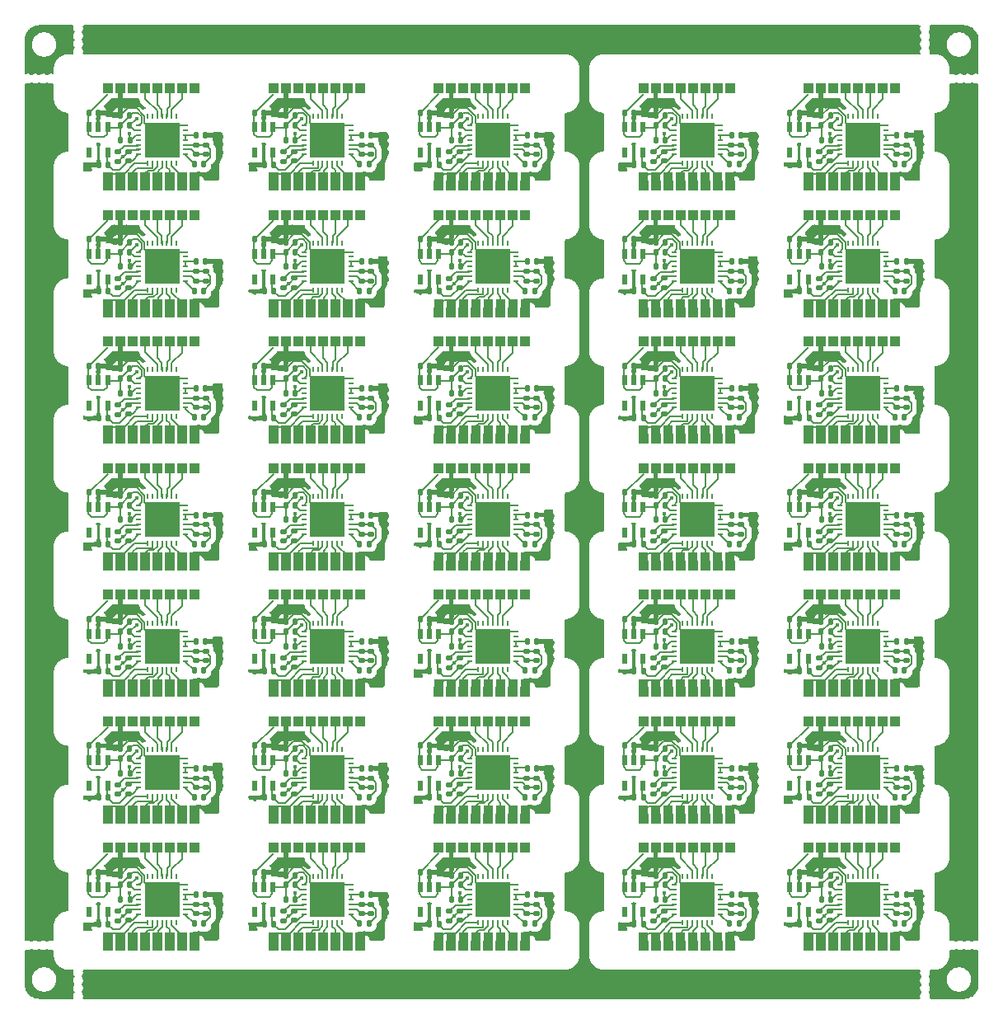
<source format=gbr>
%TF.GenerationSoftware,KiCad,Pcbnew,8.0.5-unknown-202409181836~355805756e~ubuntu22.04.1*%
%TF.CreationDate,2024-10-07T16:17:35+01:00*%
%TF.ProjectId,PANEL7x5_ADS1293,50414e45-4c37-4783-955f-414453313239,1.0*%
%TF.SameCoordinates,Original*%
%TF.FileFunction,Copper,L1,Top*%
%TF.FilePolarity,Positive*%
%FSLAX46Y46*%
G04 Gerber Fmt 4.6, Leading zero omitted, Abs format (unit mm)*
G04 Created by KiCad (PCBNEW 8.0.5-unknown-202409181836~355805756e~ubuntu22.04.1) date 2024-10-07 16:17:35*
%MOMM*%
%LPD*%
G01*
G04 APERTURE LIST*
G04 Aperture macros list*
%AMRoundRect*
0 Rectangle with rounded corners*
0 $1 Rounding radius*
0 $2 $3 $4 $5 $6 $7 $8 $9 X,Y pos of 4 corners*
0 Add a 4 corners polygon primitive as box body*
4,1,4,$2,$3,$4,$5,$6,$7,$8,$9,$2,$3,0*
0 Add four circle primitives for the rounded corners*
1,1,$1+$1,$2,$3*
1,1,$1+$1,$4,$5*
1,1,$1+$1,$6,$7*
1,1,$1+$1,$8,$9*
0 Add four rect primitives between the rounded corners*
20,1,$1+$1,$2,$3,$4,$5,0*
20,1,$1+$1,$4,$5,$6,$7,0*
20,1,$1+$1,$6,$7,$8,$9,0*
20,1,$1+$1,$8,$9,$2,$3,0*%
G04 Aperture macros list end*
%TA.AperFunction,SMDPad,CuDef*%
%ADD10RoundRect,0.140000X0.170000X-0.140000X0.170000X0.140000X-0.170000X0.140000X-0.170000X-0.140000X0*%
%TD*%
%TA.AperFunction,SMDPad,CuDef*%
%ADD11RoundRect,0.140000X-0.140000X-0.170000X0.140000X-0.170000X0.140000X0.170000X-0.140000X0.170000X0*%
%TD*%
%TA.AperFunction,CastellatedPad*%
%ADD12R,1.000000X1.000000*%
%TD*%
%TA.AperFunction,SMDPad,CuDef*%
%ADD13RoundRect,0.140000X0.140000X0.170000X-0.140000X0.170000X-0.140000X-0.170000X0.140000X-0.170000X0*%
%TD*%
%TA.AperFunction,SMDPad,CuDef*%
%ADD14R,0.620000X1.100000*%
%TD*%
%TA.AperFunction,SMDPad,CuDef*%
%ADD15RoundRect,0.140000X-0.170000X0.140000X-0.170000X-0.140000X0.170000X-0.140000X0.170000X0.140000X0*%
%TD*%
%TA.AperFunction,SMDPad,CuDef*%
%ADD16R,0.250000X0.600000*%
%TD*%
%TA.AperFunction,SMDPad,CuDef*%
%ADD17R,0.600000X0.250000*%
%TD*%
%TA.AperFunction,SMDPad,CuDef*%
%ADD18R,3.600000X3.600000*%
%TD*%
%TA.AperFunction,ViaPad*%
%ADD19C,0.400000*%
%TD*%
%TA.AperFunction,Conductor*%
%ADD20C,0.150000*%
%TD*%
G04 APERTURE END LIST*
%TA.AperFunction,Conductor*%
%TO.N,Board_32-/in5*%
G36*
X48905000Y-93646000D02*
G01*
X49905000Y-93646000D01*
X49905000Y-94746000D01*
X48905000Y-94746000D01*
X48905000Y-93646000D01*
G37*
%TD.AperFunction*%
%TA.AperFunction,Conductor*%
%TO.N,Board_6-/in6*%
G36*
X33175000Y-28646000D02*
G01*
X34175000Y-28646000D01*
X34175000Y-29746000D01*
X33175000Y-29746000D01*
X33175000Y-28646000D01*
G37*
%TD.AperFunction*%
%TA.AperFunction,Conductor*%
%TO.N,Board_32-GNDA*%
G36*
X51445000Y-93646000D02*
G01*
X52445000Y-93646000D01*
X52445000Y-94746000D01*
X51445000Y-94746000D01*
X51445000Y-93646000D01*
G37*
%TD.AperFunction*%
%TA.AperFunction,Conductor*%
%TO.N,Board_28-/in1*%
G36*
X63555000Y-80646000D02*
G01*
X64555000Y-80646000D01*
X64555000Y-81746000D01*
X63555000Y-81746000D01*
X63555000Y-80646000D01*
G37*
%TD.AperFunction*%
%TA.AperFunction,Conductor*%
%TO.N,Board_33-/in1*%
G36*
X64825000Y-93646000D02*
G01*
X65825000Y-93646000D01*
X65825000Y-94746000D01*
X64825000Y-94746000D01*
X64825000Y-93646000D01*
G37*
%TD.AperFunction*%
%TA.AperFunction,Conductor*%
%TO.N,Board_3-/in6*%
G36*
X71175000Y-15646000D02*
G01*
X72175000Y-15646000D01*
X72175000Y-16746000D01*
X71175000Y-16746000D01*
X71175000Y-15646000D01*
G37*
%TD.AperFunction*%
%TA.AperFunction,Conductor*%
%TO.N,Board_29-/in1*%
G36*
X81825000Y-80646000D02*
G01*
X82825000Y-80646000D01*
X82825000Y-81746000D01*
X81825000Y-81746000D01*
X81825000Y-80646000D01*
G37*
%TD.AperFunction*%
%TA.AperFunction,Conductor*%
%TO.N,Board_5-/in6*%
G36*
X16175000Y-28646000D02*
G01*
X17175000Y-28646000D01*
X17175000Y-29746000D01*
X16175000Y-29746000D01*
X16175000Y-28646000D01*
G37*
%TD.AperFunction*%
%TA.AperFunction,Conductor*%
%TO.N,Board_2-/in1*%
G36*
X43825000Y-15646000D02*
G01*
X44825000Y-15646000D01*
X44825000Y-16746000D01*
X43825000Y-16746000D01*
X43825000Y-15646000D01*
G37*
%TD.AperFunction*%
%TA.AperFunction,Conductor*%
%TO.N,Board_18-GNDA*%
G36*
X72445000Y-54646000D02*
G01*
X73445000Y-54646000D01*
X73445000Y-55746000D01*
X72445000Y-55746000D01*
X72445000Y-54646000D01*
G37*
%TD.AperFunction*%
%TA.AperFunction,Conductor*%
%TO.N,Board_22-/in1*%
G36*
X43825000Y-67646000D02*
G01*
X44825000Y-67646000D01*
X44825000Y-68746000D01*
X43825000Y-68746000D01*
X43825000Y-67646000D01*
G37*
%TD.AperFunction*%
%TA.AperFunction,Conductor*%
%TO.N,Board_21-/in1*%
G36*
X26825000Y-67646000D02*
G01*
X27825000Y-67646000D01*
X27825000Y-68746000D01*
X26825000Y-68746000D01*
X26825000Y-67646000D01*
G37*
%TD.AperFunction*%
%TA.AperFunction,Conductor*%
%TO.N,Board_31-/in1*%
G36*
X26825000Y-93646000D02*
G01*
X27825000Y-93646000D01*
X27825000Y-94746000D01*
X26825000Y-94746000D01*
X26825000Y-93646000D01*
G37*
%TD.AperFunction*%
%TA.AperFunction,Conductor*%
%TO.N,Board_5-/in5*%
G36*
X14905000Y-28646000D02*
G01*
X15905000Y-28646000D01*
X15905000Y-29746000D01*
X14905000Y-29746000D01*
X14905000Y-28646000D01*
G37*
%TD.AperFunction*%
%TA.AperFunction,Conductor*%
%TO.N,Board_5-/in2*%
G36*
X11095000Y-28646000D02*
G01*
X12095000Y-28646000D01*
X12095000Y-29746000D01*
X11095000Y-29746000D01*
X11095000Y-28646000D01*
G37*
%TD.AperFunction*%
%TA.AperFunction,Conductor*%
%TO.N,Board_10-GNDA*%
G36*
X17445000Y-41646000D02*
G01*
X18445000Y-41646000D01*
X18445000Y-42746000D01*
X17445000Y-42746000D01*
X17445000Y-41646000D01*
G37*
%TD.AperFunction*%
%TA.AperFunction,Conductor*%
%TO.N,Board_33-/in4*%
G36*
X68635000Y-93646000D02*
G01*
X69635000Y-93646000D01*
X69635000Y-94746000D01*
X68635000Y-94746000D01*
X68635000Y-93646000D01*
G37*
%TD.AperFunction*%
%TA.AperFunction,Conductor*%
%TO.N,Board_12-/in6*%
G36*
X50175000Y-41646000D02*
G01*
X51175000Y-41646000D01*
X51175000Y-42746000D01*
X50175000Y-42746000D01*
X50175000Y-41646000D01*
G37*
%TD.AperFunction*%
%TA.AperFunction,Conductor*%
%TO.N,Board_8-/in1*%
G36*
X64825000Y-28646000D02*
G01*
X65825000Y-28646000D01*
X65825000Y-29746000D01*
X64825000Y-29746000D01*
X64825000Y-28646000D01*
G37*
%TD.AperFunction*%
%TA.AperFunction,Conductor*%
%TO.N,Board_3-/in5*%
G36*
X69905000Y-15646000D02*
G01*
X70905000Y-15646000D01*
X70905000Y-16746000D01*
X69905000Y-16746000D01*
X69905000Y-15646000D01*
G37*
%TD.AperFunction*%
%TA.AperFunction,Conductor*%
%TO.N,Board_20-/in5*%
G36*
X14905000Y-67646000D02*
G01*
X15905000Y-67646000D01*
X15905000Y-68746000D01*
X14905000Y-68746000D01*
X14905000Y-67646000D01*
G37*
%TD.AperFunction*%
%TA.AperFunction,Conductor*%
%TO.N,Board_23-/in4*%
G36*
X68635000Y-67646000D02*
G01*
X69635000Y-67646000D01*
X69635000Y-68746000D01*
X68635000Y-68746000D01*
X68635000Y-67646000D01*
G37*
%TD.AperFunction*%
%TA.AperFunction,Conductor*%
%TO.N,Board_10-/in6*%
G36*
X16175000Y-41646000D02*
G01*
X17175000Y-41646000D01*
X17175000Y-42746000D01*
X16175000Y-42746000D01*
X16175000Y-41646000D01*
G37*
%TD.AperFunction*%
%TA.AperFunction,Conductor*%
%TO.N,Board_27-/in5*%
G36*
X48905000Y-80646000D02*
G01*
X49905000Y-80646000D01*
X49905000Y-81746000D01*
X48905000Y-81746000D01*
X48905000Y-80646000D01*
G37*
%TD.AperFunction*%
%TA.AperFunction,Conductor*%
%TO.N,Board_31-/in1*%
G36*
X25555000Y-93646000D02*
G01*
X26555000Y-93646000D01*
X26555000Y-94746000D01*
X25555000Y-94746000D01*
X25555000Y-93646000D01*
G37*
%TD.AperFunction*%
%TA.AperFunction,Conductor*%
%TO.N,Board_32-/in1*%
G36*
X42555000Y-93646000D02*
G01*
X43555000Y-93646000D01*
X43555000Y-94746000D01*
X42555000Y-94746000D01*
X42555000Y-93646000D01*
G37*
%TD.AperFunction*%
%TA.AperFunction,Conductor*%
%TO.N,Board_13-/in5*%
G36*
X69905000Y-41646000D02*
G01*
X70905000Y-41646000D01*
X70905000Y-42746000D01*
X69905000Y-42746000D01*
X69905000Y-41646000D01*
G37*
%TD.AperFunction*%
%TA.AperFunction,Conductor*%
%TO.N,Board_7-/in4*%
G36*
X47635000Y-28646000D02*
G01*
X48635000Y-28646000D01*
X48635000Y-29746000D01*
X47635000Y-29746000D01*
X47635000Y-28646000D01*
G37*
%TD.AperFunction*%
%TA.AperFunction,Conductor*%
%TO.N,Board_26-/in4*%
G36*
X30635000Y-80646000D02*
G01*
X31635000Y-80646000D01*
X31635000Y-81746000D01*
X30635000Y-81746000D01*
X30635000Y-80646000D01*
G37*
%TD.AperFunction*%
%TA.AperFunction,Conductor*%
%TO.N,Board_28-/in6*%
G36*
X71175000Y-80646000D02*
G01*
X72175000Y-80646000D01*
X72175000Y-81746000D01*
X71175000Y-81746000D01*
X71175000Y-80646000D01*
G37*
%TD.AperFunction*%
%TA.AperFunction,Conductor*%
%TO.N,Board_26-/in3*%
G36*
X29365000Y-80646000D02*
G01*
X30365000Y-80646000D01*
X30365000Y-81746000D01*
X29365000Y-81746000D01*
X29365000Y-80646000D01*
G37*
%TD.AperFunction*%
%TA.AperFunction,Conductor*%
%TO.N,Board_9-/in4*%
G36*
X85635000Y-28646000D02*
G01*
X86635000Y-28646000D01*
X86635000Y-29746000D01*
X85635000Y-29746000D01*
X85635000Y-28646000D01*
G37*
%TD.AperFunction*%
%TA.AperFunction,Conductor*%
%TO.N,Board_3-/in1*%
G36*
X64825000Y-15646000D02*
G01*
X65825000Y-15646000D01*
X65825000Y-16746000D01*
X64825000Y-16746000D01*
X64825000Y-15646000D01*
G37*
%TD.AperFunction*%
%TA.AperFunction,Conductor*%
%TO.N,Board_4-/in4*%
G36*
X85635000Y-15646000D02*
G01*
X86635000Y-15646000D01*
X86635000Y-16746000D01*
X85635000Y-16746000D01*
X85635000Y-15646000D01*
G37*
%TD.AperFunction*%
%TA.AperFunction,Conductor*%
%TO.N,Board_26-/in1*%
G36*
X26825000Y-80646000D02*
G01*
X27825000Y-80646000D01*
X27825000Y-81746000D01*
X26825000Y-81746000D01*
X26825000Y-80646000D01*
G37*
%TD.AperFunction*%
%TA.AperFunction,Conductor*%
%TO.N,Board_18-/in6*%
G36*
X71175000Y-54646000D02*
G01*
X72175000Y-54646000D01*
X72175000Y-55746000D01*
X71175000Y-55746000D01*
X71175000Y-54646000D01*
G37*
%TD.AperFunction*%
%TA.AperFunction,Conductor*%
%TO.N,Board_31-/in2*%
G36*
X28095000Y-93646000D02*
G01*
X29095000Y-93646000D01*
X29095000Y-94746000D01*
X28095000Y-94746000D01*
X28095000Y-93646000D01*
G37*
%TD.AperFunction*%
%TA.AperFunction,Conductor*%
%TO.N,Board_18-/in2*%
G36*
X66095000Y-54646000D02*
G01*
X67095000Y-54646000D01*
X67095000Y-55746000D01*
X66095000Y-55746000D01*
X66095000Y-54646000D01*
G37*
%TD.AperFunction*%
%TA.AperFunction,Conductor*%
%TO.N,Board_29-/in3*%
G36*
X84365000Y-80646000D02*
G01*
X85365000Y-80646000D01*
X85365000Y-81746000D01*
X84365000Y-81746000D01*
X84365000Y-80646000D01*
G37*
%TD.AperFunction*%
%TA.AperFunction,Conductor*%
%TO.N,Board_0-/in4*%
G36*
X13635000Y-15646000D02*
G01*
X14635000Y-15646000D01*
X14635000Y-16746000D01*
X13635000Y-16746000D01*
X13635000Y-15646000D01*
G37*
%TD.AperFunction*%
%TA.AperFunction,Conductor*%
%TO.N,Board_6-/in1*%
G36*
X25555000Y-28646000D02*
G01*
X26555000Y-28646000D01*
X26555000Y-29746000D01*
X25555000Y-29746000D01*
X25555000Y-28646000D01*
G37*
%TD.AperFunction*%
%TA.AperFunction,Conductor*%
%TO.N,Board_16-/in4*%
G36*
X30635000Y-54646000D02*
G01*
X31635000Y-54646000D01*
X31635000Y-55746000D01*
X30635000Y-55746000D01*
X30635000Y-54646000D01*
G37*
%TD.AperFunction*%
%TA.AperFunction,Conductor*%
%TO.N,Board_25-/in3*%
G36*
X12365000Y-80646000D02*
G01*
X13365000Y-80646000D01*
X13365000Y-81746000D01*
X12365000Y-81746000D01*
X12365000Y-80646000D01*
G37*
%TD.AperFunction*%
%TA.AperFunction,Conductor*%
%TO.N,Board_9-/in6*%
G36*
X88175000Y-28646000D02*
G01*
X89175000Y-28646000D01*
X89175000Y-29746000D01*
X88175000Y-29746000D01*
X88175000Y-28646000D01*
G37*
%TD.AperFunction*%
%TA.AperFunction,Conductor*%
%TO.N,Board_23-/in6*%
G36*
X71175000Y-67646000D02*
G01*
X72175000Y-67646000D01*
X72175000Y-68746000D01*
X71175000Y-68746000D01*
X71175000Y-67646000D01*
G37*
%TD.AperFunction*%
%TA.AperFunction,Conductor*%
%TO.N,Board_21-GNDA*%
G36*
X34445000Y-67646000D02*
G01*
X35445000Y-67646000D01*
X35445000Y-68746000D01*
X34445000Y-68746000D01*
X34445000Y-67646000D01*
G37*
%TD.AperFunction*%
%TA.AperFunction,Conductor*%
%TO.N,Board_18-/in1*%
G36*
X63555000Y-54646000D02*
G01*
X64555000Y-54646000D01*
X64555000Y-55746000D01*
X63555000Y-55746000D01*
X63555000Y-54646000D01*
G37*
%TD.AperFunction*%
%TA.AperFunction,Conductor*%
%TO.N,Board_6-GNDA*%
G36*
X34445000Y-28646000D02*
G01*
X35445000Y-28646000D01*
X35445000Y-29746000D01*
X34445000Y-29746000D01*
X34445000Y-28646000D01*
G37*
%TD.AperFunction*%
%TA.AperFunction,Conductor*%
%TO.N,Board_15-/in5*%
G36*
X14905000Y-54646000D02*
G01*
X15905000Y-54646000D01*
X15905000Y-55746000D01*
X14905000Y-55746000D01*
X14905000Y-54646000D01*
G37*
%TD.AperFunction*%
%TA.AperFunction,Conductor*%
%TO.N,Board_15-/in1*%
G36*
X9825000Y-54646000D02*
G01*
X10825000Y-54646000D01*
X10825000Y-55746000D01*
X9825000Y-55746000D01*
X9825000Y-54646000D01*
G37*
%TD.AperFunction*%
%TA.AperFunction,Conductor*%
%TO.N,Board_15-/in4*%
G36*
X13635000Y-54646000D02*
G01*
X14635000Y-54646000D01*
X14635000Y-55746000D01*
X13635000Y-55746000D01*
X13635000Y-54646000D01*
G37*
%TD.AperFunction*%
%TA.AperFunction,Conductor*%
%TO.N,Board_30-GNDA*%
G36*
X17445000Y-93646000D02*
G01*
X18445000Y-93646000D01*
X18445000Y-94746000D01*
X17445000Y-94746000D01*
X17445000Y-93646000D01*
G37*
%TD.AperFunction*%
%TA.AperFunction,Conductor*%
%TO.N,Board_1-/in6*%
G36*
X33175000Y-15646000D02*
G01*
X34175000Y-15646000D01*
X34175000Y-16746000D01*
X33175000Y-16746000D01*
X33175000Y-15646000D01*
G37*
%TD.AperFunction*%
%TA.AperFunction,Conductor*%
%TO.N,Board_0-/in1*%
G36*
X9825000Y-15646000D02*
G01*
X10825000Y-15646000D01*
X10825000Y-16746000D01*
X9825000Y-16746000D01*
X9825000Y-15646000D01*
G37*
%TD.AperFunction*%
%TA.AperFunction,Conductor*%
%TO.N,Board_16-GNDA*%
G36*
X34445000Y-54646000D02*
G01*
X35445000Y-54646000D01*
X35445000Y-55746000D01*
X34445000Y-55746000D01*
X34445000Y-54646000D01*
G37*
%TD.AperFunction*%
%TA.AperFunction,Conductor*%
%TO.N,Board_7-/in3*%
G36*
X46365000Y-28646000D02*
G01*
X47365000Y-28646000D01*
X47365000Y-29746000D01*
X46365000Y-29746000D01*
X46365000Y-28646000D01*
G37*
%TD.AperFunction*%
%TA.AperFunction,Conductor*%
%TO.N,Board_30-/in3*%
G36*
X12365000Y-93646000D02*
G01*
X13365000Y-93646000D01*
X13365000Y-94746000D01*
X12365000Y-94746000D01*
X12365000Y-93646000D01*
G37*
%TD.AperFunction*%
%TA.AperFunction,Conductor*%
%TO.N,Board_34-/in3*%
G36*
X84365000Y-93646000D02*
G01*
X85365000Y-93646000D01*
X85365000Y-94746000D01*
X84365000Y-94746000D01*
X84365000Y-93646000D01*
G37*
%TD.AperFunction*%
%TA.AperFunction,Conductor*%
%TO.N,Board_5-/in1*%
G36*
X9825000Y-28646000D02*
G01*
X10825000Y-28646000D01*
X10825000Y-29746000D01*
X9825000Y-29746000D01*
X9825000Y-28646000D01*
G37*
%TD.AperFunction*%
%TA.AperFunction,Conductor*%
%TO.N,Board_33-GNDA*%
G36*
X72445000Y-93646000D02*
G01*
X73445000Y-93646000D01*
X73445000Y-94746000D01*
X72445000Y-94746000D01*
X72445000Y-93646000D01*
G37*
%TD.AperFunction*%
%TA.AperFunction,Conductor*%
%TO.N,Board_1-/in1*%
G36*
X25555000Y-15646000D02*
G01*
X26555000Y-15646000D01*
X26555000Y-16746000D01*
X25555000Y-16746000D01*
X25555000Y-15646000D01*
G37*
%TD.AperFunction*%
%TA.AperFunction,Conductor*%
%TO.N,Board_25-/in6*%
G36*
X16175000Y-80646000D02*
G01*
X17175000Y-80646000D01*
X17175000Y-81746000D01*
X16175000Y-81746000D01*
X16175000Y-80646000D01*
G37*
%TD.AperFunction*%
%TA.AperFunction,Conductor*%
%TO.N,Board_0-GNDA*%
G36*
X17445000Y-15646000D02*
G01*
X18445000Y-15646000D01*
X18445000Y-16746000D01*
X17445000Y-16746000D01*
X17445000Y-15646000D01*
G37*
%TD.AperFunction*%
%TA.AperFunction,Conductor*%
%TO.N,Board_32-/in2*%
G36*
X45095000Y-93646000D02*
G01*
X46095000Y-93646000D01*
X46095000Y-94746000D01*
X45095000Y-94746000D01*
X45095000Y-93646000D01*
G37*
%TD.AperFunction*%
%TA.AperFunction,Conductor*%
%TO.N,Board_29-/in5*%
G36*
X86905000Y-80646000D02*
G01*
X87905000Y-80646000D01*
X87905000Y-81746000D01*
X86905000Y-81746000D01*
X86905000Y-80646000D01*
G37*
%TD.AperFunction*%
%TA.AperFunction,Conductor*%
%TO.N,Board_28-/in3*%
G36*
X67365000Y-80646000D02*
G01*
X68365000Y-80646000D01*
X68365000Y-81746000D01*
X67365000Y-81746000D01*
X67365000Y-80646000D01*
G37*
%TD.AperFunction*%
%TA.AperFunction,Conductor*%
%TO.N,Board_22-/in3*%
G36*
X46365000Y-67646000D02*
G01*
X47365000Y-67646000D01*
X47365000Y-68746000D01*
X46365000Y-68746000D01*
X46365000Y-67646000D01*
G37*
%TD.AperFunction*%
%TA.AperFunction,Conductor*%
%TO.N,Board_7-/in1*%
G36*
X43825000Y-28646000D02*
G01*
X44825000Y-28646000D01*
X44825000Y-29746000D01*
X43825000Y-29746000D01*
X43825000Y-28646000D01*
G37*
%TD.AperFunction*%
%TA.AperFunction,Conductor*%
%TO.N,Board_25-GNDA*%
G36*
X17445000Y-80646000D02*
G01*
X18445000Y-80646000D01*
X18445000Y-81746000D01*
X17445000Y-81746000D01*
X17445000Y-80646000D01*
G37*
%TD.AperFunction*%
%TA.AperFunction,Conductor*%
%TO.N,Board_10-/in5*%
G36*
X14905000Y-41646000D02*
G01*
X15905000Y-41646000D01*
X15905000Y-42746000D01*
X14905000Y-42746000D01*
X14905000Y-41646000D01*
G37*
%TD.AperFunction*%
%TA.AperFunction,Conductor*%
%TO.N,Board_13-/in4*%
G36*
X68635000Y-41646000D02*
G01*
X69635000Y-41646000D01*
X69635000Y-42746000D01*
X68635000Y-42746000D01*
X68635000Y-41646000D01*
G37*
%TD.AperFunction*%
%TA.AperFunction,Conductor*%
%TO.N,Board_15-/in2*%
G36*
X11095000Y-54646000D02*
G01*
X12095000Y-54646000D01*
X12095000Y-55746000D01*
X11095000Y-55746000D01*
X11095000Y-54646000D01*
G37*
%TD.AperFunction*%
%TA.AperFunction,Conductor*%
%TO.N,Board_13-/in3*%
G36*
X67365000Y-41646000D02*
G01*
X68365000Y-41646000D01*
X68365000Y-42746000D01*
X67365000Y-42746000D01*
X67365000Y-41646000D01*
G37*
%TD.AperFunction*%
%TA.AperFunction,Conductor*%
%TO.N,Board_7-/in2*%
G36*
X45095000Y-28646000D02*
G01*
X46095000Y-28646000D01*
X46095000Y-29746000D01*
X45095000Y-29746000D01*
X45095000Y-28646000D01*
G37*
%TD.AperFunction*%
%TA.AperFunction,Conductor*%
%TO.N,Board_6-/in4*%
G36*
X30635000Y-28646000D02*
G01*
X31635000Y-28646000D01*
X31635000Y-29746000D01*
X30635000Y-29746000D01*
X30635000Y-28646000D01*
G37*
%TD.AperFunction*%
%TA.AperFunction,Conductor*%
%TO.N,Board_24-/in6*%
G36*
X88175000Y-67646000D02*
G01*
X89175000Y-67646000D01*
X89175000Y-68746000D01*
X88175000Y-68746000D01*
X88175000Y-67646000D01*
G37*
%TD.AperFunction*%
%TA.AperFunction,Conductor*%
%TO.N,Board_29-/in1*%
G36*
X80555000Y-80646000D02*
G01*
X81555000Y-80646000D01*
X81555000Y-81746000D01*
X80555000Y-81746000D01*
X80555000Y-80646000D01*
G37*
%TD.AperFunction*%
%TA.AperFunction,Conductor*%
%TO.N,Board_25-/in1*%
G36*
X8555000Y-80646000D02*
G01*
X9555000Y-80646000D01*
X9555000Y-81746000D01*
X8555000Y-81746000D01*
X8555000Y-80646000D01*
G37*
%TD.AperFunction*%
%TA.AperFunction,Conductor*%
%TO.N,Board_27-/in3*%
G36*
X46365000Y-80646000D02*
G01*
X47365000Y-80646000D01*
X47365000Y-81746000D01*
X46365000Y-81746000D01*
X46365000Y-80646000D01*
G37*
%TD.AperFunction*%
%TA.AperFunction,Conductor*%
%TO.N,Board_18-/in3*%
G36*
X67365000Y-54646000D02*
G01*
X68365000Y-54646000D01*
X68365000Y-55746000D01*
X67365000Y-55746000D01*
X67365000Y-54646000D01*
G37*
%TD.AperFunction*%
%TA.AperFunction,Conductor*%
%TO.N,Board_10-/in1*%
G36*
X9825000Y-41646000D02*
G01*
X10825000Y-41646000D01*
X10825000Y-42746000D01*
X9825000Y-42746000D01*
X9825000Y-41646000D01*
G37*
%TD.AperFunction*%
%TA.AperFunction,Conductor*%
%TO.N,Board_21-/in6*%
G36*
X33175000Y-67646000D02*
G01*
X34175000Y-67646000D01*
X34175000Y-68746000D01*
X33175000Y-68746000D01*
X33175000Y-67646000D01*
G37*
%TD.AperFunction*%
%TA.AperFunction,Conductor*%
%TO.N,Board_2-/in3*%
G36*
X46365000Y-15646000D02*
G01*
X47365000Y-15646000D01*
X47365000Y-16746000D01*
X46365000Y-16746000D01*
X46365000Y-15646000D01*
G37*
%TD.AperFunction*%
%TA.AperFunction,Conductor*%
%TO.N,Board_12-/in2*%
G36*
X45095000Y-41646000D02*
G01*
X46095000Y-41646000D01*
X46095000Y-42746000D01*
X45095000Y-42746000D01*
X45095000Y-41646000D01*
G37*
%TD.AperFunction*%
%TA.AperFunction,Conductor*%
%TO.N,Board_7-/in5*%
G36*
X48905000Y-28646000D02*
G01*
X49905000Y-28646000D01*
X49905000Y-29746000D01*
X48905000Y-29746000D01*
X48905000Y-28646000D01*
G37*
%TD.AperFunction*%
%TA.AperFunction,Conductor*%
%TO.N,Board_22-/in4*%
G36*
X47635000Y-67646000D02*
G01*
X48635000Y-67646000D01*
X48635000Y-68746000D01*
X47635000Y-68746000D01*
X47635000Y-67646000D01*
G37*
%TD.AperFunction*%
%TA.AperFunction,Conductor*%
%TO.N,Board_29-/in6*%
G36*
X88175000Y-80646000D02*
G01*
X89175000Y-80646000D01*
X89175000Y-81746000D01*
X88175000Y-81746000D01*
X88175000Y-80646000D01*
G37*
%TD.AperFunction*%
%TA.AperFunction,Conductor*%
%TO.N,Board_2-/in2*%
G36*
X45095000Y-15646000D02*
G01*
X46095000Y-15646000D01*
X46095000Y-16746000D01*
X45095000Y-16746000D01*
X45095000Y-15646000D01*
G37*
%TD.AperFunction*%
%TA.AperFunction,Conductor*%
%TO.N,Board_24-/in2*%
G36*
X83095000Y-67646000D02*
G01*
X84095000Y-67646000D01*
X84095000Y-68746000D01*
X83095000Y-68746000D01*
X83095000Y-67646000D01*
G37*
%TD.AperFunction*%
%TA.AperFunction,Conductor*%
%TO.N,Board_5-/in4*%
G36*
X13635000Y-28646000D02*
G01*
X14635000Y-28646000D01*
X14635000Y-29746000D01*
X13635000Y-29746000D01*
X13635000Y-28646000D01*
G37*
%TD.AperFunction*%
%TA.AperFunction,Conductor*%
%TO.N,Board_13-/in1*%
G36*
X64825000Y-41646000D02*
G01*
X65825000Y-41646000D01*
X65825000Y-42746000D01*
X64825000Y-42746000D01*
X64825000Y-41646000D01*
G37*
%TD.AperFunction*%
%TA.AperFunction,Conductor*%
%TO.N,Board_18-/in4*%
G36*
X68635000Y-54646000D02*
G01*
X69635000Y-54646000D01*
X69635000Y-55746000D01*
X68635000Y-55746000D01*
X68635000Y-54646000D01*
G37*
%TD.AperFunction*%
%TA.AperFunction,Conductor*%
%TO.N,Board_8-/in4*%
G36*
X68635000Y-28646000D02*
G01*
X69635000Y-28646000D01*
X69635000Y-29746000D01*
X68635000Y-29746000D01*
X68635000Y-28646000D01*
G37*
%TD.AperFunction*%
%TA.AperFunction,Conductor*%
%TO.N,Board_32-/in1*%
G36*
X43825000Y-93646000D02*
G01*
X44825000Y-93646000D01*
X44825000Y-94746000D01*
X43825000Y-94746000D01*
X43825000Y-93646000D01*
G37*
%TD.AperFunction*%
%TA.AperFunction,Conductor*%
%TO.N,Board_20-/in1*%
G36*
X8555000Y-67646000D02*
G01*
X9555000Y-67646000D01*
X9555000Y-68746000D01*
X8555000Y-68746000D01*
X8555000Y-67646000D01*
G37*
%TD.AperFunction*%
%TA.AperFunction,Conductor*%
%TO.N,Board_8-/in6*%
G36*
X71175000Y-28646000D02*
G01*
X72175000Y-28646000D01*
X72175000Y-29746000D01*
X71175000Y-29746000D01*
X71175000Y-28646000D01*
G37*
%TD.AperFunction*%
%TA.AperFunction,Conductor*%
%TO.N,Board_1-/in5*%
G36*
X31905000Y-15646000D02*
G01*
X32905000Y-15646000D01*
X32905000Y-16746000D01*
X31905000Y-16746000D01*
X31905000Y-15646000D01*
G37*
%TD.AperFunction*%
%TA.AperFunction,Conductor*%
%TO.N,Board_10-/in2*%
G36*
X11095000Y-41646000D02*
G01*
X12095000Y-41646000D01*
X12095000Y-42746000D01*
X11095000Y-42746000D01*
X11095000Y-41646000D01*
G37*
%TD.AperFunction*%
%TA.AperFunction,Conductor*%
%TO.N,Board_17-/in4*%
G36*
X47635000Y-54646000D02*
G01*
X48635000Y-54646000D01*
X48635000Y-55746000D01*
X47635000Y-55746000D01*
X47635000Y-54646000D01*
G37*
%TD.AperFunction*%
%TA.AperFunction,Conductor*%
%TO.N,Board_29-/in4*%
G36*
X85635000Y-80646000D02*
G01*
X86635000Y-80646000D01*
X86635000Y-81746000D01*
X85635000Y-81746000D01*
X85635000Y-80646000D01*
G37*
%TD.AperFunction*%
%TA.AperFunction,Conductor*%
%TO.N,Board_4-/in6*%
G36*
X88175000Y-15646000D02*
G01*
X89175000Y-15646000D01*
X89175000Y-16746000D01*
X88175000Y-16746000D01*
X88175000Y-15646000D01*
G37*
%TD.AperFunction*%
%TA.AperFunction,Conductor*%
%TO.N,Board_3-/in3*%
G36*
X67365000Y-15646000D02*
G01*
X68365000Y-15646000D01*
X68365000Y-16746000D01*
X67365000Y-16746000D01*
X67365000Y-15646000D01*
G37*
%TD.AperFunction*%
%TA.AperFunction,Conductor*%
%TO.N,Board_14-GNDA*%
G36*
X89445000Y-41646000D02*
G01*
X90445000Y-41646000D01*
X90445000Y-42746000D01*
X89445000Y-42746000D01*
X89445000Y-41646000D01*
G37*
%TD.AperFunction*%
%TA.AperFunction,Conductor*%
%TO.N,Board_3-/in4*%
G36*
X68635000Y-15646000D02*
G01*
X69635000Y-15646000D01*
X69635000Y-16746000D01*
X68635000Y-16746000D01*
X68635000Y-15646000D01*
G37*
%TD.AperFunction*%
%TA.AperFunction,Conductor*%
%TO.N,Board_4-/in1*%
G36*
X81825000Y-15646000D02*
G01*
X82825000Y-15646000D01*
X82825000Y-16746000D01*
X81825000Y-16746000D01*
X81825000Y-15646000D01*
G37*
%TD.AperFunction*%
%TA.AperFunction,Conductor*%
%TO.N,Board_27-GNDA*%
G36*
X51445000Y-80646000D02*
G01*
X52445000Y-80646000D01*
X52445000Y-81746000D01*
X51445000Y-81746000D01*
X51445000Y-80646000D01*
G37*
%TD.AperFunction*%
%TA.AperFunction,Conductor*%
%TO.N,Board_8-/in2*%
G36*
X66095000Y-28646000D02*
G01*
X67095000Y-28646000D01*
X67095000Y-29746000D01*
X66095000Y-29746000D01*
X66095000Y-28646000D01*
G37*
%TD.AperFunction*%
%TA.AperFunction,Conductor*%
%TO.N,Board_14-/in5*%
G36*
X86905000Y-41646000D02*
G01*
X87905000Y-41646000D01*
X87905000Y-42746000D01*
X86905000Y-42746000D01*
X86905000Y-41646000D01*
G37*
%TD.AperFunction*%
%TA.AperFunction,Conductor*%
%TO.N,Board_16-/in2*%
G36*
X28095000Y-54646000D02*
G01*
X29095000Y-54646000D01*
X29095000Y-55746000D01*
X28095000Y-55746000D01*
X28095000Y-54646000D01*
G37*
%TD.AperFunction*%
%TA.AperFunction,Conductor*%
%TO.N,Board_19-/in5*%
G36*
X86905000Y-54646000D02*
G01*
X87905000Y-54646000D01*
X87905000Y-55746000D01*
X86905000Y-55746000D01*
X86905000Y-54646000D01*
G37*
%TD.AperFunction*%
%TA.AperFunction,Conductor*%
%TO.N,Board_28-/in4*%
G36*
X68635000Y-80646000D02*
G01*
X69635000Y-80646000D01*
X69635000Y-81746000D01*
X68635000Y-81746000D01*
X68635000Y-80646000D01*
G37*
%TD.AperFunction*%
%TA.AperFunction,Conductor*%
%TO.N,Board_32-/in6*%
G36*
X50175000Y-93646000D02*
G01*
X51175000Y-93646000D01*
X51175000Y-94746000D01*
X50175000Y-94746000D01*
X50175000Y-93646000D01*
G37*
%TD.AperFunction*%
%TA.AperFunction,Conductor*%
%TO.N,Board_20-GNDA*%
G36*
X17445000Y-67646000D02*
G01*
X18445000Y-67646000D01*
X18445000Y-68746000D01*
X17445000Y-68746000D01*
X17445000Y-67646000D01*
G37*
%TD.AperFunction*%
%TA.AperFunction,Conductor*%
%TO.N,Board_26-GNDA*%
G36*
X34445000Y-80646000D02*
G01*
X35445000Y-80646000D01*
X35445000Y-81746000D01*
X34445000Y-81746000D01*
X34445000Y-80646000D01*
G37*
%TD.AperFunction*%
%TA.AperFunction,Conductor*%
%TO.N,Board_28-GNDA*%
G36*
X72445000Y-80646000D02*
G01*
X73445000Y-80646000D01*
X73445000Y-81746000D01*
X72445000Y-81746000D01*
X72445000Y-80646000D01*
G37*
%TD.AperFunction*%
%TA.AperFunction,Conductor*%
%TO.N,Board_33-/in5*%
G36*
X69905000Y-93646000D02*
G01*
X70905000Y-93646000D01*
X70905000Y-94746000D01*
X69905000Y-94746000D01*
X69905000Y-93646000D01*
G37*
%TD.AperFunction*%
%TA.AperFunction,Conductor*%
%TO.N,Board_17-/in1*%
G36*
X43825000Y-54646000D02*
G01*
X44825000Y-54646000D01*
X44825000Y-55746000D01*
X43825000Y-55746000D01*
X43825000Y-54646000D01*
G37*
%TD.AperFunction*%
%TA.AperFunction,Conductor*%
%TO.N,Board_9-/in1*%
G36*
X80555000Y-28646000D02*
G01*
X81555000Y-28646000D01*
X81555000Y-29746000D01*
X80555000Y-29746000D01*
X80555000Y-28646000D01*
G37*
%TD.AperFunction*%
%TA.AperFunction,Conductor*%
%TO.N,Board_7-GNDA*%
G36*
X51445000Y-28646000D02*
G01*
X52445000Y-28646000D01*
X52445000Y-29746000D01*
X51445000Y-29746000D01*
X51445000Y-28646000D01*
G37*
%TD.AperFunction*%
%TA.AperFunction,Conductor*%
%TO.N,Board_1-GNDA*%
G36*
X34445000Y-15646000D02*
G01*
X35445000Y-15646000D01*
X35445000Y-16746000D01*
X34445000Y-16746000D01*
X34445000Y-15646000D01*
G37*
%TD.AperFunction*%
%TA.AperFunction,Conductor*%
%TO.N,Board_14-/in2*%
G36*
X83095000Y-41646000D02*
G01*
X84095000Y-41646000D01*
X84095000Y-42746000D01*
X83095000Y-42746000D01*
X83095000Y-41646000D01*
G37*
%TD.AperFunction*%
%TA.AperFunction,Conductor*%
%TO.N,Board_6-/in5*%
G36*
X31905000Y-28646000D02*
G01*
X32905000Y-28646000D01*
X32905000Y-29746000D01*
X31905000Y-29746000D01*
X31905000Y-28646000D01*
G37*
%TD.AperFunction*%
%TA.AperFunction,Conductor*%
%TO.N,Board_26-/in2*%
G36*
X28095000Y-80646000D02*
G01*
X29095000Y-80646000D01*
X29095000Y-81746000D01*
X28095000Y-81746000D01*
X28095000Y-80646000D01*
G37*
%TD.AperFunction*%
%TA.AperFunction,Conductor*%
%TO.N,Board_13-/in6*%
G36*
X71175000Y-41646000D02*
G01*
X72175000Y-41646000D01*
X72175000Y-42746000D01*
X71175000Y-42746000D01*
X71175000Y-41646000D01*
G37*
%TD.AperFunction*%
%TA.AperFunction,Conductor*%
%TO.N,Board_30-/in6*%
G36*
X16175000Y-93646000D02*
G01*
X17175000Y-93646000D01*
X17175000Y-94746000D01*
X16175000Y-94746000D01*
X16175000Y-93646000D01*
G37*
%TD.AperFunction*%
%TA.AperFunction,Conductor*%
%TO.N,Board_17-/in5*%
G36*
X48905000Y-54646000D02*
G01*
X49905000Y-54646000D01*
X49905000Y-55746000D01*
X48905000Y-55746000D01*
X48905000Y-54646000D01*
G37*
%TD.AperFunction*%
%TA.AperFunction,Conductor*%
%TO.N,Board_30-/in1*%
G36*
X9825000Y-93646000D02*
G01*
X10825000Y-93646000D01*
X10825000Y-94746000D01*
X9825000Y-94746000D01*
X9825000Y-93646000D01*
G37*
%TD.AperFunction*%
%TA.AperFunction,Conductor*%
%TO.N,Board_16-/in1*%
G36*
X26825000Y-54646000D02*
G01*
X27825000Y-54646000D01*
X27825000Y-55746000D01*
X26825000Y-55746000D01*
X26825000Y-54646000D01*
G37*
%TD.AperFunction*%
%TA.AperFunction,Conductor*%
%TO.N,Board_21-/in2*%
G36*
X28095000Y-67646000D02*
G01*
X29095000Y-67646000D01*
X29095000Y-68746000D01*
X28095000Y-68746000D01*
X28095000Y-67646000D01*
G37*
%TD.AperFunction*%
%TA.AperFunction,Conductor*%
%TO.N,Board_23-/in1*%
G36*
X63555000Y-67646000D02*
G01*
X64555000Y-67646000D01*
X64555000Y-68746000D01*
X63555000Y-68746000D01*
X63555000Y-67646000D01*
G37*
%TD.AperFunction*%
%TA.AperFunction,Conductor*%
%TO.N,Board_0-/in5*%
G36*
X14905000Y-15646000D02*
G01*
X15905000Y-15646000D01*
X15905000Y-16746000D01*
X14905000Y-16746000D01*
X14905000Y-15646000D01*
G37*
%TD.AperFunction*%
%TA.AperFunction,Conductor*%
%TO.N,Board_14-/in1*%
G36*
X81825000Y-41646000D02*
G01*
X82825000Y-41646000D01*
X82825000Y-42746000D01*
X81825000Y-42746000D01*
X81825000Y-41646000D01*
G37*
%TD.AperFunction*%
%TA.AperFunction,Conductor*%
%TO.N,Board_12-/in3*%
G36*
X46365000Y-41646000D02*
G01*
X47365000Y-41646000D01*
X47365000Y-42746000D01*
X46365000Y-42746000D01*
X46365000Y-41646000D01*
G37*
%TD.AperFunction*%
%TA.AperFunction,Conductor*%
%TO.N,Board_8-/in1*%
G36*
X63555000Y-28646000D02*
G01*
X64555000Y-28646000D01*
X64555000Y-29746000D01*
X63555000Y-29746000D01*
X63555000Y-28646000D01*
G37*
%TD.AperFunction*%
%TA.AperFunction,Conductor*%
%TO.N,Board_25-/in5*%
G36*
X14905000Y-80646000D02*
G01*
X15905000Y-80646000D01*
X15905000Y-81746000D01*
X14905000Y-81746000D01*
X14905000Y-80646000D01*
G37*
%TD.AperFunction*%
%TA.AperFunction,Conductor*%
%TO.N,Board_9-/in1*%
G36*
X81825000Y-28646000D02*
G01*
X82825000Y-28646000D01*
X82825000Y-29746000D01*
X81825000Y-29746000D01*
X81825000Y-28646000D01*
G37*
%TD.AperFunction*%
%TA.AperFunction,Conductor*%
%TO.N,Board_24-/in3*%
G36*
X84365000Y-67646000D02*
G01*
X85365000Y-67646000D01*
X85365000Y-68746000D01*
X84365000Y-68746000D01*
X84365000Y-67646000D01*
G37*
%TD.AperFunction*%
%TA.AperFunction,Conductor*%
%TO.N,Board_22-/in2*%
G36*
X45095000Y-67646000D02*
G01*
X46095000Y-67646000D01*
X46095000Y-68746000D01*
X45095000Y-68746000D01*
X45095000Y-67646000D01*
G37*
%TD.AperFunction*%
%TA.AperFunction,Conductor*%
%TO.N,Board_16-/in3*%
G36*
X29365000Y-54646000D02*
G01*
X30365000Y-54646000D01*
X30365000Y-55746000D01*
X29365000Y-55746000D01*
X29365000Y-54646000D01*
G37*
%TD.AperFunction*%
%TA.AperFunction,Conductor*%
%TO.N,Board_0-/in1*%
G36*
X8555000Y-15646000D02*
G01*
X9555000Y-15646000D01*
X9555000Y-16746000D01*
X8555000Y-16746000D01*
X8555000Y-15646000D01*
G37*
%TD.AperFunction*%
%TA.AperFunction,Conductor*%
%TO.N,Board_34-/in4*%
G36*
X85635000Y-93646000D02*
G01*
X86635000Y-93646000D01*
X86635000Y-94746000D01*
X85635000Y-94746000D01*
X85635000Y-93646000D01*
G37*
%TD.AperFunction*%
%TA.AperFunction,Conductor*%
%TO.N,Board_25-/in1*%
G36*
X9825000Y-80646000D02*
G01*
X10825000Y-80646000D01*
X10825000Y-81746000D01*
X9825000Y-81746000D01*
X9825000Y-80646000D01*
G37*
%TD.AperFunction*%
%TA.AperFunction,Conductor*%
%TO.N,Board_1-/in3*%
G36*
X29365000Y-15646000D02*
G01*
X30365000Y-15646000D01*
X30365000Y-16746000D01*
X29365000Y-16746000D01*
X29365000Y-15646000D01*
G37*
%TD.AperFunction*%
%TA.AperFunction,Conductor*%
%TO.N,Board_5-GNDA*%
G36*
X17445000Y-28646000D02*
G01*
X18445000Y-28646000D01*
X18445000Y-29746000D01*
X17445000Y-29746000D01*
X17445000Y-28646000D01*
G37*
%TD.AperFunction*%
%TA.AperFunction,Conductor*%
%TO.N,Board_23-/in1*%
G36*
X64825000Y-67646000D02*
G01*
X65825000Y-67646000D01*
X65825000Y-68746000D01*
X64825000Y-68746000D01*
X64825000Y-67646000D01*
G37*
%TD.AperFunction*%
%TA.AperFunction,Conductor*%
%TO.N,Board_17-GNDA*%
G36*
X51445000Y-54646000D02*
G01*
X52445000Y-54646000D01*
X52445000Y-55746000D01*
X51445000Y-55746000D01*
X51445000Y-54646000D01*
G37*
%TD.AperFunction*%
%TA.AperFunction,Conductor*%
%TO.N,Board_14-/in3*%
G36*
X84365000Y-41646000D02*
G01*
X85365000Y-41646000D01*
X85365000Y-42746000D01*
X84365000Y-42746000D01*
X84365000Y-41646000D01*
G37*
%TD.AperFunction*%
%TA.AperFunction,Conductor*%
%TO.N,Board_10-/in4*%
G36*
X13635000Y-41646000D02*
G01*
X14635000Y-41646000D01*
X14635000Y-42746000D01*
X13635000Y-42746000D01*
X13635000Y-41646000D01*
G37*
%TD.AperFunction*%
%TA.AperFunction,Conductor*%
%TO.N,Board_11-/in1*%
G36*
X26825000Y-41646000D02*
G01*
X27825000Y-41646000D01*
X27825000Y-42746000D01*
X26825000Y-42746000D01*
X26825000Y-41646000D01*
G37*
%TD.AperFunction*%
%TA.AperFunction,Conductor*%
%TO.N,Board_11-/in4*%
G36*
X30635000Y-41646000D02*
G01*
X31635000Y-41646000D01*
X31635000Y-42746000D01*
X30635000Y-42746000D01*
X30635000Y-41646000D01*
G37*
%TD.AperFunction*%
%TA.AperFunction,Conductor*%
%TO.N,Board_0-/in6*%
G36*
X16175000Y-15646000D02*
G01*
X17175000Y-15646000D01*
X17175000Y-16746000D01*
X16175000Y-16746000D01*
X16175000Y-15646000D01*
G37*
%TD.AperFunction*%
%TA.AperFunction,Conductor*%
%TO.N,Board_8-GNDA*%
G36*
X72445000Y-28646000D02*
G01*
X73445000Y-28646000D01*
X73445000Y-29746000D01*
X72445000Y-29746000D01*
X72445000Y-28646000D01*
G37*
%TD.AperFunction*%
%TA.AperFunction,Conductor*%
%TO.N,Board_6-/in3*%
G36*
X29365000Y-28646000D02*
G01*
X30365000Y-28646000D01*
X30365000Y-29746000D01*
X29365000Y-29746000D01*
X29365000Y-28646000D01*
G37*
%TD.AperFunction*%
%TA.AperFunction,Conductor*%
%TO.N,Board_31-/in5*%
G36*
X31905000Y-93646000D02*
G01*
X32905000Y-93646000D01*
X32905000Y-94746000D01*
X31905000Y-94746000D01*
X31905000Y-93646000D01*
G37*
%TD.AperFunction*%
%TA.AperFunction,Conductor*%
%TO.N,Board_34-/in5*%
G36*
X86905000Y-93646000D02*
G01*
X87905000Y-93646000D01*
X87905000Y-94746000D01*
X86905000Y-94746000D01*
X86905000Y-93646000D01*
G37*
%TD.AperFunction*%
%TA.AperFunction,Conductor*%
%TO.N,Board_19-/in3*%
G36*
X84365000Y-54646000D02*
G01*
X85365000Y-54646000D01*
X85365000Y-55746000D01*
X84365000Y-55746000D01*
X84365000Y-54646000D01*
G37*
%TD.AperFunction*%
%TA.AperFunction,Conductor*%
%TO.N,Board_4-/in3*%
G36*
X84365000Y-15646000D02*
G01*
X85365000Y-15646000D01*
X85365000Y-16746000D01*
X84365000Y-16746000D01*
X84365000Y-15646000D01*
G37*
%TD.AperFunction*%
%TA.AperFunction,Conductor*%
%TO.N,Board_19-/in2*%
G36*
X83095000Y-54646000D02*
G01*
X84095000Y-54646000D01*
X84095000Y-55746000D01*
X83095000Y-55746000D01*
X83095000Y-54646000D01*
G37*
%TD.AperFunction*%
%TA.AperFunction,Conductor*%
%TO.N,Board_5-/in3*%
G36*
X12365000Y-28646000D02*
G01*
X13365000Y-28646000D01*
X13365000Y-29746000D01*
X12365000Y-29746000D01*
X12365000Y-28646000D01*
G37*
%TD.AperFunction*%
%TA.AperFunction,Conductor*%
%TO.N,Board_7-/in6*%
G36*
X50175000Y-28646000D02*
G01*
X51175000Y-28646000D01*
X51175000Y-29746000D01*
X50175000Y-29746000D01*
X50175000Y-28646000D01*
G37*
%TD.AperFunction*%
%TA.AperFunction,Conductor*%
%TO.N,Board_15-/in6*%
G36*
X16175000Y-54646000D02*
G01*
X17175000Y-54646000D01*
X17175000Y-55746000D01*
X16175000Y-55746000D01*
X16175000Y-54646000D01*
G37*
%TD.AperFunction*%
%TA.AperFunction,Conductor*%
%TO.N,Board_11-/in3*%
G36*
X29365000Y-41646000D02*
G01*
X30365000Y-41646000D01*
X30365000Y-42746000D01*
X29365000Y-42746000D01*
X29365000Y-41646000D01*
G37*
%TD.AperFunction*%
%TA.AperFunction,Conductor*%
%TO.N,Board_27-/in4*%
G36*
X47635000Y-80646000D02*
G01*
X48635000Y-80646000D01*
X48635000Y-81746000D01*
X47635000Y-81746000D01*
X47635000Y-80646000D01*
G37*
%TD.AperFunction*%
%TA.AperFunction,Conductor*%
%TO.N,Board_26-/in6*%
G36*
X33175000Y-80646000D02*
G01*
X34175000Y-80646000D01*
X34175000Y-81746000D01*
X33175000Y-81746000D01*
X33175000Y-80646000D01*
G37*
%TD.AperFunction*%
%TA.AperFunction,Conductor*%
%TO.N,Board_30-/in4*%
G36*
X13635000Y-93646000D02*
G01*
X14635000Y-93646000D01*
X14635000Y-94746000D01*
X13635000Y-94746000D01*
X13635000Y-93646000D01*
G37*
%TD.AperFunction*%
%TA.AperFunction,Conductor*%
%TO.N,Board_2-/in6*%
G36*
X50175000Y-15646000D02*
G01*
X51175000Y-15646000D01*
X51175000Y-16746000D01*
X50175000Y-16746000D01*
X50175000Y-15646000D01*
G37*
%TD.AperFunction*%
%TA.AperFunction,Conductor*%
%TO.N,Board_19-/in1*%
G36*
X81825000Y-54646000D02*
G01*
X82825000Y-54646000D01*
X82825000Y-55746000D01*
X81825000Y-55746000D01*
X81825000Y-54646000D01*
G37*
%TD.AperFunction*%
%TA.AperFunction,Conductor*%
%TO.N,Board_11-GNDA*%
G36*
X34445000Y-41646000D02*
G01*
X35445000Y-41646000D01*
X35445000Y-42746000D01*
X34445000Y-42746000D01*
X34445000Y-41646000D01*
G37*
%TD.AperFunction*%
%TA.AperFunction,Conductor*%
%TO.N,Board_34-/in1*%
G36*
X81825000Y-93646000D02*
G01*
X82825000Y-93646000D01*
X82825000Y-94746000D01*
X81825000Y-94746000D01*
X81825000Y-93646000D01*
G37*
%TD.AperFunction*%
%TA.AperFunction,Conductor*%
%TO.N,Board_11-/in5*%
G36*
X31905000Y-41646000D02*
G01*
X32905000Y-41646000D01*
X32905000Y-42746000D01*
X31905000Y-42746000D01*
X31905000Y-41646000D01*
G37*
%TD.AperFunction*%
%TA.AperFunction,Conductor*%
%TO.N,Board_22-GNDA*%
G36*
X51445000Y-67646000D02*
G01*
X52445000Y-67646000D01*
X52445000Y-68746000D01*
X51445000Y-68746000D01*
X51445000Y-67646000D01*
G37*
%TD.AperFunction*%
%TA.AperFunction,Conductor*%
%TO.N,Board_16-/in1*%
G36*
X25555000Y-54646000D02*
G01*
X26555000Y-54646000D01*
X26555000Y-55746000D01*
X25555000Y-55746000D01*
X25555000Y-54646000D01*
G37*
%TD.AperFunction*%
%TA.AperFunction,Conductor*%
%TO.N,Board_27-/in1*%
G36*
X42555000Y-80646000D02*
G01*
X43555000Y-80646000D01*
X43555000Y-81746000D01*
X42555000Y-81746000D01*
X42555000Y-80646000D01*
G37*
%TD.AperFunction*%
%TA.AperFunction,Conductor*%
%TO.N,Board_24-/in4*%
G36*
X85635000Y-67646000D02*
G01*
X86635000Y-67646000D01*
X86635000Y-68746000D01*
X85635000Y-68746000D01*
X85635000Y-67646000D01*
G37*
%TD.AperFunction*%
%TA.AperFunction,Conductor*%
%TO.N,Board_30-/in5*%
G36*
X14905000Y-93646000D02*
G01*
X15905000Y-93646000D01*
X15905000Y-94746000D01*
X14905000Y-94746000D01*
X14905000Y-93646000D01*
G37*
%TD.AperFunction*%
%TA.AperFunction,Conductor*%
%TO.N,Board_4-/in1*%
G36*
X80555000Y-15646000D02*
G01*
X81555000Y-15646000D01*
X81555000Y-16746000D01*
X80555000Y-16746000D01*
X80555000Y-15646000D01*
G37*
%TD.AperFunction*%
%TA.AperFunction,Conductor*%
%TO.N,Board_7-/in1*%
G36*
X42555000Y-28646000D02*
G01*
X43555000Y-28646000D01*
X43555000Y-29746000D01*
X42555000Y-29746000D01*
X42555000Y-28646000D01*
G37*
%TD.AperFunction*%
%TA.AperFunction,Conductor*%
%TO.N,Board_32-/in3*%
G36*
X46365000Y-93646000D02*
G01*
X47365000Y-93646000D01*
X47365000Y-94746000D01*
X46365000Y-94746000D01*
X46365000Y-93646000D01*
G37*
%TD.AperFunction*%
%TA.AperFunction,Conductor*%
%TO.N,Board_23-/in5*%
G36*
X69905000Y-67646000D02*
G01*
X70905000Y-67646000D01*
X70905000Y-68746000D01*
X69905000Y-68746000D01*
X69905000Y-67646000D01*
G37*
%TD.AperFunction*%
%TA.AperFunction,Conductor*%
%TO.N,Board_24-GNDA*%
G36*
X89445000Y-67646000D02*
G01*
X90445000Y-67646000D01*
X90445000Y-68746000D01*
X89445000Y-68746000D01*
X89445000Y-67646000D01*
G37*
%TD.AperFunction*%
%TA.AperFunction,Conductor*%
%TO.N,Board_6-/in2*%
G36*
X28095000Y-28646000D02*
G01*
X29095000Y-28646000D01*
X29095000Y-29746000D01*
X28095000Y-29746000D01*
X28095000Y-28646000D01*
G37*
%TD.AperFunction*%
%TA.AperFunction,Conductor*%
%TO.N,Board_9-GNDA*%
G36*
X89445000Y-28646000D02*
G01*
X90445000Y-28646000D01*
X90445000Y-29746000D01*
X89445000Y-29746000D01*
X89445000Y-28646000D01*
G37*
%TD.AperFunction*%
%TA.AperFunction,Conductor*%
%TO.N,Board_10-/in3*%
G36*
X12365000Y-41646000D02*
G01*
X13365000Y-41646000D01*
X13365000Y-42746000D01*
X12365000Y-42746000D01*
X12365000Y-41646000D01*
G37*
%TD.AperFunction*%
%TA.AperFunction,Conductor*%
%TO.N,Board_18-/in5*%
G36*
X69905000Y-54646000D02*
G01*
X70905000Y-54646000D01*
X70905000Y-55746000D01*
X69905000Y-55746000D01*
X69905000Y-54646000D01*
G37*
%TD.AperFunction*%
%TA.AperFunction,Conductor*%
%TO.N,Board_22-/in5*%
G36*
X48905000Y-67646000D02*
G01*
X49905000Y-67646000D01*
X49905000Y-68746000D01*
X48905000Y-68746000D01*
X48905000Y-67646000D01*
G37*
%TD.AperFunction*%
%TA.AperFunction,Conductor*%
%TO.N,Board_8-/in5*%
G36*
X69905000Y-28646000D02*
G01*
X70905000Y-28646000D01*
X70905000Y-29746000D01*
X69905000Y-29746000D01*
X69905000Y-28646000D01*
G37*
%TD.AperFunction*%
%TA.AperFunction,Conductor*%
%TO.N,Board_15-/in1*%
G36*
X8555000Y-54646000D02*
G01*
X9555000Y-54646000D01*
X9555000Y-55746000D01*
X8555000Y-55746000D01*
X8555000Y-54646000D01*
G37*
%TD.AperFunction*%
%TA.AperFunction,Conductor*%
%TO.N,Board_21-/in1*%
G36*
X25555000Y-67646000D02*
G01*
X26555000Y-67646000D01*
X26555000Y-68746000D01*
X25555000Y-68746000D01*
X25555000Y-67646000D01*
G37*
%TD.AperFunction*%
%TA.AperFunction,Conductor*%
%TO.N,Board_14-/in1*%
G36*
X80555000Y-41646000D02*
G01*
X81555000Y-41646000D01*
X81555000Y-42746000D01*
X80555000Y-42746000D01*
X80555000Y-41646000D01*
G37*
%TD.AperFunction*%
%TA.AperFunction,Conductor*%
%TO.N,Board_21-/in5*%
G36*
X31905000Y-67646000D02*
G01*
X32905000Y-67646000D01*
X32905000Y-68746000D01*
X31905000Y-68746000D01*
X31905000Y-67646000D01*
G37*
%TD.AperFunction*%
%TA.AperFunction,Conductor*%
%TO.N,Board_5-/in1*%
G36*
X8555000Y-28646000D02*
G01*
X9555000Y-28646000D01*
X9555000Y-29746000D01*
X8555000Y-29746000D01*
X8555000Y-28646000D01*
G37*
%TD.AperFunction*%
%TA.AperFunction,Conductor*%
%TO.N,Board_12-/in1*%
G36*
X42555000Y-41646000D02*
G01*
X43555000Y-41646000D01*
X43555000Y-42746000D01*
X42555000Y-42746000D01*
X42555000Y-41646000D01*
G37*
%TD.AperFunction*%
%TA.AperFunction,Conductor*%
%TO.N,Board_14-/in6*%
G36*
X88175000Y-41646000D02*
G01*
X89175000Y-41646000D01*
X89175000Y-42746000D01*
X88175000Y-42746000D01*
X88175000Y-41646000D01*
G37*
%TD.AperFunction*%
%TA.AperFunction,Conductor*%
%TO.N,Board_29-GNDA*%
G36*
X89445000Y-80646000D02*
G01*
X90445000Y-80646000D01*
X90445000Y-81746000D01*
X89445000Y-81746000D01*
X89445000Y-80646000D01*
G37*
%TD.AperFunction*%
%TA.AperFunction,Conductor*%
%TO.N,Board_24-/in1*%
G36*
X80555000Y-67646000D02*
G01*
X81555000Y-67646000D01*
X81555000Y-68746000D01*
X80555000Y-68746000D01*
X80555000Y-67646000D01*
G37*
%TD.AperFunction*%
%TA.AperFunction,Conductor*%
%TO.N,Board_20-/in3*%
G36*
X12365000Y-67646000D02*
G01*
X13365000Y-67646000D01*
X13365000Y-68746000D01*
X12365000Y-68746000D01*
X12365000Y-67646000D01*
G37*
%TD.AperFunction*%
%TA.AperFunction,Conductor*%
%TO.N,Board_31-/in3*%
G36*
X29365000Y-93646000D02*
G01*
X30365000Y-93646000D01*
X30365000Y-94746000D01*
X29365000Y-94746000D01*
X29365000Y-93646000D01*
G37*
%TD.AperFunction*%
%TA.AperFunction,Conductor*%
%TO.N,Board_3-/in2*%
G36*
X66095000Y-15646000D02*
G01*
X67095000Y-15646000D01*
X67095000Y-16746000D01*
X66095000Y-16746000D01*
X66095000Y-15646000D01*
G37*
%TD.AperFunction*%
%TA.AperFunction,Conductor*%
%TO.N,Board_23-/in3*%
G36*
X67365000Y-67646000D02*
G01*
X68365000Y-67646000D01*
X68365000Y-68746000D01*
X67365000Y-68746000D01*
X67365000Y-67646000D01*
G37*
%TD.AperFunction*%
%TA.AperFunction,Conductor*%
%TO.N,Board_3-/in1*%
G36*
X63555000Y-15646000D02*
G01*
X64555000Y-15646000D01*
X64555000Y-16746000D01*
X63555000Y-16746000D01*
X63555000Y-15646000D01*
G37*
%TD.AperFunction*%
%TA.AperFunction,Conductor*%
%TO.N,Board_30-/in1*%
G36*
X8555000Y-93646000D02*
G01*
X9555000Y-93646000D01*
X9555000Y-94746000D01*
X8555000Y-94746000D01*
X8555000Y-93646000D01*
G37*
%TD.AperFunction*%
%TA.AperFunction,Conductor*%
%TO.N,Board_33-/in1*%
G36*
X63555000Y-93646000D02*
G01*
X64555000Y-93646000D01*
X64555000Y-94746000D01*
X63555000Y-94746000D01*
X63555000Y-93646000D01*
G37*
%TD.AperFunction*%
%TA.AperFunction,Conductor*%
%TO.N,Board_9-/in2*%
G36*
X83095000Y-28646000D02*
G01*
X84095000Y-28646000D01*
X84095000Y-29746000D01*
X83095000Y-29746000D01*
X83095000Y-28646000D01*
G37*
%TD.AperFunction*%
%TA.AperFunction,Conductor*%
%TO.N,Board_31-GNDA*%
G36*
X34445000Y-93646000D02*
G01*
X35445000Y-93646000D01*
X35445000Y-94746000D01*
X34445000Y-94746000D01*
X34445000Y-93646000D01*
G37*
%TD.AperFunction*%
%TA.AperFunction,Conductor*%
%TO.N,Board_2-GNDA*%
G36*
X51445000Y-15646000D02*
G01*
X52445000Y-15646000D01*
X52445000Y-16746000D01*
X51445000Y-16746000D01*
X51445000Y-15646000D01*
G37*
%TD.AperFunction*%
%TA.AperFunction,Conductor*%
%TO.N,Board_23-/in2*%
G36*
X66095000Y-67646000D02*
G01*
X67095000Y-67646000D01*
X67095000Y-68746000D01*
X66095000Y-68746000D01*
X66095000Y-67646000D01*
G37*
%TD.AperFunction*%
%TA.AperFunction,Conductor*%
%TO.N,Board_2-/in4*%
G36*
X47635000Y-15646000D02*
G01*
X48635000Y-15646000D01*
X48635000Y-16746000D01*
X47635000Y-16746000D01*
X47635000Y-15646000D01*
G37*
%TD.AperFunction*%
%TA.AperFunction,Conductor*%
%TO.N,Board_4-/in2*%
G36*
X83095000Y-15646000D02*
G01*
X84095000Y-15646000D01*
X84095000Y-16746000D01*
X83095000Y-16746000D01*
X83095000Y-15646000D01*
G37*
%TD.AperFunction*%
%TA.AperFunction,Conductor*%
%TO.N,Board_32-/in4*%
G36*
X47635000Y-93646000D02*
G01*
X48635000Y-93646000D01*
X48635000Y-94746000D01*
X47635000Y-94746000D01*
X47635000Y-93646000D01*
G37*
%TD.AperFunction*%
%TA.AperFunction,Conductor*%
%TO.N,Board_19-GNDA*%
G36*
X89445000Y-54646000D02*
G01*
X90445000Y-54646000D01*
X90445000Y-55746000D01*
X89445000Y-55746000D01*
X89445000Y-54646000D01*
G37*
%TD.AperFunction*%
%TA.AperFunction,Conductor*%
%TO.N,Board_1-/in1*%
G36*
X26825000Y-15646000D02*
G01*
X27825000Y-15646000D01*
X27825000Y-16746000D01*
X26825000Y-16746000D01*
X26825000Y-15646000D01*
G37*
%TD.AperFunction*%
%TA.AperFunction,Conductor*%
%TO.N,Board_27-/in1*%
G36*
X43825000Y-80646000D02*
G01*
X44825000Y-80646000D01*
X44825000Y-81746000D01*
X43825000Y-81746000D01*
X43825000Y-80646000D01*
G37*
%TD.AperFunction*%
%TA.AperFunction,Conductor*%
%TO.N,Board_29-/in2*%
G36*
X83095000Y-80646000D02*
G01*
X84095000Y-80646000D01*
X84095000Y-81746000D01*
X83095000Y-81746000D01*
X83095000Y-80646000D01*
G37*
%TD.AperFunction*%
%TA.AperFunction,Conductor*%
%TO.N,Board_22-/in6*%
G36*
X50175000Y-67646000D02*
G01*
X51175000Y-67646000D01*
X51175000Y-68746000D01*
X50175000Y-68746000D01*
X50175000Y-67646000D01*
G37*
%TD.AperFunction*%
%TA.AperFunction,Conductor*%
%TO.N,Board_19-/in1*%
G36*
X80555000Y-54646000D02*
G01*
X81555000Y-54646000D01*
X81555000Y-55746000D01*
X80555000Y-55746000D01*
X80555000Y-54646000D01*
G37*
%TD.AperFunction*%
%TA.AperFunction,Conductor*%
%TO.N,Board_25-/in4*%
G36*
X13635000Y-80646000D02*
G01*
X14635000Y-80646000D01*
X14635000Y-81746000D01*
X13635000Y-81746000D01*
X13635000Y-80646000D01*
G37*
%TD.AperFunction*%
%TA.AperFunction,Conductor*%
%TO.N,Board_14-/in4*%
G36*
X85635000Y-41646000D02*
G01*
X86635000Y-41646000D01*
X86635000Y-42746000D01*
X85635000Y-42746000D01*
X85635000Y-41646000D01*
G37*
%TD.AperFunction*%
%TA.AperFunction,Conductor*%
%TO.N,Board_12-/in1*%
G36*
X43825000Y-41646000D02*
G01*
X44825000Y-41646000D01*
X44825000Y-42746000D01*
X43825000Y-42746000D01*
X43825000Y-41646000D01*
G37*
%TD.AperFunction*%
%TA.AperFunction,Conductor*%
%TO.N,Board_10-/in1*%
G36*
X8555000Y-41646000D02*
G01*
X9555000Y-41646000D01*
X9555000Y-42746000D01*
X8555000Y-42746000D01*
X8555000Y-41646000D01*
G37*
%TD.AperFunction*%
%TA.AperFunction,Conductor*%
%TO.N,Board_4-GNDA*%
G36*
X89445000Y-15646000D02*
G01*
X90445000Y-15646000D01*
X90445000Y-16746000D01*
X89445000Y-16746000D01*
X89445000Y-15646000D01*
G37*
%TD.AperFunction*%
%TA.AperFunction,Conductor*%
%TO.N,Board_19-/in6*%
G36*
X88175000Y-54646000D02*
G01*
X89175000Y-54646000D01*
X89175000Y-55746000D01*
X88175000Y-55746000D01*
X88175000Y-54646000D01*
G37*
%TD.AperFunction*%
%TA.AperFunction,Conductor*%
%TO.N,Board_0-/in3*%
G36*
X12365000Y-15646000D02*
G01*
X13365000Y-15646000D01*
X13365000Y-16746000D01*
X12365000Y-16746000D01*
X12365000Y-15646000D01*
G37*
%TD.AperFunction*%
%TA.AperFunction,Conductor*%
%TO.N,Board_17-/in2*%
G36*
X45095000Y-54646000D02*
G01*
X46095000Y-54646000D01*
X46095000Y-55746000D01*
X45095000Y-55746000D01*
X45095000Y-54646000D01*
G37*
%TD.AperFunction*%
%TA.AperFunction,Conductor*%
%TO.N,Board_17-/in1*%
G36*
X42555000Y-54646000D02*
G01*
X43555000Y-54646000D01*
X43555000Y-55746000D01*
X42555000Y-55746000D01*
X42555000Y-54646000D01*
G37*
%TD.AperFunction*%
%TA.AperFunction,Conductor*%
%TO.N,Board_16-/in5*%
G36*
X31905000Y-54646000D02*
G01*
X32905000Y-54646000D01*
X32905000Y-55746000D01*
X31905000Y-55746000D01*
X31905000Y-54646000D01*
G37*
%TD.AperFunction*%
%TA.AperFunction,Conductor*%
%TO.N,Board_24-/in1*%
G36*
X81825000Y-67646000D02*
G01*
X82825000Y-67646000D01*
X82825000Y-68746000D01*
X81825000Y-68746000D01*
X81825000Y-67646000D01*
G37*
%TD.AperFunction*%
%TA.AperFunction,Conductor*%
%TO.N,Board_17-/in6*%
G36*
X50175000Y-54646000D02*
G01*
X51175000Y-54646000D01*
X51175000Y-55746000D01*
X50175000Y-55746000D01*
X50175000Y-54646000D01*
G37*
%TD.AperFunction*%
%TA.AperFunction,Conductor*%
%TO.N,Board_27-/in6*%
G36*
X50175000Y-80646000D02*
G01*
X51175000Y-80646000D01*
X51175000Y-81746000D01*
X50175000Y-81746000D01*
X50175000Y-80646000D01*
G37*
%TD.AperFunction*%
%TA.AperFunction,Conductor*%
%TO.N,Board_28-/in5*%
G36*
X69905000Y-80646000D02*
G01*
X70905000Y-80646000D01*
X70905000Y-81746000D01*
X69905000Y-81746000D01*
X69905000Y-80646000D01*
G37*
%TD.AperFunction*%
%TA.AperFunction,Conductor*%
%TO.N,Board_6-/in1*%
G36*
X26825000Y-28646000D02*
G01*
X27825000Y-28646000D01*
X27825000Y-29746000D01*
X26825000Y-29746000D01*
X26825000Y-28646000D01*
G37*
%TD.AperFunction*%
%TA.AperFunction,Conductor*%
%TO.N,Board_24-/in5*%
G36*
X86905000Y-67646000D02*
G01*
X87905000Y-67646000D01*
X87905000Y-68746000D01*
X86905000Y-68746000D01*
X86905000Y-67646000D01*
G37*
%TD.AperFunction*%
%TA.AperFunction,Conductor*%
%TO.N,Board_15-GNDA*%
G36*
X17445000Y-54646000D02*
G01*
X18445000Y-54646000D01*
X18445000Y-55746000D01*
X17445000Y-55746000D01*
X17445000Y-54646000D01*
G37*
%TD.AperFunction*%
%TA.AperFunction,Conductor*%
%TO.N,Board_20-/in4*%
G36*
X13635000Y-67646000D02*
G01*
X14635000Y-67646000D01*
X14635000Y-68746000D01*
X13635000Y-68746000D01*
X13635000Y-67646000D01*
G37*
%TD.AperFunction*%
%TA.AperFunction,Conductor*%
%TO.N,Board_34-/in6*%
G36*
X88175000Y-93646000D02*
G01*
X89175000Y-93646000D01*
X89175000Y-94746000D01*
X88175000Y-94746000D01*
X88175000Y-93646000D01*
G37*
%TD.AperFunction*%
%TA.AperFunction,Conductor*%
%TO.N,Board_16-/in6*%
G36*
X33175000Y-54646000D02*
G01*
X34175000Y-54646000D01*
X34175000Y-55746000D01*
X33175000Y-55746000D01*
X33175000Y-54646000D01*
G37*
%TD.AperFunction*%
%TA.AperFunction,Conductor*%
%TO.N,Board_23-GNDA*%
G36*
X72445000Y-67646000D02*
G01*
X73445000Y-67646000D01*
X73445000Y-68746000D01*
X72445000Y-68746000D01*
X72445000Y-67646000D01*
G37*
%TD.AperFunction*%
%TA.AperFunction,Conductor*%
%TO.N,Board_13-/in2*%
G36*
X66095000Y-41646000D02*
G01*
X67095000Y-41646000D01*
X67095000Y-42746000D01*
X66095000Y-42746000D01*
X66095000Y-41646000D01*
G37*
%TD.AperFunction*%
%TA.AperFunction,Conductor*%
%TO.N,Board_12-GNDA*%
G36*
X51445000Y-41646000D02*
G01*
X52445000Y-41646000D01*
X52445000Y-42746000D01*
X51445000Y-42746000D01*
X51445000Y-41646000D01*
G37*
%TD.AperFunction*%
%TA.AperFunction,Conductor*%
%TO.N,Board_1-/in4*%
G36*
X30635000Y-15646000D02*
G01*
X31635000Y-15646000D01*
X31635000Y-16746000D01*
X30635000Y-16746000D01*
X30635000Y-15646000D01*
G37*
%TD.AperFunction*%
%TA.AperFunction,Conductor*%
%TO.N,Board_34-/in2*%
G36*
X83095000Y-93646000D02*
G01*
X84095000Y-93646000D01*
X84095000Y-94746000D01*
X83095000Y-94746000D01*
X83095000Y-93646000D01*
G37*
%TD.AperFunction*%
%TA.AperFunction,Conductor*%
%TO.N,Board_30-/in2*%
G36*
X11095000Y-93646000D02*
G01*
X12095000Y-93646000D01*
X12095000Y-94746000D01*
X11095000Y-94746000D01*
X11095000Y-93646000D01*
G37*
%TD.AperFunction*%
%TA.AperFunction,Conductor*%
%TO.N,Board_12-/in5*%
G36*
X48905000Y-41646000D02*
G01*
X49905000Y-41646000D01*
X49905000Y-42746000D01*
X48905000Y-42746000D01*
X48905000Y-41646000D01*
G37*
%TD.AperFunction*%
%TA.AperFunction,Conductor*%
%TO.N,Board_28-/in1*%
G36*
X64825000Y-80646000D02*
G01*
X65825000Y-80646000D01*
X65825000Y-81746000D01*
X64825000Y-81746000D01*
X64825000Y-80646000D01*
G37*
%TD.AperFunction*%
%TA.AperFunction,Conductor*%
%TO.N,Board_27-/in2*%
G36*
X45095000Y-80646000D02*
G01*
X46095000Y-80646000D01*
X46095000Y-81746000D01*
X45095000Y-81746000D01*
X45095000Y-80646000D01*
G37*
%TD.AperFunction*%
%TA.AperFunction,Conductor*%
%TO.N,Board_8-/in3*%
G36*
X67365000Y-28646000D02*
G01*
X68365000Y-28646000D01*
X68365000Y-29746000D01*
X67365000Y-29746000D01*
X67365000Y-28646000D01*
G37*
%TD.AperFunction*%
%TA.AperFunction,Conductor*%
%TO.N,Board_15-/in3*%
G36*
X12365000Y-54646000D02*
G01*
X13365000Y-54646000D01*
X13365000Y-55746000D01*
X12365000Y-55746000D01*
X12365000Y-54646000D01*
G37*
%TD.AperFunction*%
%TA.AperFunction,Conductor*%
%TO.N,Board_13-GNDA*%
G36*
X72445000Y-41646000D02*
G01*
X73445000Y-41646000D01*
X73445000Y-42746000D01*
X72445000Y-42746000D01*
X72445000Y-41646000D01*
G37*
%TD.AperFunction*%
%TA.AperFunction,Conductor*%
%TO.N,Board_18-/in1*%
G36*
X64825000Y-54646000D02*
G01*
X65825000Y-54646000D01*
X65825000Y-55746000D01*
X64825000Y-55746000D01*
X64825000Y-54646000D01*
G37*
%TD.AperFunction*%
%TA.AperFunction,Conductor*%
%TO.N,Board_3-GNDA*%
G36*
X72445000Y-15646000D02*
G01*
X73445000Y-15646000D01*
X73445000Y-16746000D01*
X72445000Y-16746000D01*
X72445000Y-15646000D01*
G37*
%TD.AperFunction*%
%TA.AperFunction,Conductor*%
%TO.N,Board_20-/in1*%
G36*
X9825000Y-67646000D02*
G01*
X10825000Y-67646000D01*
X10825000Y-68746000D01*
X9825000Y-68746000D01*
X9825000Y-67646000D01*
G37*
%TD.AperFunction*%
%TA.AperFunction,Conductor*%
%TO.N,Board_26-/in1*%
G36*
X25555000Y-80646000D02*
G01*
X26555000Y-80646000D01*
X26555000Y-81746000D01*
X25555000Y-81746000D01*
X25555000Y-80646000D01*
G37*
%TD.AperFunction*%
%TA.AperFunction,Conductor*%
%TO.N,Board_25-/in2*%
G36*
X11095000Y-80646000D02*
G01*
X12095000Y-80646000D01*
X12095000Y-81746000D01*
X11095000Y-81746000D01*
X11095000Y-80646000D01*
G37*
%TD.AperFunction*%
%TA.AperFunction,Conductor*%
%TO.N,Board_9-/in3*%
G36*
X84365000Y-28646000D02*
G01*
X85365000Y-28646000D01*
X85365000Y-29746000D01*
X84365000Y-29746000D01*
X84365000Y-28646000D01*
G37*
%TD.AperFunction*%
%TA.AperFunction,Conductor*%
%TO.N,Board_33-/in3*%
G36*
X67365000Y-93646000D02*
G01*
X68365000Y-93646000D01*
X68365000Y-94746000D01*
X67365000Y-94746000D01*
X67365000Y-93646000D01*
G37*
%TD.AperFunction*%
%TA.AperFunction,Conductor*%
%TO.N,Board_19-/in4*%
G36*
X85635000Y-54646000D02*
G01*
X86635000Y-54646000D01*
X86635000Y-55746000D01*
X85635000Y-55746000D01*
X85635000Y-54646000D01*
G37*
%TD.AperFunction*%
%TA.AperFunction,Conductor*%
%TO.N,Board_20-/in6*%
G36*
X16175000Y-67646000D02*
G01*
X17175000Y-67646000D01*
X17175000Y-68746000D01*
X16175000Y-68746000D01*
X16175000Y-67646000D01*
G37*
%TD.AperFunction*%
%TA.AperFunction,Conductor*%
%TO.N,Board_20-/in2*%
G36*
X11095000Y-67646000D02*
G01*
X12095000Y-67646000D01*
X12095000Y-68746000D01*
X11095000Y-68746000D01*
X11095000Y-67646000D01*
G37*
%TD.AperFunction*%
%TA.AperFunction,Conductor*%
%TO.N,Board_2-/in1*%
G36*
X42555000Y-15646000D02*
G01*
X43555000Y-15646000D01*
X43555000Y-16746000D01*
X42555000Y-16746000D01*
X42555000Y-15646000D01*
G37*
%TD.AperFunction*%
%TA.AperFunction,Conductor*%
%TO.N,Board_34-/in1*%
G36*
X80555000Y-93646000D02*
G01*
X81555000Y-93646000D01*
X81555000Y-94746000D01*
X80555000Y-94746000D01*
X80555000Y-93646000D01*
G37*
%TD.AperFunction*%
%TA.AperFunction,Conductor*%
%TO.N,Board_33-/in6*%
G36*
X71175000Y-93646000D02*
G01*
X72175000Y-93646000D01*
X72175000Y-94746000D01*
X71175000Y-94746000D01*
X71175000Y-93646000D01*
G37*
%TD.AperFunction*%
%TA.AperFunction,Conductor*%
%TO.N,Board_11-/in1*%
G36*
X25555000Y-41646000D02*
G01*
X26555000Y-41646000D01*
X26555000Y-42746000D01*
X25555000Y-42746000D01*
X25555000Y-41646000D01*
G37*
%TD.AperFunction*%
%TA.AperFunction,Conductor*%
%TO.N,Board_21-/in3*%
G36*
X29365000Y-67646000D02*
G01*
X30365000Y-67646000D01*
X30365000Y-68746000D01*
X29365000Y-68746000D01*
X29365000Y-67646000D01*
G37*
%TD.AperFunction*%
%TA.AperFunction,Conductor*%
%TO.N,Board_12-/in4*%
G36*
X47635000Y-41646000D02*
G01*
X48635000Y-41646000D01*
X48635000Y-42746000D01*
X47635000Y-42746000D01*
X47635000Y-41646000D01*
G37*
%TD.AperFunction*%
%TA.AperFunction,Conductor*%
%TO.N,Board_31-/in6*%
G36*
X33175000Y-93646000D02*
G01*
X34175000Y-93646000D01*
X34175000Y-94746000D01*
X33175000Y-94746000D01*
X33175000Y-93646000D01*
G37*
%TD.AperFunction*%
%TA.AperFunction,Conductor*%
%TO.N,Board_17-/in3*%
G36*
X46365000Y-54646000D02*
G01*
X47365000Y-54646000D01*
X47365000Y-55746000D01*
X46365000Y-55746000D01*
X46365000Y-54646000D01*
G37*
%TD.AperFunction*%
%TA.AperFunction,Conductor*%
%TO.N,Board_11-/in2*%
G36*
X28095000Y-41646000D02*
G01*
X29095000Y-41646000D01*
X29095000Y-42746000D01*
X28095000Y-42746000D01*
X28095000Y-41646000D01*
G37*
%TD.AperFunction*%
%TA.AperFunction,Conductor*%
%TO.N,Board_4-/in5*%
G36*
X86905000Y-15646000D02*
G01*
X87905000Y-15646000D01*
X87905000Y-16746000D01*
X86905000Y-16746000D01*
X86905000Y-15646000D01*
G37*
%TD.AperFunction*%
%TA.AperFunction,Conductor*%
%TO.N,Board_13-/in1*%
G36*
X63555000Y-41646000D02*
G01*
X64555000Y-41646000D01*
X64555000Y-42746000D01*
X63555000Y-42746000D01*
X63555000Y-41646000D01*
G37*
%TD.AperFunction*%
%TA.AperFunction,Conductor*%
%TO.N,Board_0-/in2*%
G36*
X11095000Y-15646000D02*
G01*
X12095000Y-15646000D01*
X12095000Y-16746000D01*
X11095000Y-16746000D01*
X11095000Y-15646000D01*
G37*
%TD.AperFunction*%
%TA.AperFunction,Conductor*%
%TO.N,Board_2-/in5*%
G36*
X48905000Y-15646000D02*
G01*
X49905000Y-15646000D01*
X49905000Y-16746000D01*
X48905000Y-16746000D01*
X48905000Y-15646000D01*
G37*
%TD.AperFunction*%
%TA.AperFunction,Conductor*%
%TO.N,Board_21-/in4*%
G36*
X30635000Y-67646000D02*
G01*
X31635000Y-67646000D01*
X31635000Y-68746000D01*
X30635000Y-68746000D01*
X30635000Y-67646000D01*
G37*
%TD.AperFunction*%
%TA.AperFunction,Conductor*%
%TO.N,Board_34-GNDA*%
G36*
X89445000Y-93646000D02*
G01*
X90445000Y-93646000D01*
X90445000Y-94746000D01*
X89445000Y-94746000D01*
X89445000Y-93646000D01*
G37*
%TD.AperFunction*%
%TA.AperFunction,Conductor*%
%TO.N,Board_22-/in1*%
G36*
X42555000Y-67646000D02*
G01*
X43555000Y-67646000D01*
X43555000Y-68746000D01*
X42555000Y-68746000D01*
X42555000Y-67646000D01*
G37*
%TD.AperFunction*%
%TA.AperFunction,Conductor*%
%TO.N,Board_11-/in6*%
G36*
X33175000Y-41646000D02*
G01*
X34175000Y-41646000D01*
X34175000Y-42746000D01*
X33175000Y-42746000D01*
X33175000Y-41646000D01*
G37*
%TD.AperFunction*%
%TA.AperFunction,Conductor*%
%TO.N,Board_28-/in2*%
G36*
X66095000Y-80646000D02*
G01*
X67095000Y-80646000D01*
X67095000Y-81746000D01*
X66095000Y-81746000D01*
X66095000Y-80646000D01*
G37*
%TD.AperFunction*%
%TA.AperFunction,Conductor*%
%TO.N,Board_26-/in5*%
G36*
X31905000Y-80646000D02*
G01*
X32905000Y-80646000D01*
X32905000Y-81746000D01*
X31905000Y-81746000D01*
X31905000Y-80646000D01*
G37*
%TD.AperFunction*%
%TA.AperFunction,Conductor*%
%TO.N,Board_31-/in4*%
G36*
X30635000Y-93646000D02*
G01*
X31635000Y-93646000D01*
X31635000Y-94746000D01*
X30635000Y-94746000D01*
X30635000Y-93646000D01*
G37*
%TD.AperFunction*%
%TA.AperFunction,Conductor*%
%TO.N,Board_9-/in5*%
G36*
X86905000Y-28646000D02*
G01*
X87905000Y-28646000D01*
X87905000Y-29746000D01*
X86905000Y-29746000D01*
X86905000Y-28646000D01*
G37*
%TD.AperFunction*%
%TA.AperFunction,Conductor*%
%TO.N,Board_33-/in2*%
G36*
X66095000Y-93646000D02*
G01*
X67095000Y-93646000D01*
X67095000Y-94746000D01*
X66095000Y-94746000D01*
X66095000Y-93646000D01*
G37*
%TD.AperFunction*%
%TA.AperFunction,Conductor*%
%TO.N,Board_1-/in2*%
G36*
X28095000Y-15646000D02*
G01*
X29095000Y-15646000D01*
X29095000Y-16746000D01*
X28095000Y-16746000D01*
X28095000Y-15646000D01*
G37*
%TD.AperFunction*%
%TD*%
D10*
%TO.P,C1,1*%
%TO.N,Board_26-+3.3VA*%
X28200000Y-79430000D03*
%TO.P,C1,2*%
%TO.N,Board_26-GNDA*%
X28200000Y-78470000D03*
%TD*%
D11*
%TO.P,C3,1*%
%TO.N,Board_10-+3.3V*%
X10350500Y-38300000D03*
%TO.P,C3,2*%
%TO.N,Board_10-XTAL2*%
X11310500Y-38300000D03*
%TD*%
D12*
%TO.P,J1,1,Pin_1*%
%TO.N,Board_15-unconnected-(J1-Pin_1-Pad1)*%
X11595000Y-46000000D03*
%TD*%
D13*
%TO.P,C8,1*%
%TO.N,Board_24-+3.3VA*%
X81080000Y-66833000D03*
%TO.P,C8,2*%
%TO.N,Board_24-GND*%
X80120000Y-66833000D03*
%TD*%
D11*
%TO.P,C4,1*%
%TO.N,Board_33-+3.3V*%
X65330500Y-88800000D03*
%TO.P,C4,2*%
%TO.N,Board_33-XTAL1*%
X66290500Y-88800000D03*
%TD*%
D12*
%TO.P,J7,1,Pin_1*%
%TO.N,Board_15-/extRef*%
X17945000Y-46000000D03*
%TD*%
D13*
%TO.P,R1,1*%
%TO.N,Board_31-/RLDINV*%
X35880000Y-92789500D03*
%TO.P,R1,2*%
%TO.N,Board_31-/CMOUT*%
X34920000Y-92789500D03*
%TD*%
D12*
%TO.P,J9,1,Pin_1*%
%TO.N,Board_32-/POCI*%
X46865000Y-85000000D03*
%TD*%
D11*
%TO.P,C7,1*%
%TO.N,Board_11-/RLDREF*%
X35120000Y-37800000D03*
%TO.P,C7,2*%
%TO.N,Board_11-GNDA*%
X36080000Y-37800000D03*
%TD*%
D12*
%TO.P,J8,1,Pin_1*%
%TO.N,Board_7-/in5*%
X49405000Y-30000000D03*
%TD*%
%TO.P,J4,1,Pin_1*%
%TO.N,Board_8-/in2*%
X66595000Y-30000000D03*
%TD*%
D11*
%TO.P,C4,1*%
%TO.N,Board_21-+3.3V*%
X27330500Y-62800000D03*
%TO.P,C4,2*%
%TO.N,Board_21-XTAL1*%
X28290500Y-62800000D03*
%TD*%
D10*
%TO.P,C1,1*%
%TO.N,Board_19-+3.3VA*%
X83200000Y-53430000D03*
%TO.P,C1,2*%
%TO.N,Board_19-GNDA*%
X83200000Y-52470000D03*
%TD*%
D12*
%TO.P,J7,1,Pin_1*%
%TO.N,Board_31-/extRef*%
X34945000Y-85000000D03*
%TD*%
D14*
%TO.P,U2,1,VIN*%
%TO.N,Board_10-+3.3V*%
X9020292Y-36989500D03*
%TO.P,U2,2,GND*%
%TO.N,Board_10-GND*%
X8070292Y-36989500D03*
%TO.P,U2,3,EN*%
%TO.N,Board_10-+3.3V*%
X7120292Y-36989500D03*
%TO.P,U2,4,NC*%
%TO.N,Board_10-unconnected-(U2-NC-Pad4)*%
X7120292Y-39589500D03*
%TO.P,U2,5,VOUT*%
%TO.N,Board_10-+3.3VA*%
X9020292Y-39589500D03*
%TD*%
D12*
%TO.P,J4,1,Pin_1*%
%TO.N,Board_30-/in2*%
X11595000Y-95000000D03*
%TD*%
%TO.P,J9,1,Pin_1*%
%TO.N,Board_15-/POCI*%
X12865000Y-46000000D03*
%TD*%
%TO.P,J5,1,Pin_1*%
%TO.N,Board_6-/in3*%
X29865000Y-30000000D03*
%TD*%
%TO.P,J14,1,Pin_1*%
%TO.N,Board_24-GND*%
X82325000Y-59000000D03*
%TD*%
D11*
%TO.P,C7,1*%
%TO.N,Board_16-/RLDREF*%
X35120000Y-50800000D03*
%TO.P,C7,2*%
%TO.N,Board_16-GNDA*%
X36080000Y-50800000D03*
%TD*%
D14*
%TO.P,U2,1,VIN*%
%TO.N,Board_34-+3.3V*%
X81020292Y-88989500D03*
%TO.P,U2,2,GND*%
%TO.N,Board_34-GND*%
X80070292Y-88989500D03*
%TO.P,U2,3,EN*%
%TO.N,Board_34-+3.3V*%
X79120292Y-88989500D03*
%TO.P,U2,4,NC*%
%TO.N,Board_34-unconnected-(U2-NC-Pad4)*%
X79120292Y-91589500D03*
%TO.P,U2,5,VOUT*%
%TO.N,Board_34-+3.3VA*%
X81020292Y-91589500D03*
%TD*%
D12*
%TO.P,J7,1,Pin_1*%
%TO.N,Board_17-/extRef*%
X51945000Y-46000000D03*
%TD*%
%TO.P,J7,1,Pin_1*%
%TO.N,Board_26-/extRef*%
X34945000Y-72000000D03*
%TD*%
D11*
%TO.P,C3,1*%
%TO.N,Board_20-+3.3V*%
X10350500Y-64300000D03*
%TO.P,C3,2*%
%TO.N,Board_20-XTAL2*%
X11310500Y-64300000D03*
%TD*%
%TO.P,C9,1*%
%TO.N,Board_14-+3.3V*%
X79120000Y-35500000D03*
%TO.P,C9,2*%
%TO.N,Board_14-GND*%
X80080000Y-35500000D03*
%TD*%
D12*
%TO.P,J1,1,Pin_1*%
%TO.N,Board_16-unconnected-(J1-Pin_1-Pad1)*%
X28595000Y-46000000D03*
%TD*%
%TO.P,J15,1,Pin_1*%
%TO.N,Board_1-/in6*%
X33675000Y-17000000D03*
%TD*%
%TO.P,J11,1,Pin_1*%
%TO.N,Board_30-/SCLK*%
X15405000Y-85000000D03*
%TD*%
%TO.P,J6,1,Pin_1*%
%TO.N,Board_17-/in4*%
X48135000Y-56000000D03*
%TD*%
D11*
%TO.P,C3,1*%
%TO.N,Board_5-+3.3V*%
X10350500Y-25300000D03*
%TO.P,C3,2*%
%TO.N,Board_5-XTAL2*%
X11310500Y-25300000D03*
%TD*%
D12*
%TO.P,J5,1,Pin_1*%
%TO.N,Board_20-/in3*%
X12865000Y-69000000D03*
%TD*%
%TO.P,J9,1,Pin_1*%
%TO.N,Board_25-/POCI*%
X12865000Y-72000000D03*
%TD*%
%TO.P,J11,1,Pin_1*%
%TO.N,Board_19-/SCLK*%
X87405000Y-46000000D03*
%TD*%
D11*
%TO.P,C4,1*%
%TO.N,Board_15-+3.3V*%
X10330500Y-49800000D03*
%TO.P,C4,2*%
%TO.N,Board_15-XTAL1*%
X11290500Y-49800000D03*
%TD*%
%TO.P,C7,1*%
%TO.N,Board_15-/RLDREF*%
X18120000Y-50800000D03*
%TO.P,C7,2*%
%TO.N,Board_15-GNDA*%
X19080000Y-50800000D03*
%TD*%
%TO.P,C9,1*%
%TO.N,Board_18-+3.3V*%
X62120000Y-48500000D03*
%TO.P,C9,2*%
%TO.N,Board_18-GND*%
X63080000Y-48500000D03*
%TD*%
D13*
%TO.P,C5,1*%
%TO.N,Board_24-+3.3V*%
X83290500Y-61800000D03*
%TO.P,C5,2*%
%TO.N,Board_24-GND*%
X82330500Y-61800000D03*
%TD*%
D15*
%TO.P,C6,1*%
%TO.N,Board_10-/RLDINV*%
X18110500Y-38809500D03*
%TO.P,C6,2*%
%TO.N,Board_10-/RLDOUT*%
X18110500Y-39769500D03*
%TD*%
D13*
%TO.P,R1,1*%
%TO.N,Board_13-/RLDINV*%
X73880000Y-40789500D03*
%TO.P,R1,2*%
%TO.N,Board_13-/CMOUT*%
X72920000Y-40789500D03*
%TD*%
D12*
%TO.P,J11,1,Pin_1*%
%TO.N,Board_25-/SCLK*%
X15405000Y-72000000D03*
%TD*%
D13*
%TO.P,C8,1*%
%TO.N,Board_34-+3.3VA*%
X81080000Y-92833000D03*
%TO.P,C8,2*%
%TO.N,Board_34-GND*%
X80120000Y-92833000D03*
%TD*%
D11*
%TO.P,C7,1*%
%TO.N,Board_28-/RLDREF*%
X73120000Y-76800000D03*
%TO.P,C7,2*%
%TO.N,Board_28-GNDA*%
X74080000Y-76800000D03*
%TD*%
D15*
%TO.P,C6,1*%
%TO.N,Board_15-/RLDINV*%
X18110500Y-51809500D03*
%TO.P,C6,2*%
%TO.N,Board_15-/RLDOUT*%
X18110500Y-52769500D03*
%TD*%
%TO.P,C2,1*%
%TO.N,Board_6-/cvref*%
X27100000Y-26520000D03*
%TO.P,C2,2*%
%TO.N,Board_6-GNDA*%
X27100000Y-27480000D03*
%TD*%
D12*
%TO.P,J1,1,Pin_1*%
%TO.N,Board_22-unconnected-(J1-Pin_1-Pad1)*%
X45595000Y-59000000D03*
%TD*%
D11*
%TO.P,C9,1*%
%TO.N,Board_4-+3.3V*%
X79120000Y-9500000D03*
%TO.P,C9,2*%
%TO.N,Board_4-GND*%
X80080000Y-9500000D03*
%TD*%
D13*
%TO.P,R1,1*%
%TO.N,Board_26-/RLDINV*%
X35880000Y-79789500D03*
%TO.P,R1,2*%
%TO.N,Board_26-/CMOUT*%
X34920000Y-79789500D03*
%TD*%
D15*
%TO.P,R2,1*%
%TO.N,Board_4-/RLDINV*%
X91110500Y-12809500D03*
%TO.P,R2,2*%
%TO.N,Board_4-/RLDOUT*%
X91110500Y-13769500D03*
%TD*%
%TO.P,C2,1*%
%TO.N,Board_2-/cvref*%
X44100000Y-13520000D03*
%TO.P,C2,2*%
%TO.N,Board_2-GNDA*%
X44100000Y-14480000D03*
%TD*%
D12*
%TO.P,J13,1,Pin_1*%
%TO.N,Board_26-+3.3V*%
X26055000Y-72000000D03*
%TD*%
D11*
%TO.P,C4,1*%
%TO.N,Board_3-+3.3V*%
X65330500Y-10800000D03*
%TO.P,C4,2*%
%TO.N,Board_3-XTAL1*%
X66290500Y-10800000D03*
%TD*%
D12*
%TO.P,J1,1,Pin_1*%
%TO.N,Board_0-unconnected-(J1-Pin_1-Pad1)*%
X11595000Y-7000000D03*
%TD*%
%TO.P,J7,1,Pin_1*%
%TO.N,Board_20-/extRef*%
X17945000Y-59000000D03*
%TD*%
%TO.P,J4,1,Pin_1*%
%TO.N,Board_7-/in2*%
X45595000Y-30000000D03*
%TD*%
D15*
%TO.P,C2,1*%
%TO.N,Board_32-/cvref*%
X44100000Y-91520000D03*
%TO.P,C2,2*%
%TO.N,Board_32-GNDA*%
X44100000Y-92480000D03*
%TD*%
D12*
%TO.P,J2,1,Pin_1*%
%TO.N,Board_31-/in1*%
X26055000Y-95000000D03*
%TD*%
D14*
%TO.P,U2,1,VIN*%
%TO.N,Board_30-+3.3V*%
X9020292Y-88989500D03*
%TO.P,U2,2,GND*%
%TO.N,Board_30-GND*%
X8070292Y-88989500D03*
%TO.P,U2,3,EN*%
%TO.N,Board_30-+3.3V*%
X7120292Y-88989500D03*
%TO.P,U2,4,NC*%
%TO.N,Board_30-unconnected-(U2-NC-Pad4)*%
X7120292Y-91589500D03*
%TO.P,U2,5,VOUT*%
%TO.N,Board_30-+3.3VA*%
X9020292Y-91589500D03*
%TD*%
D12*
%TO.P,J16,1,Pin_1*%
%TO.N,Board_6-GNDA*%
X34945000Y-30000000D03*
%TD*%
%TO.P,J8,1,Pin_1*%
%TO.N,Board_32-/in5*%
X49405000Y-95000000D03*
%TD*%
%TO.P,J16,1,Pin_1*%
%TO.N,Board_26-GNDA*%
X34945000Y-82000000D03*
%TD*%
%TO.P,J5,1,Pin_1*%
%TO.N,Board_5-/in3*%
X12865000Y-30000000D03*
%TD*%
D15*
%TO.P,C6,1*%
%TO.N,Board_13-/RLDINV*%
X73110500Y-38809500D03*
%TO.P,C6,2*%
%TO.N,Board_13-/RLDOUT*%
X73110500Y-39769500D03*
%TD*%
D12*
%TO.P,J5,1,Pin_1*%
%TO.N,Board_3-/in3*%
X67865000Y-17000000D03*
%TD*%
%TO.P,J12,1,Pin_1*%
%TO.N,Board_30-/CSB*%
X16675000Y-85000000D03*
%TD*%
%TO.P,J5,1,Pin_1*%
%TO.N,Board_27-/in3*%
X46865000Y-82000000D03*
%TD*%
%TO.P,J1,1,Pin_1*%
%TO.N,Board_33-unconnected-(J1-Pin_1-Pad1)*%
X66595000Y-85000000D03*
%TD*%
D13*
%TO.P,C5,1*%
%TO.N,Board_28-+3.3V*%
X66290500Y-74800000D03*
%TO.P,C5,2*%
%TO.N,Board_28-GND*%
X65330500Y-74800000D03*
%TD*%
D10*
%TO.P,C1,1*%
%TO.N,Board_17-+3.3VA*%
X45200000Y-53430000D03*
%TO.P,C1,2*%
%TO.N,Board_17-GNDA*%
X45200000Y-52470000D03*
%TD*%
D15*
%TO.P,C2,1*%
%TO.N,Board_21-/cvref*%
X27100000Y-65520000D03*
%TO.P,C2,2*%
%TO.N,Board_21-GNDA*%
X27100000Y-66480000D03*
%TD*%
D12*
%TO.P,J7,1,Pin_1*%
%TO.N,Board_28-/extRef*%
X72945000Y-72000000D03*
%TD*%
%TO.P,J14,1,Pin_1*%
%TO.N,Board_12-GND*%
X44325000Y-33000000D03*
%TD*%
%TO.P,J1,1,Pin_1*%
%TO.N,Board_5-unconnected-(J1-Pin_1-Pad1)*%
X11595000Y-20000000D03*
%TD*%
D11*
%TO.P,C7,1*%
%TO.N,Board_19-/RLDREF*%
X90120000Y-50800000D03*
%TO.P,C7,2*%
%TO.N,Board_19-GNDA*%
X91080000Y-50800000D03*
%TD*%
D12*
%TO.P,J7,1,Pin_1*%
%TO.N,Board_23-/extRef*%
X72945000Y-59000000D03*
%TD*%
%TO.P,J6,1,Pin_1*%
%TO.N,Board_18-/in4*%
X69135000Y-56000000D03*
%TD*%
%TO.P,J8,1,Pin_1*%
%TO.N,Board_17-/in5*%
X49405000Y-56000000D03*
%TD*%
%TO.P,J14,1,Pin_1*%
%TO.N,Board_0-GND*%
X10325000Y-7000000D03*
%TD*%
D10*
%TO.P,C1,1*%
%TO.N,Board_24-+3.3VA*%
X83200000Y-66430000D03*
%TO.P,C1,2*%
%TO.N,Board_24-GNDA*%
X83200000Y-65470000D03*
%TD*%
D12*
%TO.P,J14,1,Pin_1*%
%TO.N,Board_26-GND*%
X27325000Y-72000000D03*
%TD*%
D10*
%TO.P,C1,1*%
%TO.N,Board_33-+3.3VA*%
X66200000Y-92430000D03*
%TO.P,C1,2*%
%TO.N,Board_33-GNDA*%
X66200000Y-91470000D03*
%TD*%
D13*
%TO.P,C8,1*%
%TO.N,Board_11-+3.3VA*%
X26080000Y-40833000D03*
%TO.P,C8,2*%
%TO.N,Board_11-GND*%
X25120000Y-40833000D03*
%TD*%
D12*
%TO.P,J12,1,Pin_1*%
%TO.N,Board_28-/CSB*%
X71675000Y-72000000D03*
%TD*%
%TO.P,J16,1,Pin_1*%
%TO.N,Board_3-GNDA*%
X72945000Y-17000000D03*
%TD*%
%TO.P,J3,1,Pin_1*%
%TO.N,Board_21-/in1*%
X27325000Y-69000000D03*
%TD*%
D14*
%TO.P,U2,1,VIN*%
%TO.N,Board_14-+3.3V*%
X81020292Y-36989500D03*
%TO.P,U2,2,GND*%
%TO.N,Board_14-GND*%
X80070292Y-36989500D03*
%TO.P,U2,3,EN*%
%TO.N,Board_14-+3.3V*%
X79120292Y-36989500D03*
%TO.P,U2,4,NC*%
%TO.N,Board_14-unconnected-(U2-NC-Pad4)*%
X79120292Y-39589500D03*
%TO.P,U2,5,VOUT*%
%TO.N,Board_14-+3.3VA*%
X81020292Y-39589500D03*
%TD*%
D11*
%TO.P,C7,1*%
%TO.N,Board_13-/RLDREF*%
X73120000Y-37800000D03*
%TO.P,C7,2*%
%TO.N,Board_13-GNDA*%
X74080000Y-37800000D03*
%TD*%
%TO.P,C3,1*%
%TO.N,Board_21-+3.3V*%
X27350500Y-64300000D03*
%TO.P,C3,2*%
%TO.N,Board_21-XTAL2*%
X28310500Y-64300000D03*
%TD*%
%TO.P,C9,1*%
%TO.N,Board_23-+3.3V*%
X62120000Y-61500000D03*
%TO.P,C9,2*%
%TO.N,Board_23-GND*%
X63080000Y-61500000D03*
%TD*%
D16*
%TO.P,U1,1,IN1*%
%TO.N,Board_17-/in1*%
X47110500Y-53689500D03*
%TO.P,U1,2,IN2*%
%TO.N,Board_17-/in2*%
X47610499Y-53689500D03*
%TO.P,U1,3,IN3*%
%TO.N,Board_17-/in3*%
X48110501Y-53689500D03*
%TO.P,U1,4,IN4*%
%TO.N,Board_17-/in4*%
X48610500Y-53689500D03*
%TO.P,U1,5,IN5*%
%TO.N,Board_17-/in5*%
X49110499Y-53689500D03*
%TO.P,U1,6,IN6*%
%TO.N,Board_17-/in6*%
X49610501Y-53689500D03*
%TO.P,U1,7,WCT*%
%TO.N,Board_17-unconnected-(U1-WCT-Pad7)*%
X50110500Y-53689500D03*
D17*
%TO.P,U1,8,CMOUT*%
%TO.N,Board_17-/CMOUT*%
X51010500Y-52789500D03*
%TO.P,U1,9,RLDOUT*%
%TO.N,Board_17-/RLDOUT*%
X51010500Y-52289501D03*
%TO.P,U1,10,RLDINV*%
%TO.N,Board_17-/RLDINV*%
X51010500Y-51789499D03*
%TO.P,U1,11,RLDIN*%
%TO.N,Board_17-/RLDREF*%
X51010500Y-51289500D03*
%TO.P,U1,12,RLDREF*%
X51010500Y-50789501D03*
%TO.P,U1,13,SYNCB*%
%TO.N,Board_17-unconnected-(U1-SYNCB-Pad13)*%
X51010500Y-50289499D03*
%TO.P,U1,14,VSSIO*%
%TO.N,Board_17-GND*%
X51010500Y-49789500D03*
D16*
%TO.P,U1,15,ALARMB*%
%TO.N,Board_17-unconnected-(U1-ALARMB-Pad15)*%
X50110500Y-48889500D03*
%TO.P,U1,16,CSB*%
%TO.N,Board_17-/CSB*%
X49610501Y-48889500D03*
%TO.P,U1,17,SCLK*%
%TO.N,Board_17-/SCLK*%
X49110499Y-48889500D03*
%TO.P,U1,18,SDI*%
%TO.N,Board_17-/PICO*%
X48610500Y-48889500D03*
%TO.P,U1,19,SDO*%
%TO.N,Board_17-/POCI*%
X48110501Y-48889500D03*
%TO.P,U1,20,DRDYB*%
%TO.N,Board_17-unconnected-(U1-DRDYB-Pad20)*%
X47610499Y-48889500D03*
%TO.P,U1,21,CLK*%
%TO.N,Board_17-unconnected-(U1-CLK-Pad21)*%
X47110500Y-48889500D03*
D17*
%TO.P,U1,22,VDDIO*%
%TO.N,Board_17-+3.3V*%
X46210500Y-49789500D03*
%TO.P,U1,23,XTAL1*%
%TO.N,Board_17-XTAL1*%
X46210500Y-50289499D03*
%TO.P,U1,24,XTAL2*%
%TO.N,Board_17-XTAL2*%
X46210500Y-50789501D03*
%TO.P,U1,25,RSTB*%
%TO.N,Board_17-unconnected-(U1-RSTB-Pad25)*%
X46210500Y-51289500D03*
%TO.P,U1,26,CVREF*%
%TO.N,Board_17-/cvref*%
X46210500Y-51789499D03*
%TO.P,U1,27,VSS*%
%TO.N,Board_17-GNDA*%
X46210500Y-52289501D03*
%TO.P,U1,28,VDD*%
%TO.N,Board_17-+3.3VA*%
X46210500Y-52789500D03*
D18*
%TO.P,U1,29,EPAD*%
%TO.N,Board_17-GND*%
X48610500Y-51289500D03*
%TD*%
D12*
%TO.P,J8,1,Pin_1*%
%TO.N,Board_11-/in5*%
X32405000Y-43000000D03*
%TD*%
D14*
%TO.P,U2,1,VIN*%
%TO.N,Board_31-+3.3V*%
X26020292Y-88989500D03*
%TO.P,U2,2,GND*%
%TO.N,Board_31-GND*%
X25070292Y-88989500D03*
%TO.P,U2,3,EN*%
%TO.N,Board_31-+3.3V*%
X24120292Y-88989500D03*
%TO.P,U2,4,NC*%
%TO.N,Board_31-unconnected-(U2-NC-Pad4)*%
X24120292Y-91589500D03*
%TO.P,U2,5,VOUT*%
%TO.N,Board_31-+3.3VA*%
X26020292Y-91589500D03*
%TD*%
D12*
%TO.P,J15,1,Pin_1*%
%TO.N,Board_20-/in6*%
X16675000Y-69000000D03*
%TD*%
%TO.P,J16,1,Pin_1*%
%TO.N,Board_25-GNDA*%
X17945000Y-82000000D03*
%TD*%
D10*
%TO.P,C1,1*%
%TO.N,Board_32-+3.3VA*%
X45200000Y-92430000D03*
%TO.P,C1,2*%
%TO.N,Board_32-GNDA*%
X45200000Y-91470000D03*
%TD*%
D15*
%TO.P,R2,1*%
%TO.N,Board_3-/RLDINV*%
X74110500Y-12809500D03*
%TO.P,R2,2*%
%TO.N,Board_3-/RLDOUT*%
X74110500Y-13769500D03*
%TD*%
D12*
%TO.P,J1,1,Pin_1*%
%TO.N,Board_25-unconnected-(J1-Pin_1-Pad1)*%
X11595000Y-72000000D03*
%TD*%
%TO.P,J13,1,Pin_1*%
%TO.N,Board_13-+3.3V*%
X64055000Y-33000000D03*
%TD*%
D16*
%TO.P,U1,1,IN1*%
%TO.N,Board_26-/in1*%
X30110500Y-79689500D03*
%TO.P,U1,2,IN2*%
%TO.N,Board_26-/in2*%
X30610499Y-79689500D03*
%TO.P,U1,3,IN3*%
%TO.N,Board_26-/in3*%
X31110501Y-79689500D03*
%TO.P,U1,4,IN4*%
%TO.N,Board_26-/in4*%
X31610500Y-79689500D03*
%TO.P,U1,5,IN5*%
%TO.N,Board_26-/in5*%
X32110499Y-79689500D03*
%TO.P,U1,6,IN6*%
%TO.N,Board_26-/in6*%
X32610501Y-79689500D03*
%TO.P,U1,7,WCT*%
%TO.N,Board_26-unconnected-(U1-WCT-Pad7)*%
X33110500Y-79689500D03*
D17*
%TO.P,U1,8,CMOUT*%
%TO.N,Board_26-/CMOUT*%
X34010500Y-78789500D03*
%TO.P,U1,9,RLDOUT*%
%TO.N,Board_26-/RLDOUT*%
X34010500Y-78289501D03*
%TO.P,U1,10,RLDINV*%
%TO.N,Board_26-/RLDINV*%
X34010500Y-77789499D03*
%TO.P,U1,11,RLDIN*%
%TO.N,Board_26-/RLDREF*%
X34010500Y-77289500D03*
%TO.P,U1,12,RLDREF*%
X34010500Y-76789501D03*
%TO.P,U1,13,SYNCB*%
%TO.N,Board_26-unconnected-(U1-SYNCB-Pad13)*%
X34010500Y-76289499D03*
%TO.P,U1,14,VSSIO*%
%TO.N,Board_26-GND*%
X34010500Y-75789500D03*
D16*
%TO.P,U1,15,ALARMB*%
%TO.N,Board_26-unconnected-(U1-ALARMB-Pad15)*%
X33110500Y-74889500D03*
%TO.P,U1,16,CSB*%
%TO.N,Board_26-/CSB*%
X32610501Y-74889500D03*
%TO.P,U1,17,SCLK*%
%TO.N,Board_26-/SCLK*%
X32110499Y-74889500D03*
%TO.P,U1,18,SDI*%
%TO.N,Board_26-/PICO*%
X31610500Y-74889500D03*
%TO.P,U1,19,SDO*%
%TO.N,Board_26-/POCI*%
X31110501Y-74889500D03*
%TO.P,U1,20,DRDYB*%
%TO.N,Board_26-unconnected-(U1-DRDYB-Pad20)*%
X30610499Y-74889500D03*
%TO.P,U1,21,CLK*%
%TO.N,Board_26-unconnected-(U1-CLK-Pad21)*%
X30110500Y-74889500D03*
D17*
%TO.P,U1,22,VDDIO*%
%TO.N,Board_26-+3.3V*%
X29210500Y-75789500D03*
%TO.P,U1,23,XTAL1*%
%TO.N,Board_26-XTAL1*%
X29210500Y-76289499D03*
%TO.P,U1,24,XTAL2*%
%TO.N,Board_26-XTAL2*%
X29210500Y-76789501D03*
%TO.P,U1,25,RSTB*%
%TO.N,Board_26-unconnected-(U1-RSTB-Pad25)*%
X29210500Y-77289500D03*
%TO.P,U1,26,CVREF*%
%TO.N,Board_26-/cvref*%
X29210500Y-77789499D03*
%TO.P,U1,27,VSS*%
%TO.N,Board_26-GNDA*%
X29210500Y-78289501D03*
%TO.P,U1,28,VDD*%
%TO.N,Board_26-+3.3VA*%
X29210500Y-78789500D03*
D18*
%TO.P,U1,29,EPAD*%
%TO.N,Board_26-GND*%
X31610500Y-77289500D03*
%TD*%
D12*
%TO.P,J5,1,Pin_1*%
%TO.N,Board_11-/in3*%
X29865000Y-43000000D03*
%TD*%
D11*
%TO.P,C4,1*%
%TO.N,Board_23-+3.3V*%
X65330500Y-62800000D03*
%TO.P,C4,2*%
%TO.N,Board_23-XTAL1*%
X66290500Y-62800000D03*
%TD*%
D13*
%TO.P,C5,1*%
%TO.N,Board_32-+3.3V*%
X45290500Y-87800000D03*
%TO.P,C5,2*%
%TO.N,Board_32-GND*%
X44330500Y-87800000D03*
%TD*%
D16*
%TO.P,U1,1,IN1*%
%TO.N,Board_10-/in1*%
X13110500Y-40689500D03*
%TO.P,U1,2,IN2*%
%TO.N,Board_10-/in2*%
X13610499Y-40689500D03*
%TO.P,U1,3,IN3*%
%TO.N,Board_10-/in3*%
X14110501Y-40689500D03*
%TO.P,U1,4,IN4*%
%TO.N,Board_10-/in4*%
X14610500Y-40689500D03*
%TO.P,U1,5,IN5*%
%TO.N,Board_10-/in5*%
X15110499Y-40689500D03*
%TO.P,U1,6,IN6*%
%TO.N,Board_10-/in6*%
X15610501Y-40689500D03*
%TO.P,U1,7,WCT*%
%TO.N,Board_10-unconnected-(U1-WCT-Pad7)*%
X16110500Y-40689500D03*
D17*
%TO.P,U1,8,CMOUT*%
%TO.N,Board_10-/CMOUT*%
X17010500Y-39789500D03*
%TO.P,U1,9,RLDOUT*%
%TO.N,Board_10-/RLDOUT*%
X17010500Y-39289501D03*
%TO.P,U1,10,RLDINV*%
%TO.N,Board_10-/RLDINV*%
X17010500Y-38789499D03*
%TO.P,U1,11,RLDIN*%
%TO.N,Board_10-/RLDREF*%
X17010500Y-38289500D03*
%TO.P,U1,12,RLDREF*%
X17010500Y-37789501D03*
%TO.P,U1,13,SYNCB*%
%TO.N,Board_10-unconnected-(U1-SYNCB-Pad13)*%
X17010500Y-37289499D03*
%TO.P,U1,14,VSSIO*%
%TO.N,Board_10-GND*%
X17010500Y-36789500D03*
D16*
%TO.P,U1,15,ALARMB*%
%TO.N,Board_10-unconnected-(U1-ALARMB-Pad15)*%
X16110500Y-35889500D03*
%TO.P,U1,16,CSB*%
%TO.N,Board_10-/CSB*%
X15610501Y-35889500D03*
%TO.P,U1,17,SCLK*%
%TO.N,Board_10-/SCLK*%
X15110499Y-35889500D03*
%TO.P,U1,18,SDI*%
%TO.N,Board_10-/PICO*%
X14610500Y-35889500D03*
%TO.P,U1,19,SDO*%
%TO.N,Board_10-/POCI*%
X14110501Y-35889500D03*
%TO.P,U1,20,DRDYB*%
%TO.N,Board_10-unconnected-(U1-DRDYB-Pad20)*%
X13610499Y-35889500D03*
%TO.P,U1,21,CLK*%
%TO.N,Board_10-unconnected-(U1-CLK-Pad21)*%
X13110500Y-35889500D03*
D17*
%TO.P,U1,22,VDDIO*%
%TO.N,Board_10-+3.3V*%
X12210500Y-36789500D03*
%TO.P,U1,23,XTAL1*%
%TO.N,Board_10-XTAL1*%
X12210500Y-37289499D03*
%TO.P,U1,24,XTAL2*%
%TO.N,Board_10-XTAL2*%
X12210500Y-37789501D03*
%TO.P,U1,25,RSTB*%
%TO.N,Board_10-unconnected-(U1-RSTB-Pad25)*%
X12210500Y-38289500D03*
%TO.P,U1,26,CVREF*%
%TO.N,Board_10-/cvref*%
X12210500Y-38789499D03*
%TO.P,U1,27,VSS*%
%TO.N,Board_10-GNDA*%
X12210500Y-39289501D03*
%TO.P,U1,28,VDD*%
%TO.N,Board_10-+3.3VA*%
X12210500Y-39789500D03*
D18*
%TO.P,U1,29,EPAD*%
%TO.N,Board_10-GND*%
X14610500Y-38289500D03*
%TD*%
D11*
%TO.P,C9,1*%
%TO.N,Board_2-+3.3V*%
X41120000Y-9500000D03*
%TO.P,C9,2*%
%TO.N,Board_2-GND*%
X42080000Y-9500000D03*
%TD*%
D12*
%TO.P,J3,1,Pin_1*%
%TO.N,Board_8-/in1*%
X65325000Y-30000000D03*
%TD*%
D11*
%TO.P,C3,1*%
%TO.N,Board_22-+3.3V*%
X44350500Y-64300000D03*
%TO.P,C3,2*%
%TO.N,Board_22-XTAL2*%
X45310500Y-64300000D03*
%TD*%
D12*
%TO.P,J15,1,Pin_1*%
%TO.N,Board_25-/in6*%
X16675000Y-82000000D03*
%TD*%
%TO.P,J7,1,Pin_1*%
%TO.N,Board_7-/extRef*%
X51945000Y-20000000D03*
%TD*%
%TO.P,J8,1,Pin_1*%
%TO.N,Board_28-/in5*%
X70405000Y-82000000D03*
%TD*%
%TO.P,J16,1,Pin_1*%
%TO.N,Board_5-GNDA*%
X17945000Y-30000000D03*
%TD*%
%TO.P,J8,1,Pin_1*%
%TO.N,Board_26-/in5*%
X32405000Y-82000000D03*
%TD*%
%TO.P,J12,1,Pin_1*%
%TO.N,Board_16-/CSB*%
X33675000Y-46000000D03*
%TD*%
D11*
%TO.P,C9,1*%
%TO.N,Board_13-+3.3V*%
X62120000Y-35500000D03*
%TO.P,C9,2*%
%TO.N,Board_13-GND*%
X63080000Y-35500000D03*
%TD*%
D15*
%TO.P,C2,1*%
%TO.N,Board_7-/cvref*%
X44100000Y-26520000D03*
%TO.P,C2,2*%
%TO.N,Board_7-GNDA*%
X44100000Y-27480000D03*
%TD*%
D13*
%TO.P,C8,1*%
%TO.N,Board_32-+3.3VA*%
X43080000Y-92833000D03*
%TO.P,C8,2*%
%TO.N,Board_32-GND*%
X42120000Y-92833000D03*
%TD*%
D15*
%TO.P,R2,1*%
%TO.N,Board_27-/RLDINV*%
X53110500Y-77809500D03*
%TO.P,R2,2*%
%TO.N,Board_27-/RLDOUT*%
X53110500Y-78769500D03*
%TD*%
D11*
%TO.P,C3,1*%
%TO.N,Board_4-+3.3V*%
X82350500Y-12300000D03*
%TO.P,C3,2*%
%TO.N,Board_4-XTAL2*%
X83310500Y-12300000D03*
%TD*%
D15*
%TO.P,C2,1*%
%TO.N,Board_12-/cvref*%
X44100000Y-39520000D03*
%TO.P,C2,2*%
%TO.N,Board_12-GNDA*%
X44100000Y-40480000D03*
%TD*%
D10*
%TO.P,C1,1*%
%TO.N,Board_6-+3.3VA*%
X28200000Y-27430000D03*
%TO.P,C1,2*%
%TO.N,Board_6-GNDA*%
X28200000Y-26470000D03*
%TD*%
D14*
%TO.P,U2,1,VIN*%
%TO.N,Board_13-+3.3V*%
X64020292Y-36989500D03*
%TO.P,U2,2,GND*%
%TO.N,Board_13-GND*%
X63070292Y-36989500D03*
%TO.P,U2,3,EN*%
%TO.N,Board_13-+3.3V*%
X62120292Y-36989500D03*
%TO.P,U2,4,NC*%
%TO.N,Board_13-unconnected-(U2-NC-Pad4)*%
X62120292Y-39589500D03*
%TO.P,U2,5,VOUT*%
%TO.N,Board_13-+3.3VA*%
X64020292Y-39589500D03*
%TD*%
D12*
%TO.P,J1,1,Pin_1*%
%TO.N,Board_30-unconnected-(J1-Pin_1-Pad1)*%
X11595000Y-85000000D03*
%TD*%
D11*
%TO.P,C9,1*%
%TO.N,Board_30-+3.3V*%
X7120000Y-87500000D03*
%TO.P,C9,2*%
%TO.N,Board_30-GND*%
X8080000Y-87500000D03*
%TD*%
D14*
%TO.P,U2,1,VIN*%
%TO.N,Board_12-+3.3V*%
X43020292Y-36989500D03*
%TO.P,U2,2,GND*%
%TO.N,Board_12-GND*%
X42070292Y-36989500D03*
%TO.P,U2,3,EN*%
%TO.N,Board_12-+3.3V*%
X41120292Y-36989500D03*
%TO.P,U2,4,NC*%
%TO.N,Board_12-unconnected-(U2-NC-Pad4)*%
X41120292Y-39589500D03*
%TO.P,U2,5,VOUT*%
%TO.N,Board_12-+3.3VA*%
X43020292Y-39589500D03*
%TD*%
D12*
%TO.P,J3,1,Pin_1*%
%TO.N,Board_15-/in1*%
X10325000Y-56000000D03*
%TD*%
D16*
%TO.P,U1,1,IN1*%
%TO.N,Board_33-/in1*%
X68110500Y-92689500D03*
%TO.P,U1,2,IN2*%
%TO.N,Board_33-/in2*%
X68610499Y-92689500D03*
%TO.P,U1,3,IN3*%
%TO.N,Board_33-/in3*%
X69110501Y-92689500D03*
%TO.P,U1,4,IN4*%
%TO.N,Board_33-/in4*%
X69610500Y-92689500D03*
%TO.P,U1,5,IN5*%
%TO.N,Board_33-/in5*%
X70110499Y-92689500D03*
%TO.P,U1,6,IN6*%
%TO.N,Board_33-/in6*%
X70610501Y-92689500D03*
%TO.P,U1,7,WCT*%
%TO.N,Board_33-unconnected-(U1-WCT-Pad7)*%
X71110500Y-92689500D03*
D17*
%TO.P,U1,8,CMOUT*%
%TO.N,Board_33-/CMOUT*%
X72010500Y-91789500D03*
%TO.P,U1,9,RLDOUT*%
%TO.N,Board_33-/RLDOUT*%
X72010500Y-91289501D03*
%TO.P,U1,10,RLDINV*%
%TO.N,Board_33-/RLDINV*%
X72010500Y-90789499D03*
%TO.P,U1,11,RLDIN*%
%TO.N,Board_33-/RLDREF*%
X72010500Y-90289500D03*
%TO.P,U1,12,RLDREF*%
X72010500Y-89789501D03*
%TO.P,U1,13,SYNCB*%
%TO.N,Board_33-unconnected-(U1-SYNCB-Pad13)*%
X72010500Y-89289499D03*
%TO.P,U1,14,VSSIO*%
%TO.N,Board_33-GND*%
X72010500Y-88789500D03*
D16*
%TO.P,U1,15,ALARMB*%
%TO.N,Board_33-unconnected-(U1-ALARMB-Pad15)*%
X71110500Y-87889500D03*
%TO.P,U1,16,CSB*%
%TO.N,Board_33-/CSB*%
X70610501Y-87889500D03*
%TO.P,U1,17,SCLK*%
%TO.N,Board_33-/SCLK*%
X70110499Y-87889500D03*
%TO.P,U1,18,SDI*%
%TO.N,Board_33-/PICO*%
X69610500Y-87889500D03*
%TO.P,U1,19,SDO*%
%TO.N,Board_33-/POCI*%
X69110501Y-87889500D03*
%TO.P,U1,20,DRDYB*%
%TO.N,Board_33-unconnected-(U1-DRDYB-Pad20)*%
X68610499Y-87889500D03*
%TO.P,U1,21,CLK*%
%TO.N,Board_33-unconnected-(U1-CLK-Pad21)*%
X68110500Y-87889500D03*
D17*
%TO.P,U1,22,VDDIO*%
%TO.N,Board_33-+3.3V*%
X67210500Y-88789500D03*
%TO.P,U1,23,XTAL1*%
%TO.N,Board_33-XTAL1*%
X67210500Y-89289499D03*
%TO.P,U1,24,XTAL2*%
%TO.N,Board_33-XTAL2*%
X67210500Y-89789501D03*
%TO.P,U1,25,RSTB*%
%TO.N,Board_33-unconnected-(U1-RSTB-Pad25)*%
X67210500Y-90289500D03*
%TO.P,U1,26,CVREF*%
%TO.N,Board_33-/cvref*%
X67210500Y-90789499D03*
%TO.P,U1,27,VSS*%
%TO.N,Board_33-GNDA*%
X67210500Y-91289501D03*
%TO.P,U1,28,VDD*%
%TO.N,Board_33-+3.3VA*%
X67210500Y-91789500D03*
D18*
%TO.P,U1,29,EPAD*%
%TO.N,Board_33-GND*%
X69610500Y-90289500D03*
%TD*%
D12*
%TO.P,J13,1,Pin_1*%
%TO.N,Board_9-+3.3V*%
X81055000Y-20000000D03*
%TD*%
%TO.P,J5,1,Pin_1*%
%TO.N,Board_15-/in3*%
X12865000Y-56000000D03*
%TD*%
D10*
%TO.P,C1,1*%
%TO.N,Board_3-+3.3VA*%
X66200000Y-14430000D03*
%TO.P,C1,2*%
%TO.N,Board_3-GNDA*%
X66200000Y-13470000D03*
%TD*%
D12*
%TO.P,J8,1,Pin_1*%
%TO.N,Board_0-/in5*%
X15405000Y-17000000D03*
%TD*%
%TO.P,J3,1,Pin_1*%
%TO.N,Board_13-/in1*%
X65325000Y-43000000D03*
%TD*%
%TO.P,J13,1,Pin_1*%
%TO.N,Board_18-+3.3V*%
X64055000Y-46000000D03*
%TD*%
%TO.P,J1,1,Pin_1*%
%TO.N,Board_14-unconnected-(J1-Pin_1-Pad1)*%
X83595000Y-33000000D03*
%TD*%
%TO.P,J10,1,Pin_1*%
%TO.N,Board_30-/PICO*%
X14135000Y-85000000D03*
%TD*%
D11*
%TO.P,C4,1*%
%TO.N,Board_14-+3.3V*%
X82330500Y-36800000D03*
%TO.P,C4,2*%
%TO.N,Board_14-XTAL1*%
X83290500Y-36800000D03*
%TD*%
D12*
%TO.P,J14,1,Pin_1*%
%TO.N,Board_3-GND*%
X65325000Y-7000000D03*
%TD*%
D11*
%TO.P,C9,1*%
%TO.N,Board_20-+3.3V*%
X7120000Y-61500000D03*
%TO.P,C9,2*%
%TO.N,Board_20-GND*%
X8080000Y-61500000D03*
%TD*%
D12*
%TO.P,J11,1,Pin_1*%
%TO.N,Board_33-/SCLK*%
X70405000Y-85000000D03*
%TD*%
D14*
%TO.P,U2,1,VIN*%
%TO.N,Board_8-+3.3V*%
X64020292Y-23989500D03*
%TO.P,U2,2,GND*%
%TO.N,Board_8-GND*%
X63070292Y-23989500D03*
%TO.P,U2,3,EN*%
%TO.N,Board_8-+3.3V*%
X62120292Y-23989500D03*
%TO.P,U2,4,NC*%
%TO.N,Board_8-unconnected-(U2-NC-Pad4)*%
X62120292Y-26589500D03*
%TO.P,U2,5,VOUT*%
%TO.N,Board_8-+3.3VA*%
X64020292Y-26589500D03*
%TD*%
D12*
%TO.P,J11,1,Pin_1*%
%TO.N,Board_31-/SCLK*%
X32405000Y-85000000D03*
%TD*%
D14*
%TO.P,U2,1,VIN*%
%TO.N,Board_23-+3.3V*%
X64020292Y-62989500D03*
%TO.P,U2,2,GND*%
%TO.N,Board_23-GND*%
X63070292Y-62989500D03*
%TO.P,U2,3,EN*%
%TO.N,Board_23-+3.3V*%
X62120292Y-62989500D03*
%TO.P,U2,4,NC*%
%TO.N,Board_23-unconnected-(U2-NC-Pad4)*%
X62120292Y-65589500D03*
%TO.P,U2,5,VOUT*%
%TO.N,Board_23-+3.3VA*%
X64020292Y-65589500D03*
%TD*%
D12*
%TO.P,J15,1,Pin_1*%
%TO.N,Board_12-/in6*%
X50675000Y-43000000D03*
%TD*%
%TO.P,J12,1,Pin_1*%
%TO.N,Board_23-/CSB*%
X71675000Y-59000000D03*
%TD*%
D15*
%TO.P,C2,1*%
%TO.N,Board_9-/cvref*%
X82100000Y-26520000D03*
%TO.P,C2,2*%
%TO.N,Board_9-GNDA*%
X82100000Y-27480000D03*
%TD*%
D11*
%TO.P,C9,1*%
%TO.N,Board_6-+3.3V*%
X24120000Y-22500000D03*
%TO.P,C9,2*%
%TO.N,Board_6-GND*%
X25080000Y-22500000D03*
%TD*%
D16*
%TO.P,U1,1,IN1*%
%TO.N,Board_9-/in1*%
X85110500Y-27689500D03*
%TO.P,U1,2,IN2*%
%TO.N,Board_9-/in2*%
X85610499Y-27689500D03*
%TO.P,U1,3,IN3*%
%TO.N,Board_9-/in3*%
X86110501Y-27689500D03*
%TO.P,U1,4,IN4*%
%TO.N,Board_9-/in4*%
X86610500Y-27689500D03*
%TO.P,U1,5,IN5*%
%TO.N,Board_9-/in5*%
X87110499Y-27689500D03*
%TO.P,U1,6,IN6*%
%TO.N,Board_9-/in6*%
X87610501Y-27689500D03*
%TO.P,U1,7,WCT*%
%TO.N,Board_9-unconnected-(U1-WCT-Pad7)*%
X88110500Y-27689500D03*
D17*
%TO.P,U1,8,CMOUT*%
%TO.N,Board_9-/CMOUT*%
X89010500Y-26789500D03*
%TO.P,U1,9,RLDOUT*%
%TO.N,Board_9-/RLDOUT*%
X89010500Y-26289501D03*
%TO.P,U1,10,RLDINV*%
%TO.N,Board_9-/RLDINV*%
X89010500Y-25789499D03*
%TO.P,U1,11,RLDIN*%
%TO.N,Board_9-/RLDREF*%
X89010500Y-25289500D03*
%TO.P,U1,12,RLDREF*%
X89010500Y-24789501D03*
%TO.P,U1,13,SYNCB*%
%TO.N,Board_9-unconnected-(U1-SYNCB-Pad13)*%
X89010500Y-24289499D03*
%TO.P,U1,14,VSSIO*%
%TO.N,Board_9-GND*%
X89010500Y-23789500D03*
D16*
%TO.P,U1,15,ALARMB*%
%TO.N,Board_9-unconnected-(U1-ALARMB-Pad15)*%
X88110500Y-22889500D03*
%TO.P,U1,16,CSB*%
%TO.N,Board_9-/CSB*%
X87610501Y-22889500D03*
%TO.P,U1,17,SCLK*%
%TO.N,Board_9-/SCLK*%
X87110499Y-22889500D03*
%TO.P,U1,18,SDI*%
%TO.N,Board_9-/PICO*%
X86610500Y-22889500D03*
%TO.P,U1,19,SDO*%
%TO.N,Board_9-/POCI*%
X86110501Y-22889500D03*
%TO.P,U1,20,DRDYB*%
%TO.N,Board_9-unconnected-(U1-DRDYB-Pad20)*%
X85610499Y-22889500D03*
%TO.P,U1,21,CLK*%
%TO.N,Board_9-unconnected-(U1-CLK-Pad21)*%
X85110500Y-22889500D03*
D17*
%TO.P,U1,22,VDDIO*%
%TO.N,Board_9-+3.3V*%
X84210500Y-23789500D03*
%TO.P,U1,23,XTAL1*%
%TO.N,Board_9-XTAL1*%
X84210500Y-24289499D03*
%TO.P,U1,24,XTAL2*%
%TO.N,Board_9-XTAL2*%
X84210500Y-24789501D03*
%TO.P,U1,25,RSTB*%
%TO.N,Board_9-unconnected-(U1-RSTB-Pad25)*%
X84210500Y-25289500D03*
%TO.P,U1,26,CVREF*%
%TO.N,Board_9-/cvref*%
X84210500Y-25789499D03*
%TO.P,U1,27,VSS*%
%TO.N,Board_9-GNDA*%
X84210500Y-26289501D03*
%TO.P,U1,28,VDD*%
%TO.N,Board_9-+3.3VA*%
X84210500Y-26789500D03*
D18*
%TO.P,U1,29,EPAD*%
%TO.N,Board_9-GND*%
X86610500Y-25289500D03*
%TD*%
D11*
%TO.P,C4,1*%
%TO.N,Board_22-+3.3V*%
X44330500Y-62800000D03*
%TO.P,C4,2*%
%TO.N,Board_22-XTAL1*%
X45290500Y-62800000D03*
%TD*%
%TO.P,C9,1*%
%TO.N,Board_1-+3.3V*%
X24120000Y-9500000D03*
%TO.P,C9,2*%
%TO.N,Board_1-GND*%
X25080000Y-9500000D03*
%TD*%
%TO.P,C3,1*%
%TO.N,Board_8-+3.3V*%
X65350500Y-25300000D03*
%TO.P,C3,2*%
%TO.N,Board_8-XTAL2*%
X66310500Y-25300000D03*
%TD*%
D12*
%TO.P,J6,1,Pin_1*%
%TO.N,Board_16-/in4*%
X31135000Y-56000000D03*
%TD*%
%TO.P,J6,1,Pin_1*%
%TO.N,Board_11-/in4*%
X31135000Y-43000000D03*
%TD*%
%TO.P,J6,1,Pin_1*%
%TO.N,Board_22-/in4*%
X48135000Y-69000000D03*
%TD*%
D11*
%TO.P,C7,1*%
%TO.N,Board_3-/RLDREF*%
X73120000Y-11800000D03*
%TO.P,C7,2*%
%TO.N,Board_3-GNDA*%
X74080000Y-11800000D03*
%TD*%
D13*
%TO.P,R1,1*%
%TO.N,Board_18-/RLDINV*%
X73880000Y-53789500D03*
%TO.P,R1,2*%
%TO.N,Board_18-/CMOUT*%
X72920000Y-53789500D03*
%TD*%
D12*
%TO.P,J7,1,Pin_1*%
%TO.N,Board_22-/extRef*%
X51945000Y-59000000D03*
%TD*%
D11*
%TO.P,C9,1*%
%TO.N,Board_33-+3.3V*%
X62120000Y-87500000D03*
%TO.P,C9,2*%
%TO.N,Board_33-GND*%
X63080000Y-87500000D03*
%TD*%
D15*
%TO.P,C2,1*%
%TO.N,Board_28-/cvref*%
X65100000Y-78520000D03*
%TO.P,C2,2*%
%TO.N,Board_28-GNDA*%
X65100000Y-79480000D03*
%TD*%
D12*
%TO.P,J9,1,Pin_1*%
%TO.N,Board_29-/POCI*%
X84865000Y-72000000D03*
%TD*%
%TO.P,J5,1,Pin_1*%
%TO.N,Board_0-/in3*%
X12865000Y-17000000D03*
%TD*%
%TO.P,J2,1,Pin_1*%
%TO.N,Board_28-/in1*%
X64055000Y-82000000D03*
%TD*%
D13*
%TO.P,C8,1*%
%TO.N,Board_14-+3.3VA*%
X81080000Y-40833000D03*
%TO.P,C8,2*%
%TO.N,Board_14-GND*%
X80120000Y-40833000D03*
%TD*%
D10*
%TO.P,C1,1*%
%TO.N,Board_7-+3.3VA*%
X45200000Y-27430000D03*
%TO.P,C1,2*%
%TO.N,Board_7-GNDA*%
X45200000Y-26470000D03*
%TD*%
D15*
%TO.P,C6,1*%
%TO.N,Board_20-/RLDINV*%
X18110500Y-64809500D03*
%TO.P,C6,2*%
%TO.N,Board_20-/RLDOUT*%
X18110500Y-65769500D03*
%TD*%
D12*
%TO.P,J11,1,Pin_1*%
%TO.N,Board_28-/SCLK*%
X70405000Y-72000000D03*
%TD*%
D13*
%TO.P,C5,1*%
%TO.N,Board_22-+3.3V*%
X45290500Y-61800000D03*
%TO.P,C5,2*%
%TO.N,Board_22-GND*%
X44330500Y-61800000D03*
%TD*%
D12*
%TO.P,J11,1,Pin_1*%
%TO.N,Board_26-/SCLK*%
X32405000Y-72000000D03*
%TD*%
D15*
%TO.P,R2,1*%
%TO.N,Board_33-/RLDINV*%
X74110500Y-90809500D03*
%TO.P,R2,2*%
%TO.N,Board_33-/RLDOUT*%
X74110500Y-91769500D03*
%TD*%
D16*
%TO.P,U1,1,IN1*%
%TO.N,Board_22-/in1*%
X47110500Y-66689500D03*
%TO.P,U1,2,IN2*%
%TO.N,Board_22-/in2*%
X47610499Y-66689500D03*
%TO.P,U1,3,IN3*%
%TO.N,Board_22-/in3*%
X48110501Y-66689500D03*
%TO.P,U1,4,IN4*%
%TO.N,Board_22-/in4*%
X48610500Y-66689500D03*
%TO.P,U1,5,IN5*%
%TO.N,Board_22-/in5*%
X49110499Y-66689500D03*
%TO.P,U1,6,IN6*%
%TO.N,Board_22-/in6*%
X49610501Y-66689500D03*
%TO.P,U1,7,WCT*%
%TO.N,Board_22-unconnected-(U1-WCT-Pad7)*%
X50110500Y-66689500D03*
D17*
%TO.P,U1,8,CMOUT*%
%TO.N,Board_22-/CMOUT*%
X51010500Y-65789500D03*
%TO.P,U1,9,RLDOUT*%
%TO.N,Board_22-/RLDOUT*%
X51010500Y-65289501D03*
%TO.P,U1,10,RLDINV*%
%TO.N,Board_22-/RLDINV*%
X51010500Y-64789499D03*
%TO.P,U1,11,RLDIN*%
%TO.N,Board_22-/RLDREF*%
X51010500Y-64289500D03*
%TO.P,U1,12,RLDREF*%
X51010500Y-63789501D03*
%TO.P,U1,13,SYNCB*%
%TO.N,Board_22-unconnected-(U1-SYNCB-Pad13)*%
X51010500Y-63289499D03*
%TO.P,U1,14,VSSIO*%
%TO.N,Board_22-GND*%
X51010500Y-62789500D03*
D16*
%TO.P,U1,15,ALARMB*%
%TO.N,Board_22-unconnected-(U1-ALARMB-Pad15)*%
X50110500Y-61889500D03*
%TO.P,U1,16,CSB*%
%TO.N,Board_22-/CSB*%
X49610501Y-61889500D03*
%TO.P,U1,17,SCLK*%
%TO.N,Board_22-/SCLK*%
X49110499Y-61889500D03*
%TO.P,U1,18,SDI*%
%TO.N,Board_22-/PICO*%
X48610500Y-61889500D03*
%TO.P,U1,19,SDO*%
%TO.N,Board_22-/POCI*%
X48110501Y-61889500D03*
%TO.P,U1,20,DRDYB*%
%TO.N,Board_22-unconnected-(U1-DRDYB-Pad20)*%
X47610499Y-61889500D03*
%TO.P,U1,21,CLK*%
%TO.N,Board_22-unconnected-(U1-CLK-Pad21)*%
X47110500Y-61889500D03*
D17*
%TO.P,U1,22,VDDIO*%
%TO.N,Board_22-+3.3V*%
X46210500Y-62789500D03*
%TO.P,U1,23,XTAL1*%
%TO.N,Board_22-XTAL1*%
X46210500Y-63289499D03*
%TO.P,U1,24,XTAL2*%
%TO.N,Board_22-XTAL2*%
X46210500Y-63789501D03*
%TO.P,U1,25,RSTB*%
%TO.N,Board_22-unconnected-(U1-RSTB-Pad25)*%
X46210500Y-64289500D03*
%TO.P,U1,26,CVREF*%
%TO.N,Board_22-/cvref*%
X46210500Y-64789499D03*
%TO.P,U1,27,VSS*%
%TO.N,Board_22-GNDA*%
X46210500Y-65289501D03*
%TO.P,U1,28,VDD*%
%TO.N,Board_22-+3.3VA*%
X46210500Y-65789500D03*
D18*
%TO.P,U1,29,EPAD*%
%TO.N,Board_22-GND*%
X48610500Y-64289500D03*
%TD*%
D11*
%TO.P,C4,1*%
%TO.N,Board_34-+3.3V*%
X82330500Y-88800000D03*
%TO.P,C4,2*%
%TO.N,Board_34-XTAL1*%
X83290500Y-88800000D03*
%TD*%
D12*
%TO.P,J10,1,Pin_1*%
%TO.N,Board_12-/PICO*%
X48135000Y-33000000D03*
%TD*%
D10*
%TO.P,C1,1*%
%TO.N,Board_8-+3.3VA*%
X66200000Y-27430000D03*
%TO.P,C1,2*%
%TO.N,Board_8-GNDA*%
X66200000Y-26470000D03*
%TD*%
%TO.P,C1,1*%
%TO.N,Board_22-+3.3VA*%
X45200000Y-66430000D03*
%TO.P,C1,2*%
%TO.N,Board_22-GNDA*%
X45200000Y-65470000D03*
%TD*%
D12*
%TO.P,J8,1,Pin_1*%
%TO.N,Board_20-/in5*%
X15405000Y-69000000D03*
%TD*%
D13*
%TO.P,C8,1*%
%TO.N,Board_12-+3.3VA*%
X43080000Y-40833000D03*
%TO.P,C8,2*%
%TO.N,Board_12-GND*%
X42120000Y-40833000D03*
%TD*%
%TO.P,R1,1*%
%TO.N,Board_21-/RLDINV*%
X35880000Y-66789500D03*
%TO.P,R1,2*%
%TO.N,Board_21-/CMOUT*%
X34920000Y-66789500D03*
%TD*%
D10*
%TO.P,C1,1*%
%TO.N,Board_29-+3.3VA*%
X83200000Y-79430000D03*
%TO.P,C1,2*%
%TO.N,Board_29-GNDA*%
X83200000Y-78470000D03*
%TD*%
D15*
%TO.P,C2,1*%
%TO.N,Board_5-/cvref*%
X10100000Y-26520000D03*
%TO.P,C2,2*%
%TO.N,Board_5-GNDA*%
X10100000Y-27480000D03*
%TD*%
D14*
%TO.P,U2,1,VIN*%
%TO.N,Board_28-+3.3V*%
X64020292Y-75989500D03*
%TO.P,U2,2,GND*%
%TO.N,Board_28-GND*%
X63070292Y-75989500D03*
%TO.P,U2,3,EN*%
%TO.N,Board_28-+3.3V*%
X62120292Y-75989500D03*
%TO.P,U2,4,NC*%
%TO.N,Board_28-unconnected-(U2-NC-Pad4)*%
X62120292Y-78589500D03*
%TO.P,U2,5,VOUT*%
%TO.N,Board_28-+3.3VA*%
X64020292Y-78589500D03*
%TD*%
D12*
%TO.P,J10,1,Pin_1*%
%TO.N,Board_33-/PICO*%
X69135000Y-85000000D03*
%TD*%
%TO.P,J1,1,Pin_1*%
%TO.N,Board_2-unconnected-(J1-Pin_1-Pad1)*%
X45595000Y-7000000D03*
%TD*%
D11*
%TO.P,C4,1*%
%TO.N,Board_7-+3.3V*%
X44330500Y-23800000D03*
%TO.P,C4,2*%
%TO.N,Board_7-XTAL1*%
X45290500Y-23800000D03*
%TD*%
D13*
%TO.P,C8,1*%
%TO.N,Board_19-+3.3VA*%
X81080000Y-53833000D03*
%TO.P,C8,2*%
%TO.N,Board_19-GND*%
X80120000Y-53833000D03*
%TD*%
D12*
%TO.P,J5,1,Pin_1*%
%TO.N,Board_1-/in3*%
X29865000Y-17000000D03*
%TD*%
D11*
%TO.P,C7,1*%
%TO.N,Board_6-/RLDREF*%
X35120000Y-24800000D03*
%TO.P,C7,2*%
%TO.N,Board_6-GNDA*%
X36080000Y-24800000D03*
%TD*%
D15*
%TO.P,C2,1*%
%TO.N,Board_14-/cvref*%
X82100000Y-39520000D03*
%TO.P,C2,2*%
%TO.N,Board_14-GNDA*%
X82100000Y-40480000D03*
%TD*%
D13*
%TO.P,R1,1*%
%TO.N,Board_7-/RLDINV*%
X52880000Y-27789500D03*
%TO.P,R1,2*%
%TO.N,Board_7-/CMOUT*%
X51920000Y-27789500D03*
%TD*%
D12*
%TO.P,J4,1,Pin_1*%
%TO.N,Board_0-/in2*%
X11595000Y-17000000D03*
%TD*%
%TO.P,J4,1,Pin_1*%
%TO.N,Board_11-/in2*%
X28595000Y-43000000D03*
%TD*%
%TO.P,J5,1,Pin_1*%
%TO.N,Board_2-/in3*%
X46865000Y-17000000D03*
%TD*%
D10*
%TO.P,C1,1*%
%TO.N,Board_0-+3.3VA*%
X11200000Y-14430000D03*
%TO.P,C1,2*%
%TO.N,Board_0-GNDA*%
X11200000Y-13470000D03*
%TD*%
D12*
%TO.P,J12,1,Pin_1*%
%TO.N,Board_18-/CSB*%
X71675000Y-46000000D03*
%TD*%
%TO.P,J16,1,Pin_1*%
%TO.N,Board_2-GNDA*%
X51945000Y-17000000D03*
%TD*%
D11*
%TO.P,C4,1*%
%TO.N,Board_13-+3.3V*%
X65330500Y-36800000D03*
%TO.P,C4,2*%
%TO.N,Board_13-XTAL1*%
X66290500Y-36800000D03*
%TD*%
D13*
%TO.P,C5,1*%
%TO.N,Board_25-+3.3V*%
X11290500Y-74800000D03*
%TO.P,C5,2*%
%TO.N,Board_25-GND*%
X10330500Y-74800000D03*
%TD*%
D11*
%TO.P,C4,1*%
%TO.N,Board_12-+3.3V*%
X44330500Y-36800000D03*
%TO.P,C4,2*%
%TO.N,Board_12-XTAL1*%
X45290500Y-36800000D03*
%TD*%
D13*
%TO.P,C8,1*%
%TO.N,Board_30-+3.3VA*%
X9080000Y-92833000D03*
%TO.P,C8,2*%
%TO.N,Board_30-GND*%
X8120000Y-92833000D03*
%TD*%
D12*
%TO.P,J5,1,Pin_1*%
%TO.N,Board_8-/in3*%
X67865000Y-30000000D03*
%TD*%
%TO.P,J5,1,Pin_1*%
%TO.N,Board_33-/in3*%
X67865000Y-95000000D03*
%TD*%
D11*
%TO.P,C3,1*%
%TO.N,Board_27-+3.3V*%
X44350500Y-77300000D03*
%TO.P,C3,2*%
%TO.N,Board_27-XTAL2*%
X45310500Y-77300000D03*
%TD*%
D12*
%TO.P,J9,1,Pin_1*%
%TO.N,Board_16-/POCI*%
X29865000Y-46000000D03*
%TD*%
D13*
%TO.P,C5,1*%
%TO.N,Board_13-+3.3V*%
X66290500Y-35800000D03*
%TO.P,C5,2*%
%TO.N,Board_13-GND*%
X65330500Y-35800000D03*
%TD*%
D12*
%TO.P,J9,1,Pin_1*%
%TO.N,Board_5-/POCI*%
X12865000Y-20000000D03*
%TD*%
D15*
%TO.P,R2,1*%
%TO.N,Board_11-/RLDINV*%
X36110500Y-38809500D03*
%TO.P,R2,2*%
%TO.N,Board_11-/RLDOUT*%
X36110500Y-39769500D03*
%TD*%
D12*
%TO.P,J8,1,Pin_1*%
%TO.N,Board_25-/in5*%
X15405000Y-82000000D03*
%TD*%
%TO.P,J10,1,Pin_1*%
%TO.N,Board_4-/PICO*%
X86135000Y-7000000D03*
%TD*%
%TO.P,J14,1,Pin_1*%
%TO.N,Board_11-GND*%
X27325000Y-33000000D03*
%TD*%
%TO.P,J12,1,Pin_1*%
%TO.N,Board_34-/CSB*%
X88675000Y-85000000D03*
%TD*%
%TO.P,J11,1,Pin_1*%
%TO.N,Board_5-/SCLK*%
X15405000Y-20000000D03*
%TD*%
%TO.P,J13,1,Pin_1*%
%TO.N,Board_8-+3.3V*%
X64055000Y-20000000D03*
%TD*%
%TO.P,J6,1,Pin_1*%
%TO.N,Board_10-/in4*%
X14135000Y-43000000D03*
%TD*%
%TO.P,J16,1,Pin_1*%
%TO.N,Board_34-GNDA*%
X89945000Y-95000000D03*
%TD*%
D13*
%TO.P,C8,1*%
%TO.N,Board_16-+3.3VA*%
X26080000Y-53833000D03*
%TO.P,C8,2*%
%TO.N,Board_16-GND*%
X25120000Y-53833000D03*
%TD*%
D12*
%TO.P,J6,1,Pin_1*%
%TO.N,Board_21-/in4*%
X31135000Y-69000000D03*
%TD*%
D13*
%TO.P,C5,1*%
%TO.N,Board_5-+3.3V*%
X11290500Y-22800000D03*
%TO.P,C5,2*%
%TO.N,Board_5-GND*%
X10330500Y-22800000D03*
%TD*%
D15*
%TO.P,R2,1*%
%TO.N,Board_6-/RLDINV*%
X36110500Y-25809500D03*
%TO.P,R2,2*%
%TO.N,Board_6-/RLDOUT*%
X36110500Y-26769500D03*
%TD*%
D11*
%TO.P,C4,1*%
%TO.N,Board_19-+3.3V*%
X82330500Y-49800000D03*
%TO.P,C4,2*%
%TO.N,Board_19-XTAL1*%
X83290500Y-49800000D03*
%TD*%
D13*
%TO.P,R1,1*%
%TO.N,Board_17-/RLDINV*%
X52880000Y-53789500D03*
%TO.P,R1,2*%
%TO.N,Board_17-/CMOUT*%
X51920000Y-53789500D03*
%TD*%
D12*
%TO.P,J5,1,Pin_1*%
%TO.N,Board_22-/in3*%
X46865000Y-69000000D03*
%TD*%
%TO.P,J12,1,Pin_1*%
%TO.N,Board_33-/CSB*%
X71675000Y-85000000D03*
%TD*%
%TO.P,J6,1,Pin_1*%
%TO.N,Board_5-/in4*%
X14135000Y-30000000D03*
%TD*%
D13*
%TO.P,C5,1*%
%TO.N,Board_31-+3.3V*%
X28290500Y-87800000D03*
%TO.P,C5,2*%
%TO.N,Board_31-GND*%
X27330500Y-87800000D03*
%TD*%
D12*
%TO.P,J10,1,Pin_1*%
%TO.N,Board_17-/PICO*%
X48135000Y-46000000D03*
%TD*%
D11*
%TO.P,C4,1*%
%TO.N,Board_18-+3.3V*%
X65330500Y-49800000D03*
%TO.P,C4,2*%
%TO.N,Board_18-XTAL1*%
X66290500Y-49800000D03*
%TD*%
D12*
%TO.P,J9,1,Pin_1*%
%TO.N,Board_12-/POCI*%
X46865000Y-33000000D03*
%TD*%
%TO.P,J9,1,Pin_1*%
%TO.N,Board_11-/POCI*%
X29865000Y-33000000D03*
%TD*%
%TO.P,J13,1,Pin_1*%
%TO.N,Board_19-+3.3V*%
X81055000Y-46000000D03*
%TD*%
%TO.P,J3,1,Pin_1*%
%TO.N,Board_6-/in1*%
X27325000Y-30000000D03*
%TD*%
%TO.P,J7,1,Pin_1*%
%TO.N,Board_1-/extRef*%
X34945000Y-7000000D03*
%TD*%
%TO.P,J8,1,Pin_1*%
%TO.N,Board_9-/in5*%
X87405000Y-30000000D03*
%TD*%
%TO.P,J6,1,Pin_1*%
%TO.N,Board_23-/in4*%
X69135000Y-69000000D03*
%TD*%
%TO.P,J5,1,Pin_1*%
%TO.N,Board_4-/in3*%
X84865000Y-17000000D03*
%TD*%
D15*
%TO.P,C6,1*%
%TO.N,Board_6-/RLDINV*%
X35110500Y-25809500D03*
%TO.P,C6,2*%
%TO.N,Board_6-/RLDOUT*%
X35110500Y-26769500D03*
%TD*%
D12*
%TO.P,J2,1,Pin_1*%
%TO.N,Board_15-/in1*%
X9055000Y-56000000D03*
%TD*%
%TO.P,J7,1,Pin_1*%
%TO.N,Board_5-/extRef*%
X17945000Y-20000000D03*
%TD*%
%TO.P,J1,1,Pin_1*%
%TO.N,Board_11-unconnected-(J1-Pin_1-Pad1)*%
X28595000Y-33000000D03*
%TD*%
%TO.P,J13,1,Pin_1*%
%TO.N,Board_17-+3.3V*%
X43055000Y-46000000D03*
%TD*%
D15*
%TO.P,C6,1*%
%TO.N,Board_31-/RLDINV*%
X35110500Y-90809500D03*
%TO.P,C6,2*%
%TO.N,Board_31-/RLDOUT*%
X35110500Y-91769500D03*
%TD*%
%TO.P,C6,1*%
%TO.N,Board_16-/RLDINV*%
X35110500Y-51809500D03*
%TO.P,C6,2*%
%TO.N,Board_16-/RLDOUT*%
X35110500Y-52769500D03*
%TD*%
D16*
%TO.P,U1,1,IN1*%
%TO.N,Board_3-/in1*%
X68110500Y-14689500D03*
%TO.P,U1,2,IN2*%
%TO.N,Board_3-/in2*%
X68610499Y-14689500D03*
%TO.P,U1,3,IN3*%
%TO.N,Board_3-/in3*%
X69110501Y-14689500D03*
%TO.P,U1,4,IN4*%
%TO.N,Board_3-/in4*%
X69610500Y-14689500D03*
%TO.P,U1,5,IN5*%
%TO.N,Board_3-/in5*%
X70110499Y-14689500D03*
%TO.P,U1,6,IN6*%
%TO.N,Board_3-/in6*%
X70610501Y-14689500D03*
%TO.P,U1,7,WCT*%
%TO.N,Board_3-unconnected-(U1-WCT-Pad7)*%
X71110500Y-14689500D03*
D17*
%TO.P,U1,8,CMOUT*%
%TO.N,Board_3-/CMOUT*%
X72010500Y-13789500D03*
%TO.P,U1,9,RLDOUT*%
%TO.N,Board_3-/RLDOUT*%
X72010500Y-13289501D03*
%TO.P,U1,10,RLDINV*%
%TO.N,Board_3-/RLDINV*%
X72010500Y-12789499D03*
%TO.P,U1,11,RLDIN*%
%TO.N,Board_3-/RLDREF*%
X72010500Y-12289500D03*
%TO.P,U1,12,RLDREF*%
X72010500Y-11789501D03*
%TO.P,U1,13,SYNCB*%
%TO.N,Board_3-unconnected-(U1-SYNCB-Pad13)*%
X72010500Y-11289499D03*
%TO.P,U1,14,VSSIO*%
%TO.N,Board_3-GND*%
X72010500Y-10789500D03*
D16*
%TO.P,U1,15,ALARMB*%
%TO.N,Board_3-unconnected-(U1-ALARMB-Pad15)*%
X71110500Y-9889500D03*
%TO.P,U1,16,CSB*%
%TO.N,Board_3-/CSB*%
X70610501Y-9889500D03*
%TO.P,U1,17,SCLK*%
%TO.N,Board_3-/SCLK*%
X70110499Y-9889500D03*
%TO.P,U1,18,SDI*%
%TO.N,Board_3-/PICO*%
X69610500Y-9889500D03*
%TO.P,U1,19,SDO*%
%TO.N,Board_3-/POCI*%
X69110501Y-9889500D03*
%TO.P,U1,20,DRDYB*%
%TO.N,Board_3-unconnected-(U1-DRDYB-Pad20)*%
X68610499Y-9889500D03*
%TO.P,U1,21,CLK*%
%TO.N,Board_3-unconnected-(U1-CLK-Pad21)*%
X68110500Y-9889500D03*
D17*
%TO.P,U1,22,VDDIO*%
%TO.N,Board_3-+3.3V*%
X67210500Y-10789500D03*
%TO.P,U1,23,XTAL1*%
%TO.N,Board_3-XTAL1*%
X67210500Y-11289499D03*
%TO.P,U1,24,XTAL2*%
%TO.N,Board_3-XTAL2*%
X67210500Y-11789501D03*
%TO.P,U1,25,RSTB*%
%TO.N,Board_3-unconnected-(U1-RSTB-Pad25)*%
X67210500Y-12289500D03*
%TO.P,U1,26,CVREF*%
%TO.N,Board_3-/cvref*%
X67210500Y-12789499D03*
%TO.P,U1,27,VSS*%
%TO.N,Board_3-GNDA*%
X67210500Y-13289501D03*
%TO.P,U1,28,VDD*%
%TO.N,Board_3-+3.3VA*%
X67210500Y-13789500D03*
D18*
%TO.P,U1,29,EPAD*%
%TO.N,Board_3-GND*%
X69610500Y-12289500D03*
%TD*%
D11*
%TO.P,C9,1*%
%TO.N,Board_21-+3.3V*%
X24120000Y-61500000D03*
%TO.P,C9,2*%
%TO.N,Board_21-GND*%
X25080000Y-61500000D03*
%TD*%
D13*
%TO.P,R1,1*%
%TO.N,Board_34-/RLDINV*%
X90880000Y-92789500D03*
%TO.P,R1,2*%
%TO.N,Board_34-/CMOUT*%
X89920000Y-92789500D03*
%TD*%
D12*
%TO.P,J10,1,Pin_1*%
%TO.N,Board_5-/PICO*%
X14135000Y-20000000D03*
%TD*%
%TO.P,J14,1,Pin_1*%
%TO.N,Board_15-GND*%
X10325000Y-46000000D03*
%TD*%
%TO.P,J5,1,Pin_1*%
%TO.N,Board_13-/in3*%
X67865000Y-43000000D03*
%TD*%
D15*
%TO.P,C6,1*%
%TO.N,Board_2-/RLDINV*%
X52110500Y-12809500D03*
%TO.P,C6,2*%
%TO.N,Board_2-/RLDOUT*%
X52110500Y-13769500D03*
%TD*%
D12*
%TO.P,J4,1,Pin_1*%
%TO.N,Board_21-/in2*%
X28595000Y-69000000D03*
%TD*%
D15*
%TO.P,C6,1*%
%TO.N,Board_21-/RLDINV*%
X35110500Y-64809500D03*
%TO.P,C6,2*%
%TO.N,Board_21-/RLDOUT*%
X35110500Y-65769500D03*
%TD*%
D12*
%TO.P,J11,1,Pin_1*%
%TO.N,Board_18-/SCLK*%
X70405000Y-46000000D03*
%TD*%
%TO.P,J11,1,Pin_1*%
%TO.N,Board_29-/SCLK*%
X87405000Y-72000000D03*
%TD*%
%TO.P,J8,1,Pin_1*%
%TO.N,Board_30-/in5*%
X15405000Y-95000000D03*
%TD*%
%TO.P,J15,1,Pin_1*%
%TO.N,Board_8-/in6*%
X71675000Y-30000000D03*
%TD*%
%TO.P,J6,1,Pin_1*%
%TO.N,Board_0-/in4*%
X14135000Y-17000000D03*
%TD*%
D11*
%TO.P,C9,1*%
%TO.N,Board_32-+3.3V*%
X41120000Y-87500000D03*
%TO.P,C9,2*%
%TO.N,Board_32-GND*%
X42080000Y-87500000D03*
%TD*%
D12*
%TO.P,J5,1,Pin_1*%
%TO.N,Board_21-/in3*%
X29865000Y-69000000D03*
%TD*%
D15*
%TO.P,R2,1*%
%TO.N,Board_8-/RLDINV*%
X74110500Y-25809500D03*
%TO.P,R2,2*%
%TO.N,Board_8-/RLDOUT*%
X74110500Y-26769500D03*
%TD*%
D12*
%TO.P,J5,1,Pin_1*%
%TO.N,Board_24-/in3*%
X84865000Y-69000000D03*
%TD*%
%TO.P,J2,1,Pin_1*%
%TO.N,Board_7-/in1*%
X43055000Y-30000000D03*
%TD*%
%TO.P,J5,1,Pin_1*%
%TO.N,Board_26-/in3*%
X29865000Y-82000000D03*
%TD*%
D15*
%TO.P,C6,1*%
%TO.N,Board_14-/RLDINV*%
X90110500Y-38809500D03*
%TO.P,C6,2*%
%TO.N,Board_14-/RLDOUT*%
X90110500Y-39769500D03*
%TD*%
D12*
%TO.P,J7,1,Pin_1*%
%TO.N,Board_25-/extRef*%
X17945000Y-72000000D03*
%TD*%
D11*
%TO.P,C7,1*%
%TO.N,Board_27-/RLDREF*%
X52120000Y-76800000D03*
%TO.P,C7,2*%
%TO.N,Board_27-GNDA*%
X53080000Y-76800000D03*
%TD*%
D12*
%TO.P,J2,1,Pin_1*%
%TO.N,Board_11-/in1*%
X26055000Y-43000000D03*
%TD*%
D15*
%TO.P,C6,1*%
%TO.N,Board_19-/RLDINV*%
X90110500Y-51809500D03*
%TO.P,C6,2*%
%TO.N,Board_19-/RLDOUT*%
X90110500Y-52769500D03*
%TD*%
%TO.P,C6,1*%
%TO.N,Board_18-/RLDINV*%
X73110500Y-51809500D03*
%TO.P,C6,2*%
%TO.N,Board_18-/RLDOUT*%
X73110500Y-52769500D03*
%TD*%
D12*
%TO.P,J2,1,Pin_1*%
%TO.N,Board_6-/in1*%
X26055000Y-30000000D03*
%TD*%
%TO.P,J16,1,Pin_1*%
%TO.N,Board_24-GNDA*%
X89945000Y-69000000D03*
%TD*%
D11*
%TO.P,C3,1*%
%TO.N,Board_28-+3.3V*%
X65350500Y-77300000D03*
%TO.P,C3,2*%
%TO.N,Board_28-XTAL2*%
X66310500Y-77300000D03*
%TD*%
D12*
%TO.P,J4,1,Pin_1*%
%TO.N,Board_9-/in2*%
X83595000Y-30000000D03*
%TD*%
%TO.P,J15,1,Pin_1*%
%TO.N,Board_34-/in6*%
X88675000Y-95000000D03*
%TD*%
%TO.P,J5,1,Pin_1*%
%TO.N,Board_28-/in3*%
X67865000Y-82000000D03*
%TD*%
%TO.P,J16,1,Pin_1*%
%TO.N,Board_9-GNDA*%
X89945000Y-30000000D03*
%TD*%
%TO.P,J14,1,Pin_1*%
%TO.N,Board_14-GND*%
X82325000Y-33000000D03*
%TD*%
D11*
%TO.P,C9,1*%
%TO.N,Board_26-+3.3V*%
X24120000Y-74500000D03*
%TO.P,C9,2*%
%TO.N,Board_26-GND*%
X25080000Y-74500000D03*
%TD*%
D12*
%TO.P,J7,1,Pin_1*%
%TO.N,Board_10-/extRef*%
X17945000Y-33000000D03*
%TD*%
%TO.P,J14,1,Pin_1*%
%TO.N,Board_2-GND*%
X44325000Y-7000000D03*
%TD*%
D13*
%TO.P,R1,1*%
%TO.N,Board_2-/RLDINV*%
X52880000Y-14789500D03*
%TO.P,R1,2*%
%TO.N,Board_2-/CMOUT*%
X51920000Y-14789500D03*
%TD*%
D11*
%TO.P,C7,1*%
%TO.N,Board_9-/RLDREF*%
X90120000Y-24800000D03*
%TO.P,C7,2*%
%TO.N,Board_9-GNDA*%
X91080000Y-24800000D03*
%TD*%
D12*
%TO.P,J12,1,Pin_1*%
%TO.N,Board_6-/CSB*%
X33675000Y-20000000D03*
%TD*%
%TO.P,J6,1,Pin_1*%
%TO.N,Board_26-/in4*%
X31135000Y-82000000D03*
%TD*%
%TO.P,J12,1,Pin_1*%
%TO.N,Board_32-/CSB*%
X50675000Y-85000000D03*
%TD*%
D16*
%TO.P,U1,1,IN1*%
%TO.N,Board_23-/in1*%
X68110500Y-66689500D03*
%TO.P,U1,2,IN2*%
%TO.N,Board_23-/in2*%
X68610499Y-66689500D03*
%TO.P,U1,3,IN3*%
%TO.N,Board_23-/in3*%
X69110501Y-66689500D03*
%TO.P,U1,4,IN4*%
%TO.N,Board_23-/in4*%
X69610500Y-66689500D03*
%TO.P,U1,5,IN5*%
%TO.N,Board_23-/in5*%
X70110499Y-66689500D03*
%TO.P,U1,6,IN6*%
%TO.N,Board_23-/in6*%
X70610501Y-66689500D03*
%TO.P,U1,7,WCT*%
%TO.N,Board_23-unconnected-(U1-WCT-Pad7)*%
X71110500Y-66689500D03*
D17*
%TO.P,U1,8,CMOUT*%
%TO.N,Board_23-/CMOUT*%
X72010500Y-65789500D03*
%TO.P,U1,9,RLDOUT*%
%TO.N,Board_23-/RLDOUT*%
X72010500Y-65289501D03*
%TO.P,U1,10,RLDINV*%
%TO.N,Board_23-/RLDINV*%
X72010500Y-64789499D03*
%TO.P,U1,11,RLDIN*%
%TO.N,Board_23-/RLDREF*%
X72010500Y-64289500D03*
%TO.P,U1,12,RLDREF*%
X72010500Y-63789501D03*
%TO.P,U1,13,SYNCB*%
%TO.N,Board_23-unconnected-(U1-SYNCB-Pad13)*%
X72010500Y-63289499D03*
%TO.P,U1,14,VSSIO*%
%TO.N,Board_23-GND*%
X72010500Y-62789500D03*
D16*
%TO.P,U1,15,ALARMB*%
%TO.N,Board_23-unconnected-(U1-ALARMB-Pad15)*%
X71110500Y-61889500D03*
%TO.P,U1,16,CSB*%
%TO.N,Board_23-/CSB*%
X70610501Y-61889500D03*
%TO.P,U1,17,SCLK*%
%TO.N,Board_23-/SCLK*%
X70110499Y-61889500D03*
%TO.P,U1,18,SDI*%
%TO.N,Board_23-/PICO*%
X69610500Y-61889500D03*
%TO.P,U1,19,SDO*%
%TO.N,Board_23-/POCI*%
X69110501Y-61889500D03*
%TO.P,U1,20,DRDYB*%
%TO.N,Board_23-unconnected-(U1-DRDYB-Pad20)*%
X68610499Y-61889500D03*
%TO.P,U1,21,CLK*%
%TO.N,Board_23-unconnected-(U1-CLK-Pad21)*%
X68110500Y-61889500D03*
D17*
%TO.P,U1,22,VDDIO*%
%TO.N,Board_23-+3.3V*%
X67210500Y-62789500D03*
%TO.P,U1,23,XTAL1*%
%TO.N,Board_23-XTAL1*%
X67210500Y-63289499D03*
%TO.P,U1,24,XTAL2*%
%TO.N,Board_23-XTAL2*%
X67210500Y-63789501D03*
%TO.P,U1,25,RSTB*%
%TO.N,Board_23-unconnected-(U1-RSTB-Pad25)*%
X67210500Y-64289500D03*
%TO.P,U1,26,CVREF*%
%TO.N,Board_23-/cvref*%
X67210500Y-64789499D03*
%TO.P,U1,27,VSS*%
%TO.N,Board_23-GNDA*%
X67210500Y-65289501D03*
%TO.P,U1,28,VDD*%
%TO.N,Board_23-+3.3VA*%
X67210500Y-65789500D03*
D18*
%TO.P,U1,29,EPAD*%
%TO.N,Board_23-GND*%
X69610500Y-64289500D03*
%TD*%
D14*
%TO.P,U2,1,VIN*%
%TO.N,Board_4-+3.3V*%
X81020292Y-10989500D03*
%TO.P,U2,2,GND*%
%TO.N,Board_4-GND*%
X80070292Y-10989500D03*
%TO.P,U2,3,EN*%
%TO.N,Board_4-+3.3V*%
X79120292Y-10989500D03*
%TO.P,U2,4,NC*%
%TO.N,Board_4-unconnected-(U2-NC-Pad4)*%
X79120292Y-13589500D03*
%TO.P,U2,5,VOUT*%
%TO.N,Board_4-+3.3VA*%
X81020292Y-13589500D03*
%TD*%
D13*
%TO.P,C8,1*%
%TO.N,Board_4-+3.3VA*%
X81080000Y-14833000D03*
%TO.P,C8,2*%
%TO.N,Board_4-GND*%
X80120000Y-14833000D03*
%TD*%
%TO.P,R1,1*%
%TO.N,Board_4-/RLDINV*%
X90880000Y-14789500D03*
%TO.P,R1,2*%
%TO.N,Board_4-/CMOUT*%
X89920000Y-14789500D03*
%TD*%
D12*
%TO.P,J11,1,Pin_1*%
%TO.N,Board_21-/SCLK*%
X32405000Y-59000000D03*
%TD*%
%TO.P,J2,1,Pin_1*%
%TO.N,Board_33-/in1*%
X64055000Y-95000000D03*
%TD*%
%TO.P,J12,1,Pin_1*%
%TO.N,Board_5-/CSB*%
X16675000Y-20000000D03*
%TD*%
%TO.P,J7,1,Pin_1*%
%TO.N,Board_33-/extRef*%
X72945000Y-85000000D03*
%TD*%
%TO.P,J2,1,Pin_1*%
%TO.N,Board_5-/in1*%
X9055000Y-30000000D03*
%TD*%
D14*
%TO.P,U2,1,VIN*%
%TO.N,Board_16-+3.3V*%
X26020292Y-49989500D03*
%TO.P,U2,2,GND*%
%TO.N,Board_16-GND*%
X25070292Y-49989500D03*
%TO.P,U2,3,EN*%
%TO.N,Board_16-+3.3V*%
X24120292Y-49989500D03*
%TO.P,U2,4,NC*%
%TO.N,Board_16-unconnected-(U2-NC-Pad4)*%
X24120292Y-52589500D03*
%TO.P,U2,5,VOUT*%
%TO.N,Board_16-+3.3VA*%
X26020292Y-52589500D03*
%TD*%
D12*
%TO.P,J16,1,Pin_1*%
%TO.N,Board_16-GNDA*%
X34945000Y-56000000D03*
%TD*%
%TO.P,J2,1,Pin_1*%
%TO.N,Board_1-/in1*%
X26055000Y-17000000D03*
%TD*%
D15*
%TO.P,C6,1*%
%TO.N,Board_27-/RLDINV*%
X52110500Y-77809500D03*
%TO.P,C6,2*%
%TO.N,Board_27-/RLDOUT*%
X52110500Y-78769500D03*
%TD*%
D13*
%TO.P,C8,1*%
%TO.N,Board_0-+3.3VA*%
X9080000Y-14833000D03*
%TO.P,C8,2*%
%TO.N,Board_0-GND*%
X8120000Y-14833000D03*
%TD*%
D12*
%TO.P,J6,1,Pin_1*%
%TO.N,Board_31-/in4*%
X31135000Y-95000000D03*
%TD*%
%TO.P,J7,1,Pin_1*%
%TO.N,Board_19-/extRef*%
X89945000Y-46000000D03*
%TD*%
%TO.P,J12,1,Pin_1*%
%TO.N,Board_7-/CSB*%
X50675000Y-20000000D03*
%TD*%
%TO.P,J9,1,Pin_1*%
%TO.N,Board_8-/POCI*%
X67865000Y-20000000D03*
%TD*%
D16*
%TO.P,U1,1,IN1*%
%TO.N,Board_14-/in1*%
X85110500Y-40689500D03*
%TO.P,U1,2,IN2*%
%TO.N,Board_14-/in2*%
X85610499Y-40689500D03*
%TO.P,U1,3,IN3*%
%TO.N,Board_14-/in3*%
X86110501Y-40689500D03*
%TO.P,U1,4,IN4*%
%TO.N,Board_14-/in4*%
X86610500Y-40689500D03*
%TO.P,U1,5,IN5*%
%TO.N,Board_14-/in5*%
X87110499Y-40689500D03*
%TO.P,U1,6,IN6*%
%TO.N,Board_14-/in6*%
X87610501Y-40689500D03*
%TO.P,U1,7,WCT*%
%TO.N,Board_14-unconnected-(U1-WCT-Pad7)*%
X88110500Y-40689500D03*
D17*
%TO.P,U1,8,CMOUT*%
%TO.N,Board_14-/CMOUT*%
X89010500Y-39789500D03*
%TO.P,U1,9,RLDOUT*%
%TO.N,Board_14-/RLDOUT*%
X89010500Y-39289501D03*
%TO.P,U1,10,RLDINV*%
%TO.N,Board_14-/RLDINV*%
X89010500Y-38789499D03*
%TO.P,U1,11,RLDIN*%
%TO.N,Board_14-/RLDREF*%
X89010500Y-38289500D03*
%TO.P,U1,12,RLDREF*%
X89010500Y-37789501D03*
%TO.P,U1,13,SYNCB*%
%TO.N,Board_14-unconnected-(U1-SYNCB-Pad13)*%
X89010500Y-37289499D03*
%TO.P,U1,14,VSSIO*%
%TO.N,Board_14-GND*%
X89010500Y-36789500D03*
D16*
%TO.P,U1,15,ALARMB*%
%TO.N,Board_14-unconnected-(U1-ALARMB-Pad15)*%
X88110500Y-35889500D03*
%TO.P,U1,16,CSB*%
%TO.N,Board_14-/CSB*%
X87610501Y-35889500D03*
%TO.P,U1,17,SCLK*%
%TO.N,Board_14-/SCLK*%
X87110499Y-35889500D03*
%TO.P,U1,18,SDI*%
%TO.N,Board_14-/PICO*%
X86610500Y-35889500D03*
%TO.P,U1,19,SDO*%
%TO.N,Board_14-/POCI*%
X86110501Y-35889500D03*
%TO.P,U1,20,DRDYB*%
%TO.N,Board_14-unconnected-(U1-DRDYB-Pad20)*%
X85610499Y-35889500D03*
%TO.P,U1,21,CLK*%
%TO.N,Board_14-unconnected-(U1-CLK-Pad21)*%
X85110500Y-35889500D03*
D17*
%TO.P,U1,22,VDDIO*%
%TO.N,Board_14-+3.3V*%
X84210500Y-36789500D03*
%TO.P,U1,23,XTAL1*%
%TO.N,Board_14-XTAL1*%
X84210500Y-37289499D03*
%TO.P,U1,24,XTAL2*%
%TO.N,Board_14-XTAL2*%
X84210500Y-37789501D03*
%TO.P,U1,25,RSTB*%
%TO.N,Board_14-unconnected-(U1-RSTB-Pad25)*%
X84210500Y-38289500D03*
%TO.P,U1,26,CVREF*%
%TO.N,Board_14-/cvref*%
X84210500Y-38789499D03*
%TO.P,U1,27,VSS*%
%TO.N,Board_14-GNDA*%
X84210500Y-39289501D03*
%TO.P,U1,28,VDD*%
%TO.N,Board_14-+3.3VA*%
X84210500Y-39789500D03*
D18*
%TO.P,U1,29,EPAD*%
%TO.N,Board_14-GND*%
X86610500Y-38289500D03*
%TD*%
D12*
%TO.P,J8,1,Pin_1*%
%TO.N,Board_33-/in5*%
X70405000Y-95000000D03*
%TD*%
%TO.P,J9,1,Pin_1*%
%TO.N,Board_13-/POCI*%
X67865000Y-33000000D03*
%TD*%
%TO.P,J11,1,Pin_1*%
%TO.N,Board_13-/SCLK*%
X70405000Y-33000000D03*
%TD*%
D16*
%TO.P,U1,1,IN1*%
%TO.N,Board_29-/in1*%
X85110500Y-79689500D03*
%TO.P,U1,2,IN2*%
%TO.N,Board_29-/in2*%
X85610499Y-79689500D03*
%TO.P,U1,3,IN3*%
%TO.N,Board_29-/in3*%
X86110501Y-79689500D03*
%TO.P,U1,4,IN4*%
%TO.N,Board_29-/in4*%
X86610500Y-79689500D03*
%TO.P,U1,5,IN5*%
%TO.N,Board_29-/in5*%
X87110499Y-79689500D03*
%TO.P,U1,6,IN6*%
%TO.N,Board_29-/in6*%
X87610501Y-79689500D03*
%TO.P,U1,7,WCT*%
%TO.N,Board_29-unconnected-(U1-WCT-Pad7)*%
X88110500Y-79689500D03*
D17*
%TO.P,U1,8,CMOUT*%
%TO.N,Board_29-/CMOUT*%
X89010500Y-78789500D03*
%TO.P,U1,9,RLDOUT*%
%TO.N,Board_29-/RLDOUT*%
X89010500Y-78289501D03*
%TO.P,U1,10,RLDINV*%
%TO.N,Board_29-/RLDINV*%
X89010500Y-77789499D03*
%TO.P,U1,11,RLDIN*%
%TO.N,Board_29-/RLDREF*%
X89010500Y-77289500D03*
%TO.P,U1,12,RLDREF*%
X89010500Y-76789501D03*
%TO.P,U1,13,SYNCB*%
%TO.N,Board_29-unconnected-(U1-SYNCB-Pad13)*%
X89010500Y-76289499D03*
%TO.P,U1,14,VSSIO*%
%TO.N,Board_29-GND*%
X89010500Y-75789500D03*
D16*
%TO.P,U1,15,ALARMB*%
%TO.N,Board_29-unconnected-(U1-ALARMB-Pad15)*%
X88110500Y-74889500D03*
%TO.P,U1,16,CSB*%
%TO.N,Board_29-/CSB*%
X87610501Y-74889500D03*
%TO.P,U1,17,SCLK*%
%TO.N,Board_29-/SCLK*%
X87110499Y-74889500D03*
%TO.P,U1,18,SDI*%
%TO.N,Board_29-/PICO*%
X86610500Y-74889500D03*
%TO.P,U1,19,SDO*%
%TO.N,Board_29-/POCI*%
X86110501Y-74889500D03*
%TO.P,U1,20,DRDYB*%
%TO.N,Board_29-unconnected-(U1-DRDYB-Pad20)*%
X85610499Y-74889500D03*
%TO.P,U1,21,CLK*%
%TO.N,Board_29-unconnected-(U1-CLK-Pad21)*%
X85110500Y-74889500D03*
D17*
%TO.P,U1,22,VDDIO*%
%TO.N,Board_29-+3.3V*%
X84210500Y-75789500D03*
%TO.P,U1,23,XTAL1*%
%TO.N,Board_29-XTAL1*%
X84210500Y-76289499D03*
%TO.P,U1,24,XTAL2*%
%TO.N,Board_29-XTAL2*%
X84210500Y-76789501D03*
%TO.P,U1,25,RSTB*%
%TO.N,Board_29-unconnected-(U1-RSTB-Pad25)*%
X84210500Y-77289500D03*
%TO.P,U1,26,CVREF*%
%TO.N,Board_29-/cvref*%
X84210500Y-77789499D03*
%TO.P,U1,27,VSS*%
%TO.N,Board_29-GNDA*%
X84210500Y-78289501D03*
%TO.P,U1,28,VDD*%
%TO.N,Board_29-+3.3VA*%
X84210500Y-78789500D03*
D18*
%TO.P,U1,29,EPAD*%
%TO.N,Board_29-GND*%
X86610500Y-77289500D03*
%TD*%
D16*
%TO.P,U1,1,IN1*%
%TO.N,Board_2-/in1*%
X47110500Y-14689500D03*
%TO.P,U1,2,IN2*%
%TO.N,Board_2-/in2*%
X47610499Y-14689500D03*
%TO.P,U1,3,IN3*%
%TO.N,Board_2-/in3*%
X48110501Y-14689500D03*
%TO.P,U1,4,IN4*%
%TO.N,Board_2-/in4*%
X48610500Y-14689500D03*
%TO.P,U1,5,IN5*%
%TO.N,Board_2-/in5*%
X49110499Y-14689500D03*
%TO.P,U1,6,IN6*%
%TO.N,Board_2-/in6*%
X49610501Y-14689500D03*
%TO.P,U1,7,WCT*%
%TO.N,Board_2-unconnected-(U1-WCT-Pad7)*%
X50110500Y-14689500D03*
D17*
%TO.P,U1,8,CMOUT*%
%TO.N,Board_2-/CMOUT*%
X51010500Y-13789500D03*
%TO.P,U1,9,RLDOUT*%
%TO.N,Board_2-/RLDOUT*%
X51010500Y-13289501D03*
%TO.P,U1,10,RLDINV*%
%TO.N,Board_2-/RLDINV*%
X51010500Y-12789499D03*
%TO.P,U1,11,RLDIN*%
%TO.N,Board_2-/RLDREF*%
X51010500Y-12289500D03*
%TO.P,U1,12,RLDREF*%
X51010500Y-11789501D03*
%TO.P,U1,13,SYNCB*%
%TO.N,Board_2-unconnected-(U1-SYNCB-Pad13)*%
X51010500Y-11289499D03*
%TO.P,U1,14,VSSIO*%
%TO.N,Board_2-GND*%
X51010500Y-10789500D03*
D16*
%TO.P,U1,15,ALARMB*%
%TO.N,Board_2-unconnected-(U1-ALARMB-Pad15)*%
X50110500Y-9889500D03*
%TO.P,U1,16,CSB*%
%TO.N,Board_2-/CSB*%
X49610501Y-9889500D03*
%TO.P,U1,17,SCLK*%
%TO.N,Board_2-/SCLK*%
X49110499Y-9889500D03*
%TO.P,U1,18,SDI*%
%TO.N,Board_2-/PICO*%
X48610500Y-9889500D03*
%TO.P,U1,19,SDO*%
%TO.N,Board_2-/POCI*%
X48110501Y-9889500D03*
%TO.P,U1,20,DRDYB*%
%TO.N,Board_2-unconnected-(U1-DRDYB-Pad20)*%
X47610499Y-9889500D03*
%TO.P,U1,21,CLK*%
%TO.N,Board_2-unconnected-(U1-CLK-Pad21)*%
X47110500Y-9889500D03*
D17*
%TO.P,U1,22,VDDIO*%
%TO.N,Board_2-+3.3V*%
X46210500Y-10789500D03*
%TO.P,U1,23,XTAL1*%
%TO.N,Board_2-XTAL1*%
X46210500Y-11289499D03*
%TO.P,U1,24,XTAL2*%
%TO.N,Board_2-XTAL2*%
X46210500Y-11789501D03*
%TO.P,U1,25,RSTB*%
%TO.N,Board_2-unconnected-(U1-RSTB-Pad25)*%
X46210500Y-12289500D03*
%TO.P,U1,26,CVREF*%
%TO.N,Board_2-/cvref*%
X46210500Y-12789499D03*
%TO.P,U1,27,VSS*%
%TO.N,Board_2-GNDA*%
X46210500Y-13289501D03*
%TO.P,U1,28,VDD*%
%TO.N,Board_2-+3.3VA*%
X46210500Y-13789500D03*
D18*
%TO.P,U1,29,EPAD*%
%TO.N,Board_2-GND*%
X48610500Y-12289500D03*
%TD*%
D12*
%TO.P,J4,1,Pin_1*%
%TO.N,Board_28-/in2*%
X66595000Y-82000000D03*
%TD*%
D15*
%TO.P,C2,1*%
%TO.N,Board_1-/cvref*%
X27100000Y-13520000D03*
%TO.P,C2,2*%
%TO.N,Board_1-GNDA*%
X27100000Y-14480000D03*
%TD*%
D12*
%TO.P,J13,1,Pin_1*%
%TO.N,Board_27-+3.3V*%
X43055000Y-72000000D03*
%TD*%
D15*
%TO.P,R2,1*%
%TO.N,Board_31-/RLDINV*%
X36110500Y-90809500D03*
%TO.P,R2,2*%
%TO.N,Board_31-/RLDOUT*%
X36110500Y-91769500D03*
%TD*%
D11*
%TO.P,C7,1*%
%TO.N,Board_30-/RLDREF*%
X18120000Y-89800000D03*
%TO.P,C7,2*%
%TO.N,Board_30-GNDA*%
X19080000Y-89800000D03*
%TD*%
D13*
%TO.P,C8,1*%
%TO.N,Board_28-+3.3VA*%
X64080000Y-79833000D03*
%TO.P,C8,2*%
%TO.N,Board_28-GND*%
X63120000Y-79833000D03*
%TD*%
D16*
%TO.P,U1,1,IN1*%
%TO.N,Board_31-/in1*%
X30110500Y-92689500D03*
%TO.P,U1,2,IN2*%
%TO.N,Board_31-/in2*%
X30610499Y-92689500D03*
%TO.P,U1,3,IN3*%
%TO.N,Board_31-/in3*%
X31110501Y-92689500D03*
%TO.P,U1,4,IN4*%
%TO.N,Board_31-/in4*%
X31610500Y-92689500D03*
%TO.P,U1,5,IN5*%
%TO.N,Board_31-/in5*%
X32110499Y-92689500D03*
%TO.P,U1,6,IN6*%
%TO.N,Board_31-/in6*%
X32610501Y-92689500D03*
%TO.P,U1,7,WCT*%
%TO.N,Board_31-unconnected-(U1-WCT-Pad7)*%
X33110500Y-92689500D03*
D17*
%TO.P,U1,8,CMOUT*%
%TO.N,Board_31-/CMOUT*%
X34010500Y-91789500D03*
%TO.P,U1,9,RLDOUT*%
%TO.N,Board_31-/RLDOUT*%
X34010500Y-91289501D03*
%TO.P,U1,10,RLDINV*%
%TO.N,Board_31-/RLDINV*%
X34010500Y-90789499D03*
%TO.P,U1,11,RLDIN*%
%TO.N,Board_31-/RLDREF*%
X34010500Y-90289500D03*
%TO.P,U1,12,RLDREF*%
X34010500Y-89789501D03*
%TO.P,U1,13,SYNCB*%
%TO.N,Board_31-unconnected-(U1-SYNCB-Pad13)*%
X34010500Y-89289499D03*
%TO.P,U1,14,VSSIO*%
%TO.N,Board_31-GND*%
X34010500Y-88789500D03*
D16*
%TO.P,U1,15,ALARMB*%
%TO.N,Board_31-unconnected-(U1-ALARMB-Pad15)*%
X33110500Y-87889500D03*
%TO.P,U1,16,CSB*%
%TO.N,Board_31-/CSB*%
X32610501Y-87889500D03*
%TO.P,U1,17,SCLK*%
%TO.N,Board_31-/SCLK*%
X32110499Y-87889500D03*
%TO.P,U1,18,SDI*%
%TO.N,Board_31-/PICO*%
X31610500Y-87889500D03*
%TO.P,U1,19,SDO*%
%TO.N,Board_31-/POCI*%
X31110501Y-87889500D03*
%TO.P,U1,20,DRDYB*%
%TO.N,Board_31-unconnected-(U1-DRDYB-Pad20)*%
X30610499Y-87889500D03*
%TO.P,U1,21,CLK*%
%TO.N,Board_31-unconnected-(U1-CLK-Pad21)*%
X30110500Y-87889500D03*
D17*
%TO.P,U1,22,VDDIO*%
%TO.N,Board_31-+3.3V*%
X29210500Y-88789500D03*
%TO.P,U1,23,XTAL1*%
%TO.N,Board_31-XTAL1*%
X29210500Y-89289499D03*
%TO.P,U1,24,XTAL2*%
%TO.N,Board_31-XTAL2*%
X29210500Y-89789501D03*
%TO.P,U1,25,RSTB*%
%TO.N,Board_31-unconnected-(U1-RSTB-Pad25)*%
X29210500Y-90289500D03*
%TO.P,U1,26,CVREF*%
%TO.N,Board_31-/cvref*%
X29210500Y-90789499D03*
%TO.P,U1,27,VSS*%
%TO.N,Board_31-GNDA*%
X29210500Y-91289501D03*
%TO.P,U1,28,VDD*%
%TO.N,Board_31-+3.3VA*%
X29210500Y-91789500D03*
D18*
%TO.P,U1,29,EPAD*%
%TO.N,Board_31-GND*%
X31610500Y-90289500D03*
%TD*%
D10*
%TO.P,C1,1*%
%TO.N,Board_27-+3.3VA*%
X45200000Y-79430000D03*
%TO.P,C1,2*%
%TO.N,Board_27-GNDA*%
X45200000Y-78470000D03*
%TD*%
D12*
%TO.P,J16,1,Pin_1*%
%TO.N,Board_14-GNDA*%
X89945000Y-43000000D03*
%TD*%
%TO.P,J6,1,Pin_1*%
%TO.N,Board_28-/in4*%
X69135000Y-82000000D03*
%TD*%
%TO.P,J10,1,Pin_1*%
%TO.N,Board_29-/PICO*%
X86135000Y-72000000D03*
%TD*%
D14*
%TO.P,U2,1,VIN*%
%TO.N,Board_2-+3.3V*%
X43020292Y-10989500D03*
%TO.P,U2,2,GND*%
%TO.N,Board_2-GND*%
X42070292Y-10989500D03*
%TO.P,U2,3,EN*%
%TO.N,Board_2-+3.3V*%
X41120292Y-10989500D03*
%TO.P,U2,4,NC*%
%TO.N,Board_2-unconnected-(U2-NC-Pad4)*%
X41120292Y-13589500D03*
%TO.P,U2,5,VOUT*%
%TO.N,Board_2-+3.3VA*%
X43020292Y-13589500D03*
%TD*%
D12*
%TO.P,J10,1,Pin_1*%
%TO.N,Board_11-/PICO*%
X31135000Y-33000000D03*
%TD*%
%TO.P,J9,1,Pin_1*%
%TO.N,Board_3-/POCI*%
X67865000Y-7000000D03*
%TD*%
D13*
%TO.P,C5,1*%
%TO.N,Board_7-+3.3V*%
X45290500Y-22800000D03*
%TO.P,C5,2*%
%TO.N,Board_7-GND*%
X44330500Y-22800000D03*
%TD*%
%TO.P,C5,1*%
%TO.N,Board_21-+3.3V*%
X28290500Y-61800000D03*
%TO.P,C5,2*%
%TO.N,Board_21-GND*%
X27330500Y-61800000D03*
%TD*%
D12*
%TO.P,J12,1,Pin_1*%
%TO.N,Board_26-/CSB*%
X33675000Y-72000000D03*
%TD*%
D15*
%TO.P,C6,1*%
%TO.N,Board_7-/RLDINV*%
X52110500Y-25809500D03*
%TO.P,C6,2*%
%TO.N,Board_7-/RLDOUT*%
X52110500Y-26769500D03*
%TD*%
D13*
%TO.P,C5,1*%
%TO.N,Board_2-+3.3V*%
X45290500Y-9800000D03*
%TO.P,C5,2*%
%TO.N,Board_2-GND*%
X44330500Y-9800000D03*
%TD*%
D12*
%TO.P,J12,1,Pin_1*%
%TO.N,Board_1-/CSB*%
X33675000Y-7000000D03*
%TD*%
%TO.P,J8,1,Pin_1*%
%TO.N,Board_27-/in5*%
X49405000Y-82000000D03*
%TD*%
D11*
%TO.P,C7,1*%
%TO.N,Board_14-/RLDREF*%
X90120000Y-37800000D03*
%TO.P,C7,2*%
%TO.N,Board_14-GNDA*%
X91080000Y-37800000D03*
%TD*%
D12*
%TO.P,J4,1,Pin_1*%
%TO.N,Board_26-/in2*%
X28595000Y-82000000D03*
%TD*%
%TO.P,J10,1,Pin_1*%
%TO.N,Board_6-/PICO*%
X31135000Y-20000000D03*
%TD*%
%TO.P,J11,1,Pin_1*%
%TO.N,Board_17-/SCLK*%
X49405000Y-46000000D03*
%TD*%
D13*
%TO.P,C8,1*%
%TO.N,Board_13-+3.3VA*%
X64080000Y-40833000D03*
%TO.P,C8,2*%
%TO.N,Board_13-GND*%
X63120000Y-40833000D03*
%TD*%
D15*
%TO.P,C2,1*%
%TO.N,Board_30-/cvref*%
X10100000Y-91520000D03*
%TO.P,C2,2*%
%TO.N,Board_30-GNDA*%
X10100000Y-92480000D03*
%TD*%
D12*
%TO.P,J5,1,Pin_1*%
%TO.N,Board_16-/in3*%
X29865000Y-56000000D03*
%TD*%
D14*
%TO.P,U2,1,VIN*%
%TO.N,Board_15-+3.3V*%
X9020292Y-49989500D03*
%TO.P,U2,2,GND*%
%TO.N,Board_15-GND*%
X8070292Y-49989500D03*
%TO.P,U2,3,EN*%
%TO.N,Board_15-+3.3V*%
X7120292Y-49989500D03*
%TO.P,U2,4,NC*%
%TO.N,Board_15-unconnected-(U2-NC-Pad4)*%
X7120292Y-52589500D03*
%TO.P,U2,5,VOUT*%
%TO.N,Board_15-+3.3VA*%
X9020292Y-52589500D03*
%TD*%
D15*
%TO.P,R2,1*%
%TO.N,Board_14-/RLDINV*%
X91110500Y-38809500D03*
%TO.P,R2,2*%
%TO.N,Board_14-/RLDOUT*%
X91110500Y-39769500D03*
%TD*%
D12*
%TO.P,J6,1,Pin_1*%
%TO.N,Board_14-/in4*%
X86135000Y-43000000D03*
%TD*%
%TO.P,J13,1,Pin_1*%
%TO.N,Board_24-+3.3V*%
X81055000Y-59000000D03*
%TD*%
%TO.P,J8,1,Pin_1*%
%TO.N,Board_5-/in5*%
X15405000Y-30000000D03*
%TD*%
D15*
%TO.P,C6,1*%
%TO.N,Board_11-/RLDINV*%
X35110500Y-38809500D03*
%TO.P,C6,2*%
%TO.N,Board_11-/RLDOUT*%
X35110500Y-39769500D03*
%TD*%
D12*
%TO.P,J14,1,Pin_1*%
%TO.N,Board_30-GND*%
X10325000Y-85000000D03*
%TD*%
%TO.P,J15,1,Pin_1*%
%TO.N,Board_14-/in6*%
X88675000Y-43000000D03*
%TD*%
D11*
%TO.P,C3,1*%
%TO.N,Board_1-+3.3V*%
X27350500Y-12300000D03*
%TO.P,C3,2*%
%TO.N,Board_1-XTAL2*%
X28310500Y-12300000D03*
%TD*%
%TO.P,C7,1*%
%TO.N,Board_1-/RLDREF*%
X35120000Y-11800000D03*
%TO.P,C7,2*%
%TO.N,Board_1-GNDA*%
X36080000Y-11800000D03*
%TD*%
D12*
%TO.P,J3,1,Pin_1*%
%TO.N,Board_12-/in1*%
X44325000Y-43000000D03*
%TD*%
D15*
%TO.P,C6,1*%
%TO.N,Board_0-/RLDINV*%
X18110500Y-12809500D03*
%TO.P,C6,2*%
%TO.N,Board_0-/RLDOUT*%
X18110500Y-13769500D03*
%TD*%
D12*
%TO.P,J7,1,Pin_1*%
%TO.N,Board_18-/extRef*%
X72945000Y-46000000D03*
%TD*%
D11*
%TO.P,C7,1*%
%TO.N,Board_29-/RLDREF*%
X90120000Y-76800000D03*
%TO.P,C7,2*%
%TO.N,Board_29-GNDA*%
X91080000Y-76800000D03*
%TD*%
D10*
%TO.P,C1,1*%
%TO.N,Board_10-+3.3VA*%
X11200000Y-40430000D03*
%TO.P,C1,2*%
%TO.N,Board_10-GNDA*%
X11200000Y-39470000D03*
%TD*%
D12*
%TO.P,J16,1,Pin_1*%
%TO.N,Board_32-GNDA*%
X51945000Y-95000000D03*
%TD*%
%TO.P,J12,1,Pin_1*%
%TO.N,Board_9-/CSB*%
X88675000Y-20000000D03*
%TD*%
%TO.P,J10,1,Pin_1*%
%TO.N,Board_14-/PICO*%
X86135000Y-33000000D03*
%TD*%
%TO.P,J16,1,Pin_1*%
%TO.N,Board_31-GNDA*%
X34945000Y-95000000D03*
%TD*%
%TO.P,J7,1,Pin_1*%
%TO.N,Board_24-/extRef*%
X89945000Y-59000000D03*
%TD*%
D16*
%TO.P,U1,1,IN1*%
%TO.N,Board_28-/in1*%
X68110500Y-79689500D03*
%TO.P,U1,2,IN2*%
%TO.N,Board_28-/in2*%
X68610499Y-79689500D03*
%TO.P,U1,3,IN3*%
%TO.N,Board_28-/in3*%
X69110501Y-79689500D03*
%TO.P,U1,4,IN4*%
%TO.N,Board_28-/in4*%
X69610500Y-79689500D03*
%TO.P,U1,5,IN5*%
%TO.N,Board_28-/in5*%
X70110499Y-79689500D03*
%TO.P,U1,6,IN6*%
%TO.N,Board_28-/in6*%
X70610501Y-79689500D03*
%TO.P,U1,7,WCT*%
%TO.N,Board_28-unconnected-(U1-WCT-Pad7)*%
X71110500Y-79689500D03*
D17*
%TO.P,U1,8,CMOUT*%
%TO.N,Board_28-/CMOUT*%
X72010500Y-78789500D03*
%TO.P,U1,9,RLDOUT*%
%TO.N,Board_28-/RLDOUT*%
X72010500Y-78289501D03*
%TO.P,U1,10,RLDINV*%
%TO.N,Board_28-/RLDINV*%
X72010500Y-77789499D03*
%TO.P,U1,11,RLDIN*%
%TO.N,Board_28-/RLDREF*%
X72010500Y-77289500D03*
%TO.P,U1,12,RLDREF*%
X72010500Y-76789501D03*
%TO.P,U1,13,SYNCB*%
%TO.N,Board_28-unconnected-(U1-SYNCB-Pad13)*%
X72010500Y-76289499D03*
%TO.P,U1,14,VSSIO*%
%TO.N,Board_28-GND*%
X72010500Y-75789500D03*
D16*
%TO.P,U1,15,ALARMB*%
%TO.N,Board_28-unconnected-(U1-ALARMB-Pad15)*%
X71110500Y-74889500D03*
%TO.P,U1,16,CSB*%
%TO.N,Board_28-/CSB*%
X70610501Y-74889500D03*
%TO.P,U1,17,SCLK*%
%TO.N,Board_28-/SCLK*%
X70110499Y-74889500D03*
%TO.P,U1,18,SDI*%
%TO.N,Board_28-/PICO*%
X69610500Y-74889500D03*
%TO.P,U1,19,SDO*%
%TO.N,Board_28-/POCI*%
X69110501Y-74889500D03*
%TO.P,U1,20,DRDYB*%
%TO.N,Board_28-unconnected-(U1-DRDYB-Pad20)*%
X68610499Y-74889500D03*
%TO.P,U1,21,CLK*%
%TO.N,Board_28-unconnected-(U1-CLK-Pad21)*%
X68110500Y-74889500D03*
D17*
%TO.P,U1,22,VDDIO*%
%TO.N,Board_28-+3.3V*%
X67210500Y-75789500D03*
%TO.P,U1,23,XTAL1*%
%TO.N,Board_28-XTAL1*%
X67210500Y-76289499D03*
%TO.P,U1,24,XTAL2*%
%TO.N,Board_28-XTAL2*%
X67210500Y-76789501D03*
%TO.P,U1,25,RSTB*%
%TO.N,Board_28-unconnected-(U1-RSTB-Pad25)*%
X67210500Y-77289500D03*
%TO.P,U1,26,CVREF*%
%TO.N,Board_28-/cvref*%
X67210500Y-77789499D03*
%TO.P,U1,27,VSS*%
%TO.N,Board_28-GNDA*%
X67210500Y-78289501D03*
%TO.P,U1,28,VDD*%
%TO.N,Board_28-+3.3VA*%
X67210500Y-78789500D03*
D18*
%TO.P,U1,29,EPAD*%
%TO.N,Board_28-GND*%
X69610500Y-77289500D03*
%TD*%
D15*
%TO.P,R2,1*%
%TO.N,Board_19-/RLDINV*%
X91110500Y-51809500D03*
%TO.P,R2,2*%
%TO.N,Board_19-/RLDOUT*%
X91110500Y-52769500D03*
%TD*%
D10*
%TO.P,C1,1*%
%TO.N,Board_30-+3.3VA*%
X11200000Y-92430000D03*
%TO.P,C1,2*%
%TO.N,Board_30-GNDA*%
X11200000Y-91470000D03*
%TD*%
D11*
%TO.P,C3,1*%
%TO.N,Board_7-+3.3V*%
X44350500Y-25300000D03*
%TO.P,C3,2*%
%TO.N,Board_7-XTAL2*%
X45310500Y-25300000D03*
%TD*%
D12*
%TO.P,J2,1,Pin_1*%
%TO.N,Board_29-/in1*%
X81055000Y-82000000D03*
%TD*%
D13*
%TO.P,R1,1*%
%TO.N,Board_14-/RLDINV*%
X90880000Y-40789500D03*
%TO.P,R1,2*%
%TO.N,Board_14-/CMOUT*%
X89920000Y-40789500D03*
%TD*%
D11*
%TO.P,C3,1*%
%TO.N,Board_15-+3.3V*%
X10350500Y-51300000D03*
%TO.P,C3,2*%
%TO.N,Board_15-XTAL2*%
X11310500Y-51300000D03*
%TD*%
%TO.P,C4,1*%
%TO.N,Board_28-+3.3V*%
X65330500Y-75800000D03*
%TO.P,C4,2*%
%TO.N,Board_28-XTAL1*%
X66290500Y-75800000D03*
%TD*%
D12*
%TO.P,J14,1,Pin_1*%
%TO.N,Board_32-GND*%
X44325000Y-85000000D03*
%TD*%
%TO.P,J3,1,Pin_1*%
%TO.N,Board_29-/in1*%
X82325000Y-82000000D03*
%TD*%
%TO.P,J1,1,Pin_1*%
%TO.N,Board_20-unconnected-(J1-Pin_1-Pad1)*%
X11595000Y-59000000D03*
%TD*%
D15*
%TO.P,R2,1*%
%TO.N,Board_20-/RLDINV*%
X19110500Y-64809500D03*
%TO.P,R2,2*%
%TO.N,Board_20-/RLDOUT*%
X19110500Y-65769500D03*
%TD*%
D12*
%TO.P,J3,1,Pin_1*%
%TO.N,Board_31-/in1*%
X27325000Y-95000000D03*
%TD*%
D13*
%TO.P,C8,1*%
%TO.N,Board_8-+3.3VA*%
X64080000Y-27833000D03*
%TO.P,C8,2*%
%TO.N,Board_8-GND*%
X63120000Y-27833000D03*
%TD*%
D10*
%TO.P,C1,1*%
%TO.N,Board_9-+3.3VA*%
X83200000Y-27430000D03*
%TO.P,C1,2*%
%TO.N,Board_9-GNDA*%
X83200000Y-26470000D03*
%TD*%
D13*
%TO.P,C5,1*%
%TO.N,Board_8-+3.3V*%
X66290500Y-22800000D03*
%TO.P,C5,2*%
%TO.N,Board_8-GND*%
X65330500Y-22800000D03*
%TD*%
%TO.P,C5,1*%
%TO.N,Board_16-+3.3V*%
X28290500Y-48800000D03*
%TO.P,C5,2*%
%TO.N,Board_16-GND*%
X27330500Y-48800000D03*
%TD*%
D15*
%TO.P,R2,1*%
%TO.N,Board_9-/RLDINV*%
X91110500Y-25809500D03*
%TO.P,R2,2*%
%TO.N,Board_9-/RLDOUT*%
X91110500Y-26769500D03*
%TD*%
D12*
%TO.P,J2,1,Pin_1*%
%TO.N,Board_21-/in1*%
X26055000Y-69000000D03*
%TD*%
D11*
%TO.P,C3,1*%
%TO.N,Board_23-+3.3V*%
X65350500Y-64300000D03*
%TO.P,C3,2*%
%TO.N,Board_23-XTAL2*%
X66310500Y-64300000D03*
%TD*%
D12*
%TO.P,J2,1,Pin_1*%
%TO.N,Board_8-/in1*%
X64055000Y-30000000D03*
%TD*%
%TO.P,J8,1,Pin_1*%
%TO.N,Board_13-/in5*%
X70405000Y-43000000D03*
%TD*%
%TO.P,J15,1,Pin_1*%
%TO.N,Board_29-/in6*%
X88675000Y-82000000D03*
%TD*%
%TO.P,J14,1,Pin_1*%
%TO.N,Board_28-GND*%
X65325000Y-72000000D03*
%TD*%
%TO.P,J9,1,Pin_1*%
%TO.N,Board_34-/POCI*%
X84865000Y-85000000D03*
%TD*%
D11*
%TO.P,C7,1*%
%TO.N,Board_0-/RLDREF*%
X18120000Y-11800000D03*
%TO.P,C7,2*%
%TO.N,Board_0-GNDA*%
X19080000Y-11800000D03*
%TD*%
D13*
%TO.P,C8,1*%
%TO.N,Board_20-+3.3VA*%
X9080000Y-66833000D03*
%TO.P,C8,2*%
%TO.N,Board_20-GND*%
X8120000Y-66833000D03*
%TD*%
D12*
%TO.P,J4,1,Pin_1*%
%TO.N,Board_29-/in2*%
X83595000Y-82000000D03*
%TD*%
%TO.P,J13,1,Pin_1*%
%TO.N,Board_16-+3.3V*%
X26055000Y-46000000D03*
%TD*%
%TO.P,J3,1,Pin_1*%
%TO.N,Board_30-/in1*%
X10325000Y-95000000D03*
%TD*%
%TO.P,J8,1,Pin_1*%
%TO.N,Board_15-/in5*%
X15405000Y-56000000D03*
%TD*%
D11*
%TO.P,C4,1*%
%TO.N,Board_31-+3.3V*%
X27330500Y-88800000D03*
%TO.P,C4,2*%
%TO.N,Board_31-XTAL1*%
X28290500Y-88800000D03*
%TD*%
D12*
%TO.P,J10,1,Pin_1*%
%TO.N,Board_15-/PICO*%
X14135000Y-46000000D03*
%TD*%
%TO.P,J10,1,Pin_1*%
%TO.N,Board_0-/PICO*%
X14135000Y-7000000D03*
%TD*%
%TO.P,J8,1,Pin_1*%
%TO.N,Board_18-/in5*%
X70405000Y-56000000D03*
%TD*%
D13*
%TO.P,R1,1*%
%TO.N,Board_8-/RLDINV*%
X73880000Y-27789500D03*
%TO.P,R1,2*%
%TO.N,Board_8-/CMOUT*%
X72920000Y-27789500D03*
%TD*%
D12*
%TO.P,J7,1,Pin_1*%
%TO.N,Board_4-/extRef*%
X89945000Y-7000000D03*
%TD*%
D10*
%TO.P,C1,1*%
%TO.N,Board_31-+3.3VA*%
X28200000Y-92430000D03*
%TO.P,C1,2*%
%TO.N,Board_31-GNDA*%
X28200000Y-91470000D03*
%TD*%
D12*
%TO.P,J4,1,Pin_1*%
%TO.N,Board_22-/in2*%
X45595000Y-69000000D03*
%TD*%
%TO.P,J1,1,Pin_1*%
%TO.N,Board_4-unconnected-(J1-Pin_1-Pad1)*%
X83595000Y-7000000D03*
%TD*%
D15*
%TO.P,C6,1*%
%TO.N,Board_3-/RLDINV*%
X73110500Y-12809500D03*
%TO.P,C6,2*%
%TO.N,Board_3-/RLDOUT*%
X73110500Y-13769500D03*
%TD*%
D12*
%TO.P,J3,1,Pin_1*%
%TO.N,Board_28-/in1*%
X65325000Y-82000000D03*
%TD*%
D14*
%TO.P,U2,1,VIN*%
%TO.N,Board_20-+3.3V*%
X9020292Y-62989500D03*
%TO.P,U2,2,GND*%
%TO.N,Board_20-GND*%
X8070292Y-62989500D03*
%TO.P,U2,3,EN*%
%TO.N,Board_20-+3.3V*%
X7120292Y-62989500D03*
%TO.P,U2,4,NC*%
%TO.N,Board_20-unconnected-(U2-NC-Pad4)*%
X7120292Y-65589500D03*
%TO.P,U2,5,VOUT*%
%TO.N,Board_20-+3.3VA*%
X9020292Y-65589500D03*
%TD*%
D12*
%TO.P,J12,1,Pin_1*%
%TO.N,Board_22-/CSB*%
X50675000Y-59000000D03*
%TD*%
D11*
%TO.P,C3,1*%
%TO.N,Board_3-+3.3V*%
X65350500Y-12300000D03*
%TO.P,C3,2*%
%TO.N,Board_3-XTAL2*%
X66310500Y-12300000D03*
%TD*%
D12*
%TO.P,J6,1,Pin_1*%
%TO.N,Board_2-/in4*%
X48135000Y-17000000D03*
%TD*%
%TO.P,J9,1,Pin_1*%
%TO.N,Board_28-/POCI*%
X67865000Y-72000000D03*
%TD*%
D10*
%TO.P,C1,1*%
%TO.N,Board_2-+3.3VA*%
X45200000Y-14430000D03*
%TO.P,C1,2*%
%TO.N,Board_2-GNDA*%
X45200000Y-13470000D03*
%TD*%
D13*
%TO.P,R1,1*%
%TO.N,Board_9-/RLDINV*%
X90880000Y-27789500D03*
%TO.P,R1,2*%
%TO.N,Board_9-/CMOUT*%
X89920000Y-27789500D03*
%TD*%
D12*
%TO.P,J5,1,Pin_1*%
%TO.N,Board_25-/in3*%
X12865000Y-82000000D03*
%TD*%
%TO.P,J3,1,Pin_1*%
%TO.N,Board_19-/in1*%
X82325000Y-56000000D03*
%TD*%
D15*
%TO.P,C6,1*%
%TO.N,Board_33-/RLDINV*%
X73110500Y-90809500D03*
%TO.P,C6,2*%
%TO.N,Board_33-/RLDOUT*%
X73110500Y-91769500D03*
%TD*%
D11*
%TO.P,C9,1*%
%TO.N,Board_12-+3.3V*%
X41120000Y-35500000D03*
%TO.P,C9,2*%
%TO.N,Board_12-GND*%
X42080000Y-35500000D03*
%TD*%
D13*
%TO.P,C8,1*%
%TO.N,Board_9-+3.3VA*%
X81080000Y-27833000D03*
%TO.P,C8,2*%
%TO.N,Board_9-GND*%
X80120000Y-27833000D03*
%TD*%
%TO.P,C5,1*%
%TO.N,Board_4-+3.3V*%
X83290500Y-9800000D03*
%TO.P,C5,2*%
%TO.N,Board_4-GND*%
X82330500Y-9800000D03*
%TD*%
%TO.P,R1,1*%
%TO.N,Board_16-/RLDINV*%
X35880000Y-53789500D03*
%TO.P,R1,2*%
%TO.N,Board_16-/CMOUT*%
X34920000Y-53789500D03*
%TD*%
D11*
%TO.P,C3,1*%
%TO.N,Board_32-+3.3V*%
X44350500Y-90300000D03*
%TO.P,C3,2*%
%TO.N,Board_32-XTAL2*%
X45310500Y-90300000D03*
%TD*%
%TO.P,C7,1*%
%TO.N,Board_22-/RLDREF*%
X52120000Y-63800000D03*
%TO.P,C7,2*%
%TO.N,Board_22-GNDA*%
X53080000Y-63800000D03*
%TD*%
%TO.P,C3,1*%
%TO.N,Board_30-+3.3V*%
X10350500Y-90300000D03*
%TO.P,C3,2*%
%TO.N,Board_30-XTAL2*%
X11310500Y-90300000D03*
%TD*%
D13*
%TO.P,R1,1*%
%TO.N,Board_11-/RLDINV*%
X35880000Y-40789500D03*
%TO.P,R1,2*%
%TO.N,Board_11-/CMOUT*%
X34920000Y-40789500D03*
%TD*%
D12*
%TO.P,J11,1,Pin_1*%
%TO.N,Board_2-/SCLK*%
X49405000Y-7000000D03*
%TD*%
D14*
%TO.P,U2,1,VIN*%
%TO.N,Board_11-+3.3V*%
X26020292Y-36989500D03*
%TO.P,U2,2,GND*%
%TO.N,Board_11-GND*%
X25070292Y-36989500D03*
%TO.P,U2,3,EN*%
%TO.N,Board_11-+3.3V*%
X24120292Y-36989500D03*
%TO.P,U2,4,NC*%
%TO.N,Board_11-unconnected-(U2-NC-Pad4)*%
X24120292Y-39589500D03*
%TO.P,U2,5,VOUT*%
%TO.N,Board_11-+3.3VA*%
X26020292Y-39589500D03*
%TD*%
D12*
%TO.P,J5,1,Pin_1*%
%TO.N,Board_23-/in3*%
X67865000Y-69000000D03*
%TD*%
%TO.P,J10,1,Pin_1*%
%TO.N,Board_16-/PICO*%
X31135000Y-46000000D03*
%TD*%
%TO.P,J2,1,Pin_1*%
%TO.N,Board_24-/in1*%
X81055000Y-69000000D03*
%TD*%
D16*
%TO.P,U1,1,IN1*%
%TO.N,Board_25-/in1*%
X13110500Y-79689500D03*
%TO.P,U1,2,IN2*%
%TO.N,Board_25-/in2*%
X13610499Y-79689500D03*
%TO.P,U1,3,IN3*%
%TO.N,Board_25-/in3*%
X14110501Y-79689500D03*
%TO.P,U1,4,IN4*%
%TO.N,Board_25-/in4*%
X14610500Y-79689500D03*
%TO.P,U1,5,IN5*%
%TO.N,Board_25-/in5*%
X15110499Y-79689500D03*
%TO.P,U1,6,IN6*%
%TO.N,Board_25-/in6*%
X15610501Y-79689500D03*
%TO.P,U1,7,WCT*%
%TO.N,Board_25-unconnected-(U1-WCT-Pad7)*%
X16110500Y-79689500D03*
D17*
%TO.P,U1,8,CMOUT*%
%TO.N,Board_25-/CMOUT*%
X17010500Y-78789500D03*
%TO.P,U1,9,RLDOUT*%
%TO.N,Board_25-/RLDOUT*%
X17010500Y-78289501D03*
%TO.P,U1,10,RLDINV*%
%TO.N,Board_25-/RLDINV*%
X17010500Y-77789499D03*
%TO.P,U1,11,RLDIN*%
%TO.N,Board_25-/RLDREF*%
X17010500Y-77289500D03*
%TO.P,U1,12,RLDREF*%
X17010500Y-76789501D03*
%TO.P,U1,13,SYNCB*%
%TO.N,Board_25-unconnected-(U1-SYNCB-Pad13)*%
X17010500Y-76289499D03*
%TO.P,U1,14,VSSIO*%
%TO.N,Board_25-GND*%
X17010500Y-75789500D03*
D16*
%TO.P,U1,15,ALARMB*%
%TO.N,Board_25-unconnected-(U1-ALARMB-Pad15)*%
X16110500Y-74889500D03*
%TO.P,U1,16,CSB*%
%TO.N,Board_25-/CSB*%
X15610501Y-74889500D03*
%TO.P,U1,17,SCLK*%
%TO.N,Board_25-/SCLK*%
X15110499Y-74889500D03*
%TO.P,U1,18,SDI*%
%TO.N,Board_25-/PICO*%
X14610500Y-74889500D03*
%TO.P,U1,19,SDO*%
%TO.N,Board_25-/POCI*%
X14110501Y-74889500D03*
%TO.P,U1,20,DRDYB*%
%TO.N,Board_25-unconnected-(U1-DRDYB-Pad20)*%
X13610499Y-74889500D03*
%TO.P,U1,21,CLK*%
%TO.N,Board_25-unconnected-(U1-CLK-Pad21)*%
X13110500Y-74889500D03*
D17*
%TO.P,U1,22,VDDIO*%
%TO.N,Board_25-+3.3V*%
X12210500Y-75789500D03*
%TO.P,U1,23,XTAL1*%
%TO.N,Board_25-XTAL1*%
X12210500Y-76289499D03*
%TO.P,U1,24,XTAL2*%
%TO.N,Board_25-XTAL2*%
X12210500Y-76789501D03*
%TO.P,U1,25,RSTB*%
%TO.N,Board_25-unconnected-(U1-RSTB-Pad25)*%
X12210500Y-77289500D03*
%TO.P,U1,26,CVREF*%
%TO.N,Board_25-/cvref*%
X12210500Y-77789499D03*
%TO.P,U1,27,VSS*%
%TO.N,Board_25-GNDA*%
X12210500Y-78289501D03*
%TO.P,U1,28,VDD*%
%TO.N,Board_25-+3.3VA*%
X12210500Y-78789500D03*
D18*
%TO.P,U1,29,EPAD*%
%TO.N,Board_25-GND*%
X14610500Y-77289500D03*
%TD*%
D16*
%TO.P,U1,1,IN1*%
%TO.N,Board_0-/in1*%
X13110500Y-14689500D03*
%TO.P,U1,2,IN2*%
%TO.N,Board_0-/in2*%
X13610499Y-14689500D03*
%TO.P,U1,3,IN3*%
%TO.N,Board_0-/in3*%
X14110501Y-14689500D03*
%TO.P,U1,4,IN4*%
%TO.N,Board_0-/in4*%
X14610500Y-14689500D03*
%TO.P,U1,5,IN5*%
%TO.N,Board_0-/in5*%
X15110499Y-14689500D03*
%TO.P,U1,6,IN6*%
%TO.N,Board_0-/in6*%
X15610501Y-14689500D03*
%TO.P,U1,7,WCT*%
%TO.N,Board_0-unconnected-(U1-WCT-Pad7)*%
X16110500Y-14689500D03*
D17*
%TO.P,U1,8,CMOUT*%
%TO.N,Board_0-/CMOUT*%
X17010500Y-13789500D03*
%TO.P,U1,9,RLDOUT*%
%TO.N,Board_0-/RLDOUT*%
X17010500Y-13289501D03*
%TO.P,U1,10,RLDINV*%
%TO.N,Board_0-/RLDINV*%
X17010500Y-12789499D03*
%TO.P,U1,11,RLDIN*%
%TO.N,Board_0-/RLDREF*%
X17010500Y-12289500D03*
%TO.P,U1,12,RLDREF*%
X17010500Y-11789501D03*
%TO.P,U1,13,SYNCB*%
%TO.N,Board_0-unconnected-(U1-SYNCB-Pad13)*%
X17010500Y-11289499D03*
%TO.P,U1,14,VSSIO*%
%TO.N,Board_0-GND*%
X17010500Y-10789500D03*
D16*
%TO.P,U1,15,ALARMB*%
%TO.N,Board_0-unconnected-(U1-ALARMB-Pad15)*%
X16110500Y-9889500D03*
%TO.P,U1,16,CSB*%
%TO.N,Board_0-/CSB*%
X15610501Y-9889500D03*
%TO.P,U1,17,SCLK*%
%TO.N,Board_0-/SCLK*%
X15110499Y-9889500D03*
%TO.P,U1,18,SDI*%
%TO.N,Board_0-/PICO*%
X14610500Y-9889500D03*
%TO.P,U1,19,SDO*%
%TO.N,Board_0-/POCI*%
X14110501Y-9889500D03*
%TO.P,U1,20,DRDYB*%
%TO.N,Board_0-unconnected-(U1-DRDYB-Pad20)*%
X13610499Y-9889500D03*
%TO.P,U1,21,CLK*%
%TO.N,Board_0-unconnected-(U1-CLK-Pad21)*%
X13110500Y-9889500D03*
D17*
%TO.P,U1,22,VDDIO*%
%TO.N,Board_0-+3.3V*%
X12210500Y-10789500D03*
%TO.P,U1,23,XTAL1*%
%TO.N,Board_0-XTAL1*%
X12210500Y-11289499D03*
%TO.P,U1,24,XTAL2*%
%TO.N,Board_0-XTAL2*%
X12210500Y-11789501D03*
%TO.P,U1,25,RSTB*%
%TO.N,Board_0-unconnected-(U1-RSTB-Pad25)*%
X12210500Y-12289500D03*
%TO.P,U1,26,CVREF*%
%TO.N,Board_0-/cvref*%
X12210500Y-12789499D03*
%TO.P,U1,27,VSS*%
%TO.N,Board_0-GNDA*%
X12210500Y-13289501D03*
%TO.P,U1,28,VDD*%
%TO.N,Board_0-+3.3VA*%
X12210500Y-13789500D03*
D18*
%TO.P,U1,29,EPAD*%
%TO.N,Board_0-GND*%
X14610500Y-12289500D03*
%TD*%
D12*
%TO.P,J2,1,Pin_1*%
%TO.N,Board_25-/in1*%
X9055000Y-82000000D03*
%TD*%
%TO.P,J2,1,Pin_1*%
%TO.N,Board_20-/in1*%
X9055000Y-69000000D03*
%TD*%
D11*
%TO.P,C3,1*%
%TO.N,Board_2-+3.3V*%
X44350500Y-12300000D03*
%TO.P,C3,2*%
%TO.N,Board_2-XTAL2*%
X45310500Y-12300000D03*
%TD*%
D12*
%TO.P,J4,1,Pin_1*%
%TO.N,Board_1-/in2*%
X28595000Y-17000000D03*
%TD*%
D13*
%TO.P,R1,1*%
%TO.N,Board_25-/RLDINV*%
X18880000Y-79789500D03*
%TO.P,R1,2*%
%TO.N,Board_25-/CMOUT*%
X17920000Y-79789500D03*
%TD*%
D12*
%TO.P,J13,1,Pin_1*%
%TO.N,Board_22-+3.3V*%
X43055000Y-59000000D03*
%TD*%
D13*
%TO.P,R1,1*%
%TO.N,Board_33-/RLDINV*%
X73880000Y-92789500D03*
%TO.P,R1,2*%
%TO.N,Board_33-/CMOUT*%
X72920000Y-92789500D03*
%TD*%
D12*
%TO.P,J3,1,Pin_1*%
%TO.N,Board_34-/in1*%
X82325000Y-95000000D03*
%TD*%
D13*
%TO.P,C5,1*%
%TO.N,Board_26-+3.3V*%
X28290500Y-74800000D03*
%TO.P,C5,2*%
%TO.N,Board_26-GND*%
X27330500Y-74800000D03*
%TD*%
D11*
%TO.P,C4,1*%
%TO.N,Board_29-+3.3V*%
X82330500Y-75800000D03*
%TO.P,C4,2*%
%TO.N,Board_29-XTAL1*%
X83290500Y-75800000D03*
%TD*%
D12*
%TO.P,J7,1,Pin_1*%
%TO.N,Board_11-/extRef*%
X34945000Y-33000000D03*
%TD*%
D11*
%TO.P,C4,1*%
%TO.N,Board_16-+3.3V*%
X27330500Y-49800000D03*
%TO.P,C4,2*%
%TO.N,Board_16-XTAL1*%
X28290500Y-49800000D03*
%TD*%
D15*
%TO.P,C2,1*%
%TO.N,Board_25-/cvref*%
X10100000Y-78520000D03*
%TO.P,C2,2*%
%TO.N,Board_25-GNDA*%
X10100000Y-79480000D03*
%TD*%
D12*
%TO.P,J12,1,Pin_1*%
%TO.N,Board_13-/CSB*%
X71675000Y-33000000D03*
%TD*%
D14*
%TO.P,U2,1,VIN*%
%TO.N,Board_33-+3.3V*%
X64020292Y-88989500D03*
%TO.P,U2,2,GND*%
%TO.N,Board_33-GND*%
X63070292Y-88989500D03*
%TO.P,U2,3,EN*%
%TO.N,Board_33-+3.3V*%
X62120292Y-88989500D03*
%TO.P,U2,4,NC*%
%TO.N,Board_33-unconnected-(U2-NC-Pad4)*%
X62120292Y-91589500D03*
%TO.P,U2,5,VOUT*%
%TO.N,Board_33-+3.3VA*%
X64020292Y-91589500D03*
%TD*%
D15*
%TO.P,C2,1*%
%TO.N,Board_26-/cvref*%
X27100000Y-78520000D03*
%TO.P,C2,2*%
%TO.N,Board_26-GNDA*%
X27100000Y-79480000D03*
%TD*%
D12*
%TO.P,J4,1,Pin_1*%
%TO.N,Board_19-/in2*%
X83595000Y-56000000D03*
%TD*%
D11*
%TO.P,C7,1*%
%TO.N,Board_33-/RLDREF*%
X73120000Y-89800000D03*
%TO.P,C7,2*%
%TO.N,Board_33-GNDA*%
X74080000Y-89800000D03*
%TD*%
D12*
%TO.P,J10,1,Pin_1*%
%TO.N,Board_28-/PICO*%
X69135000Y-72000000D03*
%TD*%
D11*
%TO.P,C7,1*%
%TO.N,Board_10-/RLDREF*%
X18120000Y-37800000D03*
%TO.P,C7,2*%
%TO.N,Board_10-GNDA*%
X19080000Y-37800000D03*
%TD*%
D12*
%TO.P,J6,1,Pin_1*%
%TO.N,Board_13-/in4*%
X69135000Y-43000000D03*
%TD*%
D11*
%TO.P,C9,1*%
%TO.N,Board_16-+3.3V*%
X24120000Y-48500000D03*
%TO.P,C9,2*%
%TO.N,Board_16-GND*%
X25080000Y-48500000D03*
%TD*%
D15*
%TO.P,C2,1*%
%TO.N,Board_13-/cvref*%
X65100000Y-39520000D03*
%TO.P,C2,2*%
%TO.N,Board_13-GNDA*%
X65100000Y-40480000D03*
%TD*%
D12*
%TO.P,J1,1,Pin_1*%
%TO.N,Board_24-unconnected-(J1-Pin_1-Pad1)*%
X83595000Y-59000000D03*
%TD*%
D15*
%TO.P,C2,1*%
%TO.N,Board_15-/cvref*%
X10100000Y-52520000D03*
%TO.P,C2,2*%
%TO.N,Board_15-GNDA*%
X10100000Y-53480000D03*
%TD*%
D11*
%TO.P,C7,1*%
%TO.N,Board_32-/RLDREF*%
X52120000Y-89800000D03*
%TO.P,C7,2*%
%TO.N,Board_32-GNDA*%
X53080000Y-89800000D03*
%TD*%
D12*
%TO.P,J4,1,Pin_1*%
%TO.N,Board_14-/in2*%
X83595000Y-43000000D03*
%TD*%
D15*
%TO.P,C2,1*%
%TO.N,Board_0-/cvref*%
X10100000Y-13520000D03*
%TO.P,C2,2*%
%TO.N,Board_0-GNDA*%
X10100000Y-14480000D03*
%TD*%
D14*
%TO.P,U2,1,VIN*%
%TO.N,Board_1-+3.3V*%
X26020292Y-10989500D03*
%TO.P,U2,2,GND*%
%TO.N,Board_1-GND*%
X25070292Y-10989500D03*
%TO.P,U2,3,EN*%
%TO.N,Board_1-+3.3V*%
X24120292Y-10989500D03*
%TO.P,U2,4,NC*%
%TO.N,Board_1-unconnected-(U2-NC-Pad4)*%
X24120292Y-13589500D03*
%TO.P,U2,5,VOUT*%
%TO.N,Board_1-+3.3VA*%
X26020292Y-13589500D03*
%TD*%
D11*
%TO.P,C9,1*%
%TO.N,Board_10-+3.3V*%
X7120000Y-35500000D03*
%TO.P,C9,2*%
%TO.N,Board_10-GND*%
X8080000Y-35500000D03*
%TD*%
D12*
%TO.P,J10,1,Pin_1*%
%TO.N,Board_7-/PICO*%
X48135000Y-20000000D03*
%TD*%
D15*
%TO.P,C2,1*%
%TO.N,Board_23-/cvref*%
X65100000Y-65520000D03*
%TO.P,C2,2*%
%TO.N,Board_23-GNDA*%
X65100000Y-66480000D03*
%TD*%
D12*
%TO.P,J15,1,Pin_1*%
%TO.N,Board_30-/in6*%
X16675000Y-95000000D03*
%TD*%
%TO.P,J15,1,Pin_1*%
%TO.N,Board_13-/in6*%
X71675000Y-43000000D03*
%TD*%
D15*
%TO.P,R2,1*%
%TO.N,Board_17-/RLDINV*%
X53110500Y-51809500D03*
%TO.P,R2,2*%
%TO.N,Board_17-/RLDOUT*%
X53110500Y-52769500D03*
%TD*%
D12*
%TO.P,J9,1,Pin_1*%
%TO.N,Board_19-/POCI*%
X84865000Y-46000000D03*
%TD*%
%TO.P,J13,1,Pin_1*%
%TO.N,Board_34-+3.3V*%
X81055000Y-85000000D03*
%TD*%
%TO.P,J3,1,Pin_1*%
%TO.N,Board_11-/in1*%
X27325000Y-43000000D03*
%TD*%
%TO.P,J9,1,Pin_1*%
%TO.N,Board_33-/POCI*%
X67865000Y-85000000D03*
%TD*%
D13*
%TO.P,R1,1*%
%TO.N,Board_19-/RLDINV*%
X90880000Y-53789500D03*
%TO.P,R1,2*%
%TO.N,Board_19-/CMOUT*%
X89920000Y-53789500D03*
%TD*%
D12*
%TO.P,J10,1,Pin_1*%
%TO.N,Board_32-/PICO*%
X48135000Y-85000000D03*
%TD*%
D11*
%TO.P,C9,1*%
%TO.N,Board_29-+3.3V*%
X79120000Y-74500000D03*
%TO.P,C9,2*%
%TO.N,Board_29-GND*%
X80080000Y-74500000D03*
%TD*%
%TO.P,C7,1*%
%TO.N,Board_31-/RLDREF*%
X35120000Y-89800000D03*
%TO.P,C7,2*%
%TO.N,Board_31-GNDA*%
X36080000Y-89800000D03*
%TD*%
D12*
%TO.P,J7,1,Pin_1*%
%TO.N,Board_30-/extRef*%
X17945000Y-85000000D03*
%TD*%
%TO.P,J10,1,Pin_1*%
%TO.N,Board_23-/PICO*%
X69135000Y-59000000D03*
%TD*%
%TO.P,J16,1,Pin_1*%
%TO.N,Board_29-GNDA*%
X89945000Y-82000000D03*
%TD*%
D15*
%TO.P,C2,1*%
%TO.N,Board_4-/cvref*%
X82100000Y-13520000D03*
%TO.P,C2,2*%
%TO.N,Board_4-GNDA*%
X82100000Y-14480000D03*
%TD*%
D12*
%TO.P,J11,1,Pin_1*%
%TO.N,Board_8-/SCLK*%
X70405000Y-20000000D03*
%TD*%
D13*
%TO.P,C5,1*%
%TO.N,Board_3-+3.3V*%
X66290500Y-9800000D03*
%TO.P,C5,2*%
%TO.N,Board_3-GND*%
X65330500Y-9800000D03*
%TD*%
D12*
%TO.P,J1,1,Pin_1*%
%TO.N,Board_29-unconnected-(J1-Pin_1-Pad1)*%
X83595000Y-72000000D03*
%TD*%
D11*
%TO.P,C7,1*%
%TO.N,Board_26-/RLDREF*%
X35120000Y-76800000D03*
%TO.P,C7,2*%
%TO.N,Board_26-GNDA*%
X36080000Y-76800000D03*
%TD*%
D13*
%TO.P,R1,1*%
%TO.N,Board_22-/RLDINV*%
X52880000Y-66789500D03*
%TO.P,R1,2*%
%TO.N,Board_22-/CMOUT*%
X51920000Y-66789500D03*
%TD*%
D12*
%TO.P,J14,1,Pin_1*%
%TO.N,Board_10-GND*%
X10325000Y-33000000D03*
%TD*%
D15*
%TO.P,C6,1*%
%TO.N,Board_32-/RLDINV*%
X52110500Y-90809500D03*
%TO.P,C6,2*%
%TO.N,Board_32-/RLDOUT*%
X52110500Y-91769500D03*
%TD*%
D12*
%TO.P,J5,1,Pin_1*%
%TO.N,Board_31-/in3*%
X29865000Y-95000000D03*
%TD*%
D13*
%TO.P,R1,1*%
%TO.N,Board_23-/RLDINV*%
X73880000Y-66789500D03*
%TO.P,R1,2*%
%TO.N,Board_23-/CMOUT*%
X72920000Y-66789500D03*
%TD*%
%TO.P,C8,1*%
%TO.N,Board_5-+3.3VA*%
X9080000Y-27833000D03*
%TO.P,C8,2*%
%TO.N,Board_5-GND*%
X8120000Y-27833000D03*
%TD*%
D12*
%TO.P,J14,1,Pin_1*%
%TO.N,Board_27-GND*%
X44325000Y-72000000D03*
%TD*%
D16*
%TO.P,U1,1,IN1*%
%TO.N,Board_13-/in1*%
X68110500Y-40689500D03*
%TO.P,U1,2,IN2*%
%TO.N,Board_13-/in2*%
X68610499Y-40689500D03*
%TO.P,U1,3,IN3*%
%TO.N,Board_13-/in3*%
X69110501Y-40689500D03*
%TO.P,U1,4,IN4*%
%TO.N,Board_13-/in4*%
X69610500Y-40689500D03*
%TO.P,U1,5,IN5*%
%TO.N,Board_13-/in5*%
X70110499Y-40689500D03*
%TO.P,U1,6,IN6*%
%TO.N,Board_13-/in6*%
X70610501Y-40689500D03*
%TO.P,U1,7,WCT*%
%TO.N,Board_13-unconnected-(U1-WCT-Pad7)*%
X71110500Y-40689500D03*
D17*
%TO.P,U1,8,CMOUT*%
%TO.N,Board_13-/CMOUT*%
X72010500Y-39789500D03*
%TO.P,U1,9,RLDOUT*%
%TO.N,Board_13-/RLDOUT*%
X72010500Y-39289501D03*
%TO.P,U1,10,RLDINV*%
%TO.N,Board_13-/RLDINV*%
X72010500Y-38789499D03*
%TO.P,U1,11,RLDIN*%
%TO.N,Board_13-/RLDREF*%
X72010500Y-38289500D03*
%TO.P,U1,12,RLDREF*%
X72010500Y-37789501D03*
%TO.P,U1,13,SYNCB*%
%TO.N,Board_13-unconnected-(U1-SYNCB-Pad13)*%
X72010500Y-37289499D03*
%TO.P,U1,14,VSSIO*%
%TO.N,Board_13-GND*%
X72010500Y-36789500D03*
D16*
%TO.P,U1,15,ALARMB*%
%TO.N,Board_13-unconnected-(U1-ALARMB-Pad15)*%
X71110500Y-35889500D03*
%TO.P,U1,16,CSB*%
%TO.N,Board_13-/CSB*%
X70610501Y-35889500D03*
%TO.P,U1,17,SCLK*%
%TO.N,Board_13-/SCLK*%
X70110499Y-35889500D03*
%TO.P,U1,18,SDI*%
%TO.N,Board_13-/PICO*%
X69610500Y-35889500D03*
%TO.P,U1,19,SDO*%
%TO.N,Board_13-/POCI*%
X69110501Y-35889500D03*
%TO.P,U1,20,DRDYB*%
%TO.N,Board_13-unconnected-(U1-DRDYB-Pad20)*%
X68610499Y-35889500D03*
%TO.P,U1,21,CLK*%
%TO.N,Board_13-unconnected-(U1-CLK-Pad21)*%
X68110500Y-35889500D03*
D17*
%TO.P,U1,22,VDDIO*%
%TO.N,Board_13-+3.3V*%
X67210500Y-36789500D03*
%TO.P,U1,23,XTAL1*%
%TO.N,Board_13-XTAL1*%
X67210500Y-37289499D03*
%TO.P,U1,24,XTAL2*%
%TO.N,Board_13-XTAL2*%
X67210500Y-37789501D03*
%TO.P,U1,25,RSTB*%
%TO.N,Board_13-unconnected-(U1-RSTB-Pad25)*%
X67210500Y-38289500D03*
%TO.P,U1,26,CVREF*%
%TO.N,Board_13-/cvref*%
X67210500Y-38789499D03*
%TO.P,U1,27,VSS*%
%TO.N,Board_13-GNDA*%
X67210500Y-39289501D03*
%TO.P,U1,28,VDD*%
%TO.N,Board_13-+3.3VA*%
X67210500Y-39789500D03*
D18*
%TO.P,U1,29,EPAD*%
%TO.N,Board_13-GND*%
X69610500Y-38289500D03*
%TD*%
D13*
%TO.P,R1,1*%
%TO.N,Board_24-/RLDINV*%
X90880000Y-66789500D03*
%TO.P,R1,2*%
%TO.N,Board_24-/CMOUT*%
X89920000Y-66789500D03*
%TD*%
D12*
%TO.P,J13,1,Pin_1*%
%TO.N,Board_25-+3.3V*%
X9055000Y-72000000D03*
%TD*%
%TO.P,J6,1,Pin_1*%
%TO.N,Board_1-/in4*%
X31135000Y-17000000D03*
%TD*%
%TO.P,J4,1,Pin_1*%
%TO.N,Board_15-/in2*%
X11595000Y-56000000D03*
%TD*%
%TO.P,J10,1,Pin_1*%
%TO.N,Board_25-/PICO*%
X14135000Y-72000000D03*
%TD*%
%TO.P,J3,1,Pin_1*%
%TO.N,Board_5-/in1*%
X10325000Y-30000000D03*
%TD*%
%TO.P,J11,1,Pin_1*%
%TO.N,Board_9-/SCLK*%
X87405000Y-20000000D03*
%TD*%
%TO.P,J2,1,Pin_1*%
%TO.N,Board_18-/in1*%
X64055000Y-56000000D03*
%TD*%
%TO.P,J9,1,Pin_1*%
%TO.N,Board_7-/POCI*%
X46865000Y-20000000D03*
%TD*%
%TO.P,J1,1,Pin_1*%
%TO.N,Board_18-unconnected-(J1-Pin_1-Pad1)*%
X66595000Y-46000000D03*
%TD*%
D13*
%TO.P,C8,1*%
%TO.N,Board_21-+3.3VA*%
X26080000Y-66833000D03*
%TO.P,C8,2*%
%TO.N,Board_21-GND*%
X25120000Y-66833000D03*
%TD*%
D12*
%TO.P,J2,1,Pin_1*%
%TO.N,Board_2-/in1*%
X43055000Y-17000000D03*
%TD*%
%TO.P,J7,1,Pin_1*%
%TO.N,Board_32-/extRef*%
X51945000Y-85000000D03*
%TD*%
%TO.P,J12,1,Pin_1*%
%TO.N,Board_0-/CSB*%
X16675000Y-7000000D03*
%TD*%
%TO.P,J14,1,Pin_1*%
%TO.N,Board_33-GND*%
X65325000Y-85000000D03*
%TD*%
%TO.P,J2,1,Pin_1*%
%TO.N,Board_27-/in1*%
X43055000Y-82000000D03*
%TD*%
D11*
%TO.P,C9,1*%
%TO.N,Board_8-+3.3V*%
X62120000Y-22500000D03*
%TO.P,C9,2*%
%TO.N,Board_8-GND*%
X63080000Y-22500000D03*
%TD*%
D12*
%TO.P,J16,1,Pin_1*%
%TO.N,Board_11-GNDA*%
X34945000Y-43000000D03*
%TD*%
D13*
%TO.P,C8,1*%
%TO.N,Board_3-+3.3VA*%
X64080000Y-14833000D03*
%TO.P,C8,2*%
%TO.N,Board_3-GND*%
X63120000Y-14833000D03*
%TD*%
D12*
%TO.P,J16,1,Pin_1*%
%TO.N,Board_1-GNDA*%
X34945000Y-17000000D03*
%TD*%
D10*
%TO.P,C1,1*%
%TO.N,Board_20-+3.3VA*%
X11200000Y-66430000D03*
%TO.P,C1,2*%
%TO.N,Board_20-GNDA*%
X11200000Y-65470000D03*
%TD*%
D15*
%TO.P,R2,1*%
%TO.N,Board_16-/RLDINV*%
X36110500Y-51809500D03*
%TO.P,R2,2*%
%TO.N,Board_16-/RLDOUT*%
X36110500Y-52769500D03*
%TD*%
D14*
%TO.P,U2,1,VIN*%
%TO.N,Board_9-+3.3V*%
X81020292Y-23989500D03*
%TO.P,U2,2,GND*%
%TO.N,Board_9-GND*%
X80070292Y-23989500D03*
%TO.P,U2,3,EN*%
%TO.N,Board_9-+3.3V*%
X79120292Y-23989500D03*
%TO.P,U2,4,NC*%
%TO.N,Board_9-unconnected-(U2-NC-Pad4)*%
X79120292Y-26589500D03*
%TO.P,U2,5,VOUT*%
%TO.N,Board_9-+3.3VA*%
X81020292Y-26589500D03*
%TD*%
D15*
%TO.P,C2,1*%
%TO.N,Board_22-/cvref*%
X44100000Y-65520000D03*
%TO.P,C2,2*%
%TO.N,Board_22-GNDA*%
X44100000Y-66480000D03*
%TD*%
D14*
%TO.P,U2,1,VIN*%
%TO.N,Board_29-+3.3V*%
X81020292Y-75989500D03*
%TO.P,U2,2,GND*%
%TO.N,Board_29-GND*%
X80070292Y-75989500D03*
%TO.P,U2,3,EN*%
%TO.N,Board_29-+3.3V*%
X79120292Y-75989500D03*
%TO.P,U2,4,NC*%
%TO.N,Board_29-unconnected-(U2-NC-Pad4)*%
X79120292Y-78589500D03*
%TO.P,U2,5,VOUT*%
%TO.N,Board_29-+3.3VA*%
X81020292Y-78589500D03*
%TD*%
D12*
%TO.P,J10,1,Pin_1*%
%TO.N,Board_34-/PICO*%
X86135000Y-85000000D03*
%TD*%
D16*
%TO.P,U1,1,IN1*%
%TO.N,Board_27-/in1*%
X47110500Y-79689500D03*
%TO.P,U1,2,IN2*%
%TO.N,Board_27-/in2*%
X47610499Y-79689500D03*
%TO.P,U1,3,IN3*%
%TO.N,Board_27-/in3*%
X48110501Y-79689500D03*
%TO.P,U1,4,IN4*%
%TO.N,Board_27-/in4*%
X48610500Y-79689500D03*
%TO.P,U1,5,IN5*%
%TO.N,Board_27-/in5*%
X49110499Y-79689500D03*
%TO.P,U1,6,IN6*%
%TO.N,Board_27-/in6*%
X49610501Y-79689500D03*
%TO.P,U1,7,WCT*%
%TO.N,Board_27-unconnected-(U1-WCT-Pad7)*%
X50110500Y-79689500D03*
D17*
%TO.P,U1,8,CMOUT*%
%TO.N,Board_27-/CMOUT*%
X51010500Y-78789500D03*
%TO.P,U1,9,RLDOUT*%
%TO.N,Board_27-/RLDOUT*%
X51010500Y-78289501D03*
%TO.P,U1,10,RLDINV*%
%TO.N,Board_27-/RLDINV*%
X51010500Y-77789499D03*
%TO.P,U1,11,RLDIN*%
%TO.N,Board_27-/RLDREF*%
X51010500Y-77289500D03*
%TO.P,U1,12,RLDREF*%
X51010500Y-76789501D03*
%TO.P,U1,13,SYNCB*%
%TO.N,Board_27-unconnected-(U1-SYNCB-Pad13)*%
X51010500Y-76289499D03*
%TO.P,U1,14,VSSIO*%
%TO.N,Board_27-GND*%
X51010500Y-75789500D03*
D16*
%TO.P,U1,15,ALARMB*%
%TO.N,Board_27-unconnected-(U1-ALARMB-Pad15)*%
X50110500Y-74889500D03*
%TO.P,U1,16,CSB*%
%TO.N,Board_27-/CSB*%
X49610501Y-74889500D03*
%TO.P,U1,17,SCLK*%
%TO.N,Board_27-/SCLK*%
X49110499Y-74889500D03*
%TO.P,U1,18,SDI*%
%TO.N,Board_27-/PICO*%
X48610500Y-74889500D03*
%TO.P,U1,19,SDO*%
%TO.N,Board_27-/POCI*%
X48110501Y-74889500D03*
%TO.P,U1,20,DRDYB*%
%TO.N,Board_27-unconnected-(U1-DRDYB-Pad20)*%
X47610499Y-74889500D03*
%TO.P,U1,21,CLK*%
%TO.N,Board_27-unconnected-(U1-CLK-Pad21)*%
X47110500Y-74889500D03*
D17*
%TO.P,U1,22,VDDIO*%
%TO.N,Board_27-+3.3V*%
X46210500Y-75789500D03*
%TO.P,U1,23,XTAL1*%
%TO.N,Board_27-XTAL1*%
X46210500Y-76289499D03*
%TO.P,U1,24,XTAL2*%
%TO.N,Board_27-XTAL2*%
X46210500Y-76789501D03*
%TO.P,U1,25,RSTB*%
%TO.N,Board_27-unconnected-(U1-RSTB-Pad25)*%
X46210500Y-77289500D03*
%TO.P,U1,26,CVREF*%
%TO.N,Board_27-/cvref*%
X46210500Y-77789499D03*
%TO.P,U1,27,VSS*%
%TO.N,Board_27-GNDA*%
X46210500Y-78289501D03*
%TO.P,U1,28,VDD*%
%TO.N,Board_27-+3.3VA*%
X46210500Y-78789500D03*
D18*
%TO.P,U1,29,EPAD*%
%TO.N,Board_27-GND*%
X48610500Y-77289500D03*
%TD*%
D12*
%TO.P,J10,1,Pin_1*%
%TO.N,Board_21-/PICO*%
X31135000Y-59000000D03*
%TD*%
D13*
%TO.P,C8,1*%
%TO.N,Board_23-+3.3VA*%
X64080000Y-66833000D03*
%TO.P,C8,2*%
%TO.N,Board_23-GND*%
X63120000Y-66833000D03*
%TD*%
D12*
%TO.P,J2,1,Pin_1*%
%TO.N,Board_34-/in1*%
X81055000Y-95000000D03*
%TD*%
D15*
%TO.P,R2,1*%
%TO.N,Board_22-/RLDINV*%
X53110500Y-64809500D03*
%TO.P,R2,2*%
%TO.N,Board_22-/RLDOUT*%
X53110500Y-65769500D03*
%TD*%
D12*
%TO.P,J2,1,Pin_1*%
%TO.N,Board_17-/in1*%
X43055000Y-56000000D03*
%TD*%
%TO.P,J12,1,Pin_1*%
%TO.N,Board_10-/CSB*%
X16675000Y-33000000D03*
%TD*%
%TO.P,J13,1,Pin_1*%
%TO.N,Board_15-+3.3V*%
X9055000Y-46000000D03*
%TD*%
D11*
%TO.P,C3,1*%
%TO.N,Board_16-+3.3V*%
X27350500Y-51300000D03*
%TO.P,C3,2*%
%TO.N,Board_16-XTAL2*%
X28310500Y-51300000D03*
%TD*%
D12*
%TO.P,J10,1,Pin_1*%
%TO.N,Board_19-/PICO*%
X86135000Y-46000000D03*
%TD*%
D14*
%TO.P,U2,1,VIN*%
%TO.N,Board_21-+3.3V*%
X26020292Y-62989500D03*
%TO.P,U2,2,GND*%
%TO.N,Board_21-GND*%
X25070292Y-62989500D03*
%TO.P,U2,3,EN*%
%TO.N,Board_21-+3.3V*%
X24120292Y-62989500D03*
%TO.P,U2,4,NC*%
%TO.N,Board_21-unconnected-(U2-NC-Pad4)*%
X24120292Y-65589500D03*
%TO.P,U2,5,VOUT*%
%TO.N,Board_21-+3.3VA*%
X26020292Y-65589500D03*
%TD*%
D12*
%TO.P,J15,1,Pin_1*%
%TO.N,Board_9-/in6*%
X88675000Y-30000000D03*
%TD*%
%TO.P,J8,1,Pin_1*%
%TO.N,Board_22-/in5*%
X49405000Y-69000000D03*
%TD*%
D13*
%TO.P,C5,1*%
%TO.N,Board_14-+3.3V*%
X83290500Y-35800000D03*
%TO.P,C5,2*%
%TO.N,Board_14-GND*%
X82330500Y-35800000D03*
%TD*%
D12*
%TO.P,J6,1,Pin_1*%
%TO.N,Board_9-/in4*%
X86135000Y-30000000D03*
%TD*%
D13*
%TO.P,R1,1*%
%TO.N,Board_10-/RLDINV*%
X18880000Y-40789500D03*
%TO.P,R1,2*%
%TO.N,Board_10-/CMOUT*%
X17920000Y-40789500D03*
%TD*%
%TO.P,R1,1*%
%TO.N,Board_32-/RLDINV*%
X52880000Y-92789500D03*
%TO.P,R1,2*%
%TO.N,Board_32-/CMOUT*%
X51920000Y-92789500D03*
%TD*%
D15*
%TO.P,C2,1*%
%TO.N,Board_34-/cvref*%
X82100000Y-91520000D03*
%TO.P,C2,2*%
%TO.N,Board_34-GNDA*%
X82100000Y-92480000D03*
%TD*%
D12*
%TO.P,J14,1,Pin_1*%
%TO.N,Board_21-GND*%
X27325000Y-59000000D03*
%TD*%
D11*
%TO.P,C3,1*%
%TO.N,Board_34-+3.3V*%
X82350500Y-90300000D03*
%TO.P,C3,2*%
%TO.N,Board_34-XTAL2*%
X83310500Y-90300000D03*
%TD*%
D12*
%TO.P,J2,1,Pin_1*%
%TO.N,Board_26-/in1*%
X26055000Y-82000000D03*
%TD*%
%TO.P,J2,1,Pin_1*%
%TO.N,Board_16-/in1*%
X26055000Y-56000000D03*
%TD*%
%TO.P,J1,1,Pin_1*%
%TO.N,Board_13-unconnected-(J1-Pin_1-Pad1)*%
X66595000Y-33000000D03*
%TD*%
D13*
%TO.P,C5,1*%
%TO.N,Board_18-+3.3V*%
X66290500Y-48800000D03*
%TO.P,C5,2*%
%TO.N,Board_18-GND*%
X65330500Y-48800000D03*
%TD*%
D12*
%TO.P,J4,1,Pin_1*%
%TO.N,Board_33-/in2*%
X66595000Y-95000000D03*
%TD*%
D13*
%TO.P,R1,1*%
%TO.N,Board_28-/RLDINV*%
X73880000Y-79789500D03*
%TO.P,R1,2*%
%TO.N,Board_28-/CMOUT*%
X72920000Y-79789500D03*
%TD*%
D12*
%TO.P,J12,1,Pin_1*%
%TO.N,Board_3-/CSB*%
X71675000Y-7000000D03*
%TD*%
D15*
%TO.P,C2,1*%
%TO.N,Board_20-/cvref*%
X10100000Y-65520000D03*
%TO.P,C2,2*%
%TO.N,Board_20-GNDA*%
X10100000Y-66480000D03*
%TD*%
D11*
%TO.P,C3,1*%
%TO.N,Board_13-+3.3V*%
X65350500Y-38300000D03*
%TO.P,C3,2*%
%TO.N,Board_13-XTAL2*%
X66310500Y-38300000D03*
%TD*%
D13*
%TO.P,C5,1*%
%TO.N,Board_29-+3.3V*%
X83290500Y-74800000D03*
%TO.P,C5,2*%
%TO.N,Board_29-GND*%
X82330500Y-74800000D03*
%TD*%
D11*
%TO.P,C4,1*%
%TO.N,Board_27-+3.3V*%
X44330500Y-75800000D03*
%TO.P,C4,2*%
%TO.N,Board_27-XTAL1*%
X45290500Y-75800000D03*
%TD*%
%TO.P,C4,1*%
%TO.N,Board_25-+3.3V*%
X10330500Y-75800000D03*
%TO.P,C4,2*%
%TO.N,Board_25-XTAL1*%
X11290500Y-75800000D03*
%TD*%
%TO.P,C9,1*%
%TO.N,Board_0-+3.3V*%
X7120000Y-9500000D03*
%TO.P,C9,2*%
%TO.N,Board_0-GND*%
X8080000Y-9500000D03*
%TD*%
D12*
%TO.P,J14,1,Pin_1*%
%TO.N,Board_9-GND*%
X82325000Y-20000000D03*
%TD*%
%TO.P,J10,1,Pin_1*%
%TO.N,Board_13-/PICO*%
X69135000Y-33000000D03*
%TD*%
D16*
%TO.P,U1,1,IN1*%
%TO.N,Board_4-/in1*%
X85110500Y-14689500D03*
%TO.P,U1,2,IN2*%
%TO.N,Board_4-/in2*%
X85610499Y-14689500D03*
%TO.P,U1,3,IN3*%
%TO.N,Board_4-/in3*%
X86110501Y-14689500D03*
%TO.P,U1,4,IN4*%
%TO.N,Board_4-/in4*%
X86610500Y-14689500D03*
%TO.P,U1,5,IN5*%
%TO.N,Board_4-/in5*%
X87110499Y-14689500D03*
%TO.P,U1,6,IN6*%
%TO.N,Board_4-/in6*%
X87610501Y-14689500D03*
%TO.P,U1,7,WCT*%
%TO.N,Board_4-unconnected-(U1-WCT-Pad7)*%
X88110500Y-14689500D03*
D17*
%TO.P,U1,8,CMOUT*%
%TO.N,Board_4-/CMOUT*%
X89010500Y-13789500D03*
%TO.P,U1,9,RLDOUT*%
%TO.N,Board_4-/RLDOUT*%
X89010500Y-13289501D03*
%TO.P,U1,10,RLDINV*%
%TO.N,Board_4-/RLDINV*%
X89010500Y-12789499D03*
%TO.P,U1,11,RLDIN*%
%TO.N,Board_4-/RLDREF*%
X89010500Y-12289500D03*
%TO.P,U1,12,RLDREF*%
X89010500Y-11789501D03*
%TO.P,U1,13,SYNCB*%
%TO.N,Board_4-unconnected-(U1-SYNCB-Pad13)*%
X89010500Y-11289499D03*
%TO.P,U1,14,VSSIO*%
%TO.N,Board_4-GND*%
X89010500Y-10789500D03*
D16*
%TO.P,U1,15,ALARMB*%
%TO.N,Board_4-unconnected-(U1-ALARMB-Pad15)*%
X88110500Y-9889500D03*
%TO.P,U1,16,CSB*%
%TO.N,Board_4-/CSB*%
X87610501Y-9889500D03*
%TO.P,U1,17,SCLK*%
%TO.N,Board_4-/SCLK*%
X87110499Y-9889500D03*
%TO.P,U1,18,SDI*%
%TO.N,Board_4-/PICO*%
X86610500Y-9889500D03*
%TO.P,U1,19,SDO*%
%TO.N,Board_4-/POCI*%
X86110501Y-9889500D03*
%TO.P,U1,20,DRDYB*%
%TO.N,Board_4-unconnected-(U1-DRDYB-Pad20)*%
X85610499Y-9889500D03*
%TO.P,U1,21,CLK*%
%TO.N,Board_4-unconnected-(U1-CLK-Pad21)*%
X85110500Y-9889500D03*
D17*
%TO.P,U1,22,VDDIO*%
%TO.N,Board_4-+3.3V*%
X84210500Y-10789500D03*
%TO.P,U1,23,XTAL1*%
%TO.N,Board_4-XTAL1*%
X84210500Y-11289499D03*
%TO.P,U1,24,XTAL2*%
%TO.N,Board_4-XTAL2*%
X84210500Y-11789501D03*
%TO.P,U1,25,RSTB*%
%TO.N,Board_4-unconnected-(U1-RSTB-Pad25)*%
X84210500Y-12289500D03*
%TO.P,U1,26,CVREF*%
%TO.N,Board_4-/cvref*%
X84210500Y-12789499D03*
%TO.P,U1,27,VSS*%
%TO.N,Board_4-GNDA*%
X84210500Y-13289501D03*
%TO.P,U1,28,VDD*%
%TO.N,Board_4-+3.3VA*%
X84210500Y-13789500D03*
D18*
%TO.P,U1,29,EPAD*%
%TO.N,Board_4-GND*%
X86610500Y-12289500D03*
%TD*%
D12*
%TO.P,J8,1,Pin_1*%
%TO.N,Board_6-/in5*%
X32405000Y-30000000D03*
%TD*%
%TO.P,J2,1,Pin_1*%
%TO.N,Board_19-/in1*%
X81055000Y-56000000D03*
%TD*%
%TO.P,J2,1,Pin_1*%
%TO.N,Board_4-/in1*%
X81055000Y-17000000D03*
%TD*%
%TO.P,J14,1,Pin_1*%
%TO.N,Board_25-GND*%
X10325000Y-72000000D03*
%TD*%
D13*
%TO.P,C5,1*%
%TO.N,Board_33-+3.3V*%
X66290500Y-87800000D03*
%TO.P,C5,2*%
%TO.N,Board_33-GND*%
X65330500Y-87800000D03*
%TD*%
D15*
%TO.P,C6,1*%
%TO.N,Board_25-/RLDINV*%
X18110500Y-77809500D03*
%TO.P,C6,2*%
%TO.N,Board_25-/RLDOUT*%
X18110500Y-78769500D03*
%TD*%
D12*
%TO.P,J10,1,Pin_1*%
%TO.N,Board_18-/PICO*%
X69135000Y-46000000D03*
%TD*%
D11*
%TO.P,C3,1*%
%TO.N,Board_31-+3.3V*%
X27350500Y-90300000D03*
%TO.P,C3,2*%
%TO.N,Board_31-XTAL2*%
X28310500Y-90300000D03*
%TD*%
D12*
%TO.P,J7,1,Pin_1*%
%TO.N,Board_14-/extRef*%
X89945000Y-33000000D03*
%TD*%
%TO.P,J3,1,Pin_1*%
%TO.N,Board_14-/in1*%
X82325000Y-43000000D03*
%TD*%
D11*
%TO.P,C9,1*%
%TO.N,Board_11-+3.3V*%
X24120000Y-35500000D03*
%TO.P,C9,2*%
%TO.N,Board_11-GND*%
X25080000Y-35500000D03*
%TD*%
%TO.P,C3,1*%
%TO.N,Board_0-+3.3V*%
X10350500Y-12300000D03*
%TO.P,C3,2*%
%TO.N,Board_0-XTAL2*%
X11310500Y-12300000D03*
%TD*%
D12*
%TO.P,J13,1,Pin_1*%
%TO.N,Board_29-+3.3V*%
X81055000Y-72000000D03*
%TD*%
D13*
%TO.P,R1,1*%
%TO.N,Board_1-/RLDINV*%
X35880000Y-14789500D03*
%TO.P,R1,2*%
%TO.N,Board_1-/CMOUT*%
X34920000Y-14789500D03*
%TD*%
D11*
%TO.P,C4,1*%
%TO.N,Board_9-+3.3V*%
X82330500Y-23800000D03*
%TO.P,C4,2*%
%TO.N,Board_9-XTAL1*%
X83290500Y-23800000D03*
%TD*%
D12*
%TO.P,J16,1,Pin_1*%
%TO.N,Board_30-GNDA*%
X17945000Y-95000000D03*
%TD*%
%TO.P,J14,1,Pin_1*%
%TO.N,Board_7-GND*%
X44325000Y-20000000D03*
%TD*%
D16*
%TO.P,U1,1,IN1*%
%TO.N,Board_21-/in1*%
X30110500Y-66689500D03*
%TO.P,U1,2,IN2*%
%TO.N,Board_21-/in2*%
X30610499Y-66689500D03*
%TO.P,U1,3,IN3*%
%TO.N,Board_21-/in3*%
X31110501Y-66689500D03*
%TO.P,U1,4,IN4*%
%TO.N,Board_21-/in4*%
X31610500Y-66689500D03*
%TO.P,U1,5,IN5*%
%TO.N,Board_21-/in5*%
X32110499Y-66689500D03*
%TO.P,U1,6,IN6*%
%TO.N,Board_21-/in6*%
X32610501Y-66689500D03*
%TO.P,U1,7,WCT*%
%TO.N,Board_21-unconnected-(U1-WCT-Pad7)*%
X33110500Y-66689500D03*
D17*
%TO.P,U1,8,CMOUT*%
%TO.N,Board_21-/CMOUT*%
X34010500Y-65789500D03*
%TO.P,U1,9,RLDOUT*%
%TO.N,Board_21-/RLDOUT*%
X34010500Y-65289501D03*
%TO.P,U1,10,RLDINV*%
%TO.N,Board_21-/RLDINV*%
X34010500Y-64789499D03*
%TO.P,U1,11,RLDIN*%
%TO.N,Board_21-/RLDREF*%
X34010500Y-64289500D03*
%TO.P,U1,12,RLDREF*%
X34010500Y-63789501D03*
%TO.P,U1,13,SYNCB*%
%TO.N,Board_21-unconnected-(U1-SYNCB-Pad13)*%
X34010500Y-63289499D03*
%TO.P,U1,14,VSSIO*%
%TO.N,Board_21-GND*%
X34010500Y-62789500D03*
D16*
%TO.P,U1,15,ALARMB*%
%TO.N,Board_21-unconnected-(U1-ALARMB-Pad15)*%
X33110500Y-61889500D03*
%TO.P,U1,16,CSB*%
%TO.N,Board_21-/CSB*%
X32610501Y-61889500D03*
%TO.P,U1,17,SCLK*%
%TO.N,Board_21-/SCLK*%
X32110499Y-61889500D03*
%TO.P,U1,18,SDI*%
%TO.N,Board_21-/PICO*%
X31610500Y-61889500D03*
%TO.P,U1,19,SDO*%
%TO.N,Board_21-/POCI*%
X31110501Y-61889500D03*
%TO.P,U1,20,DRDYB*%
%TO.N,Board_21-unconnected-(U1-DRDYB-Pad20)*%
X30610499Y-61889500D03*
%TO.P,U1,21,CLK*%
%TO.N,Board_21-unconnected-(U1-CLK-Pad21)*%
X30110500Y-61889500D03*
D17*
%TO.P,U1,22,VDDIO*%
%TO.N,Board_21-+3.3V*%
X29210500Y-62789500D03*
%TO.P,U1,23,XTAL1*%
%TO.N,Board_21-XTAL1*%
X29210500Y-63289499D03*
%TO.P,U1,24,XTAL2*%
%TO.N,Board_21-XTAL2*%
X29210500Y-63789501D03*
%TO.P,U1,25,RSTB*%
%TO.N,Board_21-unconnected-(U1-RSTB-Pad25)*%
X29210500Y-64289500D03*
%TO.P,U1,26,CVREF*%
%TO.N,Board_21-/cvref*%
X29210500Y-64789499D03*
%TO.P,U1,27,VSS*%
%TO.N,Board_21-GNDA*%
X29210500Y-65289501D03*
%TO.P,U1,28,VDD*%
%TO.N,Board_21-+3.3VA*%
X29210500Y-65789500D03*
D18*
%TO.P,U1,29,EPAD*%
%TO.N,Board_21-GND*%
X31610500Y-64289500D03*
%TD*%
D11*
%TO.P,C9,1*%
%TO.N,Board_3-+3.3V*%
X62120000Y-9500000D03*
%TO.P,C9,2*%
%TO.N,Board_3-GND*%
X63080000Y-9500000D03*
%TD*%
D13*
%TO.P,R1,1*%
%TO.N,Board_5-/RLDINV*%
X18880000Y-27789500D03*
%TO.P,R1,2*%
%TO.N,Board_5-/CMOUT*%
X17920000Y-27789500D03*
%TD*%
D16*
%TO.P,U1,1,IN1*%
%TO.N,Board_30-/in1*%
X13110500Y-92689500D03*
%TO.P,U1,2,IN2*%
%TO.N,Board_30-/in2*%
X13610499Y-92689500D03*
%TO.P,U1,3,IN3*%
%TO.N,Board_30-/in3*%
X14110501Y-92689500D03*
%TO.P,U1,4,IN4*%
%TO.N,Board_30-/in4*%
X14610500Y-92689500D03*
%TO.P,U1,5,IN5*%
%TO.N,Board_30-/in5*%
X15110499Y-92689500D03*
%TO.P,U1,6,IN6*%
%TO.N,Board_30-/in6*%
X15610501Y-92689500D03*
%TO.P,U1,7,WCT*%
%TO.N,Board_30-unconnected-(U1-WCT-Pad7)*%
X16110500Y-92689500D03*
D17*
%TO.P,U1,8,CMOUT*%
%TO.N,Board_30-/CMOUT*%
X17010500Y-91789500D03*
%TO.P,U1,9,RLDOUT*%
%TO.N,Board_30-/RLDOUT*%
X17010500Y-91289501D03*
%TO.P,U1,10,RLDINV*%
%TO.N,Board_30-/RLDINV*%
X17010500Y-90789499D03*
%TO.P,U1,11,RLDIN*%
%TO.N,Board_30-/RLDREF*%
X17010500Y-90289500D03*
%TO.P,U1,12,RLDREF*%
X17010500Y-89789501D03*
%TO.P,U1,13,SYNCB*%
%TO.N,Board_30-unconnected-(U1-SYNCB-Pad13)*%
X17010500Y-89289499D03*
%TO.P,U1,14,VSSIO*%
%TO.N,Board_30-GND*%
X17010500Y-88789500D03*
D16*
%TO.P,U1,15,ALARMB*%
%TO.N,Board_30-unconnected-(U1-ALARMB-Pad15)*%
X16110500Y-87889500D03*
%TO.P,U1,16,CSB*%
%TO.N,Board_30-/CSB*%
X15610501Y-87889500D03*
%TO.P,U1,17,SCLK*%
%TO.N,Board_30-/SCLK*%
X15110499Y-87889500D03*
%TO.P,U1,18,SDI*%
%TO.N,Board_30-/PICO*%
X14610500Y-87889500D03*
%TO.P,U1,19,SDO*%
%TO.N,Board_30-/POCI*%
X14110501Y-87889500D03*
%TO.P,U1,20,DRDYB*%
%TO.N,Board_30-unconnected-(U1-DRDYB-Pad20)*%
X13610499Y-87889500D03*
%TO.P,U1,21,CLK*%
%TO.N,Board_30-unconnected-(U1-CLK-Pad21)*%
X13110500Y-87889500D03*
D17*
%TO.P,U1,22,VDDIO*%
%TO.N,Board_30-+3.3V*%
X12210500Y-88789500D03*
%TO.P,U1,23,XTAL1*%
%TO.N,Board_30-XTAL1*%
X12210500Y-89289499D03*
%TO.P,U1,24,XTAL2*%
%TO.N,Board_30-XTAL2*%
X12210500Y-89789501D03*
%TO.P,U1,25,RSTB*%
%TO.N,Board_30-unconnected-(U1-RSTB-Pad25)*%
X12210500Y-90289500D03*
%TO.P,U1,26,CVREF*%
%TO.N,Board_30-/cvref*%
X12210500Y-90789499D03*
%TO.P,U1,27,VSS*%
%TO.N,Board_30-GNDA*%
X12210500Y-91289501D03*
%TO.P,U1,28,VDD*%
%TO.N,Board_30-+3.3VA*%
X12210500Y-91789500D03*
D18*
%TO.P,U1,29,EPAD*%
%TO.N,Board_30-GND*%
X14610500Y-90289500D03*
%TD*%
D12*
%TO.P,J1,1,Pin_1*%
%TO.N,Board_32-unconnected-(J1-Pin_1-Pad1)*%
X45595000Y-85000000D03*
%TD*%
%TO.P,J6,1,Pin_1*%
%TO.N,Board_3-/in4*%
X69135000Y-17000000D03*
%TD*%
D15*
%TO.P,R2,1*%
%TO.N,Board_2-/RLDINV*%
X53110500Y-12809500D03*
%TO.P,R2,2*%
%TO.N,Board_2-/RLDOUT*%
X53110500Y-13769500D03*
%TD*%
D12*
%TO.P,J3,1,Pin_1*%
%TO.N,Board_22-/in1*%
X44325000Y-69000000D03*
%TD*%
D11*
%TO.P,C3,1*%
%TO.N,Board_12-+3.3V*%
X44350500Y-38300000D03*
%TO.P,C3,2*%
%TO.N,Board_12-XTAL2*%
X45310500Y-38300000D03*
%TD*%
D14*
%TO.P,U2,1,VIN*%
%TO.N,Board_6-+3.3V*%
X26020292Y-23989500D03*
%TO.P,U2,2,GND*%
%TO.N,Board_6-GND*%
X25070292Y-23989500D03*
%TO.P,U2,3,EN*%
%TO.N,Board_6-+3.3V*%
X24120292Y-23989500D03*
%TO.P,U2,4,NC*%
%TO.N,Board_6-unconnected-(U2-NC-Pad4)*%
X24120292Y-26589500D03*
%TO.P,U2,5,VOUT*%
%TO.N,Board_6-+3.3VA*%
X26020292Y-26589500D03*
%TD*%
D12*
%TO.P,J6,1,Pin_1*%
%TO.N,Board_6-/in4*%
X31135000Y-30000000D03*
%TD*%
%TO.P,J1,1,Pin_1*%
%TO.N,Board_23-unconnected-(J1-Pin_1-Pad1)*%
X66595000Y-59000000D03*
%TD*%
%TO.P,J7,1,Pin_1*%
%TO.N,Board_0-/extRef*%
X17945000Y-7000000D03*
%TD*%
D15*
%TO.P,R2,1*%
%TO.N,Board_18-/RLDINV*%
X74110500Y-51809500D03*
%TO.P,R2,2*%
%TO.N,Board_18-/RLDOUT*%
X74110500Y-52769500D03*
%TD*%
D12*
%TO.P,J9,1,Pin_1*%
%TO.N,Board_22-/POCI*%
X46865000Y-59000000D03*
%TD*%
%TO.P,J14,1,Pin_1*%
%TO.N,Board_18-GND*%
X65325000Y-46000000D03*
%TD*%
%TO.P,J9,1,Pin_1*%
%TO.N,Board_30-/POCI*%
X12865000Y-85000000D03*
%TD*%
%TO.P,J4,1,Pin_1*%
%TO.N,Board_4-/in2*%
X83595000Y-17000000D03*
%TD*%
D11*
%TO.P,C3,1*%
%TO.N,Board_24-+3.3V*%
X82350500Y-64300000D03*
%TO.P,C3,2*%
%TO.N,Board_24-XTAL2*%
X83310500Y-64300000D03*
%TD*%
D12*
%TO.P,J6,1,Pin_1*%
%TO.N,Board_15-/in4*%
X14135000Y-56000000D03*
%TD*%
%TO.P,J14,1,Pin_1*%
%TO.N,Board_1-GND*%
X27325000Y-7000000D03*
%TD*%
D15*
%TO.P,C2,1*%
%TO.N,Board_29-/cvref*%
X82100000Y-78520000D03*
%TO.P,C2,2*%
%TO.N,Board_29-GNDA*%
X82100000Y-79480000D03*
%TD*%
D16*
%TO.P,U1,1,IN1*%
%TO.N,Board_32-/in1*%
X47110500Y-92689500D03*
%TO.P,U1,2,IN2*%
%TO.N,Board_32-/in2*%
X47610499Y-92689500D03*
%TO.P,U1,3,IN3*%
%TO.N,Board_32-/in3*%
X48110501Y-92689500D03*
%TO.P,U1,4,IN4*%
%TO.N,Board_32-/in4*%
X48610500Y-92689500D03*
%TO.P,U1,5,IN5*%
%TO.N,Board_32-/in5*%
X49110499Y-92689500D03*
%TO.P,U1,6,IN6*%
%TO.N,Board_32-/in6*%
X49610501Y-92689500D03*
%TO.P,U1,7,WCT*%
%TO.N,Board_32-unconnected-(U1-WCT-Pad7)*%
X50110500Y-92689500D03*
D17*
%TO.P,U1,8,CMOUT*%
%TO.N,Board_32-/CMOUT*%
X51010500Y-91789500D03*
%TO.P,U1,9,RLDOUT*%
%TO.N,Board_32-/RLDOUT*%
X51010500Y-91289501D03*
%TO.P,U1,10,RLDINV*%
%TO.N,Board_32-/RLDINV*%
X51010500Y-90789499D03*
%TO.P,U1,11,RLDIN*%
%TO.N,Board_32-/RLDREF*%
X51010500Y-90289500D03*
%TO.P,U1,12,RLDREF*%
X51010500Y-89789501D03*
%TO.P,U1,13,SYNCB*%
%TO.N,Board_32-unconnected-(U1-SYNCB-Pad13)*%
X51010500Y-89289499D03*
%TO.P,U1,14,VSSIO*%
%TO.N,Board_32-GND*%
X51010500Y-88789500D03*
D16*
%TO.P,U1,15,ALARMB*%
%TO.N,Board_32-unconnected-(U1-ALARMB-Pad15)*%
X50110500Y-87889500D03*
%TO.P,U1,16,CSB*%
%TO.N,Board_32-/CSB*%
X49610501Y-87889500D03*
%TO.P,U1,17,SCLK*%
%TO.N,Board_32-/SCLK*%
X49110499Y-87889500D03*
%TO.P,U1,18,SDI*%
%TO.N,Board_32-/PICO*%
X48610500Y-87889500D03*
%TO.P,U1,19,SDO*%
%TO.N,Board_32-/POCI*%
X48110501Y-87889500D03*
%TO.P,U1,20,DRDYB*%
%TO.N,Board_32-unconnected-(U1-DRDYB-Pad20)*%
X47610499Y-87889500D03*
%TO.P,U1,21,CLK*%
%TO.N,Board_32-unconnected-(U1-CLK-Pad21)*%
X47110500Y-87889500D03*
D17*
%TO.P,U1,22,VDDIO*%
%TO.N,Board_32-+3.3V*%
X46210500Y-88789500D03*
%TO.P,U1,23,XTAL1*%
%TO.N,Board_32-XTAL1*%
X46210500Y-89289499D03*
%TO.P,U1,24,XTAL2*%
%TO.N,Board_32-XTAL2*%
X46210500Y-89789501D03*
%TO.P,U1,25,RSTB*%
%TO.N,Board_32-unconnected-(U1-RSTB-Pad25)*%
X46210500Y-90289500D03*
%TO.P,U1,26,CVREF*%
%TO.N,Board_32-/cvref*%
X46210500Y-90789499D03*
%TO.P,U1,27,VSS*%
%TO.N,Board_32-GNDA*%
X46210500Y-91289501D03*
%TO.P,U1,28,VDD*%
%TO.N,Board_32-+3.3VA*%
X46210500Y-91789500D03*
D18*
%TO.P,U1,29,EPAD*%
%TO.N,Board_32-GND*%
X48610500Y-90289500D03*
%TD*%
D16*
%TO.P,U1,1,IN1*%
%TO.N,Board_15-/in1*%
X13110500Y-53689500D03*
%TO.P,U1,2,IN2*%
%TO.N,Board_15-/in2*%
X13610499Y-53689500D03*
%TO.P,U1,3,IN3*%
%TO.N,Board_15-/in3*%
X14110501Y-53689500D03*
%TO.P,U1,4,IN4*%
%TO.N,Board_15-/in4*%
X14610500Y-53689500D03*
%TO.P,U1,5,IN5*%
%TO.N,Board_15-/in5*%
X15110499Y-53689500D03*
%TO.P,U1,6,IN6*%
%TO.N,Board_15-/in6*%
X15610501Y-53689500D03*
%TO.P,U1,7,WCT*%
%TO.N,Board_15-unconnected-(U1-WCT-Pad7)*%
X16110500Y-53689500D03*
D17*
%TO.P,U1,8,CMOUT*%
%TO.N,Board_15-/CMOUT*%
X17010500Y-52789500D03*
%TO.P,U1,9,RLDOUT*%
%TO.N,Board_15-/RLDOUT*%
X17010500Y-52289501D03*
%TO.P,U1,10,RLDINV*%
%TO.N,Board_15-/RLDINV*%
X17010500Y-51789499D03*
%TO.P,U1,11,RLDIN*%
%TO.N,Board_15-/RLDREF*%
X17010500Y-51289500D03*
%TO.P,U1,12,RLDREF*%
X17010500Y-50789501D03*
%TO.P,U1,13,SYNCB*%
%TO.N,Board_15-unconnected-(U1-SYNCB-Pad13)*%
X17010500Y-50289499D03*
%TO.P,U1,14,VSSIO*%
%TO.N,Board_15-GND*%
X17010500Y-49789500D03*
D16*
%TO.P,U1,15,ALARMB*%
%TO.N,Board_15-unconnected-(U1-ALARMB-Pad15)*%
X16110500Y-48889500D03*
%TO.P,U1,16,CSB*%
%TO.N,Board_15-/CSB*%
X15610501Y-48889500D03*
%TO.P,U1,17,SCLK*%
%TO.N,Board_15-/SCLK*%
X15110499Y-48889500D03*
%TO.P,U1,18,SDI*%
%TO.N,Board_15-/PICO*%
X14610500Y-48889500D03*
%TO.P,U1,19,SDO*%
%TO.N,Board_15-/POCI*%
X14110501Y-48889500D03*
%TO.P,U1,20,DRDYB*%
%TO.N,Board_15-unconnected-(U1-DRDYB-Pad20)*%
X13610499Y-48889500D03*
%TO.P,U1,21,CLK*%
%TO.N,Board_15-unconnected-(U1-CLK-Pad21)*%
X13110500Y-48889500D03*
D17*
%TO.P,U1,22,VDDIO*%
%TO.N,Board_15-+3.3V*%
X12210500Y-49789500D03*
%TO.P,U1,23,XTAL1*%
%TO.N,Board_15-XTAL1*%
X12210500Y-50289499D03*
%TO.P,U1,24,XTAL2*%
%TO.N,Board_15-XTAL2*%
X12210500Y-50789501D03*
%TO.P,U1,25,RSTB*%
%TO.N,Board_15-unconnected-(U1-RSTB-Pad25)*%
X12210500Y-51289500D03*
%TO.P,U1,26,CVREF*%
%TO.N,Board_15-/cvref*%
X12210500Y-51789499D03*
%TO.P,U1,27,VSS*%
%TO.N,Board_15-GNDA*%
X12210500Y-52289501D03*
%TO.P,U1,28,VDD*%
%TO.N,Board_15-+3.3VA*%
X12210500Y-52789500D03*
D18*
%TO.P,U1,29,EPAD*%
%TO.N,Board_15-GND*%
X14610500Y-51289500D03*
%TD*%
D12*
%TO.P,J1,1,Pin_1*%
%TO.N,Board_1-unconnected-(J1-Pin_1-Pad1)*%
X28595000Y-7000000D03*
%TD*%
%TO.P,J16,1,Pin_1*%
%TO.N,Board_22-GNDA*%
X51945000Y-69000000D03*
%TD*%
%TO.P,J9,1,Pin_1*%
%TO.N,Board_2-/POCI*%
X46865000Y-7000000D03*
%TD*%
D15*
%TO.P,R2,1*%
%TO.N,Board_26-/RLDINV*%
X36110500Y-77809500D03*
%TO.P,R2,2*%
%TO.N,Board_26-/RLDOUT*%
X36110500Y-78769500D03*
%TD*%
D13*
%TO.P,C8,1*%
%TO.N,Board_2-+3.3VA*%
X43080000Y-14833000D03*
%TO.P,C8,2*%
%TO.N,Board_2-GND*%
X42120000Y-14833000D03*
%TD*%
D12*
%TO.P,J7,1,Pin_1*%
%TO.N,Board_27-/extRef*%
X51945000Y-72000000D03*
%TD*%
%TO.P,J3,1,Pin_1*%
%TO.N,Board_9-/in1*%
X82325000Y-30000000D03*
%TD*%
%TO.P,J3,1,Pin_1*%
%TO.N,Board_7-/in1*%
X44325000Y-30000000D03*
%TD*%
%TO.P,J16,1,Pin_1*%
%TO.N,Board_20-GNDA*%
X17945000Y-69000000D03*
%TD*%
%TO.P,J5,1,Pin_1*%
%TO.N,Board_18-/in3*%
X67865000Y-56000000D03*
%TD*%
%TO.P,J6,1,Pin_1*%
%TO.N,Board_4-/in4*%
X86135000Y-17000000D03*
%TD*%
D11*
%TO.P,C9,1*%
%TO.N,Board_34-+3.3V*%
X79120000Y-87500000D03*
%TO.P,C9,2*%
%TO.N,Board_34-GND*%
X80080000Y-87500000D03*
%TD*%
D10*
%TO.P,C1,1*%
%TO.N,Board_13-+3.3VA*%
X66200000Y-40430000D03*
%TO.P,C1,2*%
%TO.N,Board_13-GNDA*%
X66200000Y-39470000D03*
%TD*%
D11*
%TO.P,C9,1*%
%TO.N,Board_5-+3.3V*%
X7120000Y-22500000D03*
%TO.P,C9,2*%
%TO.N,Board_5-GND*%
X8080000Y-22500000D03*
%TD*%
D15*
%TO.P,C6,1*%
%TO.N,Board_8-/RLDINV*%
X73110500Y-25809500D03*
%TO.P,C6,2*%
%TO.N,Board_8-/RLDOUT*%
X73110500Y-26769500D03*
%TD*%
D12*
%TO.P,J11,1,Pin_1*%
%TO.N,Board_6-/SCLK*%
X32405000Y-20000000D03*
%TD*%
%TO.P,J12,1,Pin_1*%
%TO.N,Board_15-/CSB*%
X16675000Y-46000000D03*
%TD*%
%TO.P,J12,1,Pin_1*%
%TO.N,Board_21-/CSB*%
X33675000Y-59000000D03*
%TD*%
D15*
%TO.P,R2,1*%
%TO.N,Board_10-/RLDINV*%
X19110500Y-38809500D03*
%TO.P,R2,2*%
%TO.N,Board_10-/RLDOUT*%
X19110500Y-39769500D03*
%TD*%
D12*
%TO.P,J15,1,Pin_1*%
%TO.N,Board_7-/in6*%
X50675000Y-30000000D03*
%TD*%
%TO.P,J3,1,Pin_1*%
%TO.N,Board_24-/in1*%
X82325000Y-69000000D03*
%TD*%
D11*
%TO.P,C4,1*%
%TO.N,Board_6-+3.3V*%
X27330500Y-23800000D03*
%TO.P,C4,2*%
%TO.N,Board_6-XTAL1*%
X28290500Y-23800000D03*
%TD*%
D12*
%TO.P,J15,1,Pin_1*%
%TO.N,Board_31-/in6*%
X33675000Y-95000000D03*
%TD*%
%TO.P,J13,1,Pin_1*%
%TO.N,Board_30-+3.3V*%
X9055000Y-85000000D03*
%TD*%
%TO.P,J2,1,Pin_1*%
%TO.N,Board_3-/in1*%
X64055000Y-17000000D03*
%TD*%
D11*
%TO.P,C7,1*%
%TO.N,Board_7-/RLDREF*%
X52120000Y-24800000D03*
%TO.P,C7,2*%
%TO.N,Board_7-GNDA*%
X53080000Y-24800000D03*
%TD*%
D16*
%TO.P,U1,1,IN1*%
%TO.N,Board_5-/in1*%
X13110500Y-27689500D03*
%TO.P,U1,2,IN2*%
%TO.N,Board_5-/in2*%
X13610499Y-27689500D03*
%TO.P,U1,3,IN3*%
%TO.N,Board_5-/in3*%
X14110501Y-27689500D03*
%TO.P,U1,4,IN4*%
%TO.N,Board_5-/in4*%
X14610500Y-27689500D03*
%TO.P,U1,5,IN5*%
%TO.N,Board_5-/in5*%
X15110499Y-27689500D03*
%TO.P,U1,6,IN6*%
%TO.N,Board_5-/in6*%
X15610501Y-27689500D03*
%TO.P,U1,7,WCT*%
%TO.N,Board_5-unconnected-(U1-WCT-Pad7)*%
X16110500Y-27689500D03*
D17*
%TO.P,U1,8,CMOUT*%
%TO.N,Board_5-/CMOUT*%
X17010500Y-26789500D03*
%TO.P,U1,9,RLDOUT*%
%TO.N,Board_5-/RLDOUT*%
X17010500Y-26289501D03*
%TO.P,U1,10,RLDINV*%
%TO.N,Board_5-/RLDINV*%
X17010500Y-25789499D03*
%TO.P,U1,11,RLDIN*%
%TO.N,Board_5-/RLDREF*%
X17010500Y-25289500D03*
%TO.P,U1,12,RLDREF*%
X17010500Y-24789501D03*
%TO.P,U1,13,SYNCB*%
%TO.N,Board_5-unconnected-(U1-SYNCB-Pad13)*%
X17010500Y-24289499D03*
%TO.P,U1,14,VSSIO*%
%TO.N,Board_5-GND*%
X17010500Y-23789500D03*
D16*
%TO.P,U1,15,ALARMB*%
%TO.N,Board_5-unconnected-(U1-ALARMB-Pad15)*%
X16110500Y-22889500D03*
%TO.P,U1,16,CSB*%
%TO.N,Board_5-/CSB*%
X15610501Y-22889500D03*
%TO.P,U1,17,SCLK*%
%TO.N,Board_5-/SCLK*%
X15110499Y-22889500D03*
%TO.P,U1,18,SDI*%
%TO.N,Board_5-/PICO*%
X14610500Y-22889500D03*
%TO.P,U1,19,SDO*%
%TO.N,Board_5-/POCI*%
X14110501Y-22889500D03*
%TO.P,U1,20,DRDYB*%
%TO.N,Board_5-unconnected-(U1-DRDYB-Pad20)*%
X13610499Y-22889500D03*
%TO.P,U1,21,CLK*%
%TO.N,Board_5-unconnected-(U1-CLK-Pad21)*%
X13110500Y-22889500D03*
D17*
%TO.P,U1,22,VDDIO*%
%TO.N,Board_5-+3.3V*%
X12210500Y-23789500D03*
%TO.P,U1,23,XTAL1*%
%TO.N,Board_5-XTAL1*%
X12210500Y-24289499D03*
%TO.P,U1,24,XTAL2*%
%TO.N,Board_5-XTAL2*%
X12210500Y-24789501D03*
%TO.P,U1,25,RSTB*%
%TO.N,Board_5-unconnected-(U1-RSTB-Pad25)*%
X12210500Y-25289500D03*
%TO.P,U1,26,CVREF*%
%TO.N,Board_5-/cvref*%
X12210500Y-25789499D03*
%TO.P,U1,27,VSS*%
%TO.N,Board_5-GNDA*%
X12210500Y-26289501D03*
%TO.P,U1,28,VDD*%
%TO.N,Board_5-+3.3VA*%
X12210500Y-26789500D03*
D18*
%TO.P,U1,29,EPAD*%
%TO.N,Board_5-GND*%
X14610500Y-25289500D03*
%TD*%
D12*
%TO.P,J7,1,Pin_1*%
%TO.N,Board_8-/extRef*%
X72945000Y-20000000D03*
%TD*%
D11*
%TO.P,C7,1*%
%TO.N,Board_23-/RLDREF*%
X73120000Y-63800000D03*
%TO.P,C7,2*%
%TO.N,Board_23-GNDA*%
X74080000Y-63800000D03*
%TD*%
D12*
%TO.P,J13,1,Pin_1*%
%TO.N,Board_20-+3.3V*%
X9055000Y-59000000D03*
%TD*%
%TO.P,J3,1,Pin_1*%
%TO.N,Board_18-/in1*%
X65325000Y-56000000D03*
%TD*%
%TO.P,J14,1,Pin_1*%
%TO.N,Board_4-GND*%
X82325000Y-7000000D03*
%TD*%
D11*
%TO.P,C3,1*%
%TO.N,Board_19-+3.3V*%
X82350500Y-51300000D03*
%TO.P,C3,2*%
%TO.N,Board_19-XTAL2*%
X83310500Y-51300000D03*
%TD*%
D15*
%TO.P,C6,1*%
%TO.N,Board_17-/RLDINV*%
X52110500Y-51809500D03*
%TO.P,C6,2*%
%TO.N,Board_17-/RLDOUT*%
X52110500Y-52769500D03*
%TD*%
D12*
%TO.P,J2,1,Pin_1*%
%TO.N,Board_12-/in1*%
X43055000Y-43000000D03*
%TD*%
%TO.P,J3,1,Pin_1*%
%TO.N,Board_17-/in1*%
X44325000Y-56000000D03*
%TD*%
%TO.P,J8,1,Pin_1*%
%TO.N,Board_16-/in5*%
X32405000Y-56000000D03*
%TD*%
%TO.P,J14,1,Pin_1*%
%TO.N,Board_20-GND*%
X10325000Y-59000000D03*
%TD*%
%TO.P,J3,1,Pin_1*%
%TO.N,Board_33-/in1*%
X65325000Y-95000000D03*
%TD*%
%TO.P,J3,1,Pin_1*%
%TO.N,Board_26-/in1*%
X27325000Y-82000000D03*
%TD*%
%TO.P,J9,1,Pin_1*%
%TO.N,Board_1-/POCI*%
X29865000Y-7000000D03*
%TD*%
%TO.P,J3,1,Pin_1*%
%TO.N,Board_32-/in1*%
X44325000Y-95000000D03*
%TD*%
D13*
%TO.P,C8,1*%
%TO.N,Board_6-+3.3VA*%
X26080000Y-27833000D03*
%TO.P,C8,2*%
%TO.N,Board_6-GND*%
X25120000Y-27833000D03*
%TD*%
%TO.P,C8,1*%
%TO.N,Board_10-+3.3VA*%
X9080000Y-40833000D03*
%TO.P,C8,2*%
%TO.N,Board_10-GND*%
X8120000Y-40833000D03*
%TD*%
%TO.P,C8,1*%
%TO.N,Board_27-+3.3VA*%
X43080000Y-79833000D03*
%TO.P,C8,2*%
%TO.N,Board_27-GND*%
X42120000Y-79833000D03*
%TD*%
D12*
%TO.P,J15,1,Pin_1*%
%TO.N,Board_22-/in6*%
X50675000Y-69000000D03*
%TD*%
%TO.P,J11,1,Pin_1*%
%TO.N,Board_11-/SCLK*%
X32405000Y-33000000D03*
%TD*%
D15*
%TO.P,R2,1*%
%TO.N,Board_21-/RLDINV*%
X36110500Y-64809500D03*
%TO.P,R2,2*%
%TO.N,Board_21-/RLDOUT*%
X36110500Y-65769500D03*
%TD*%
D11*
%TO.P,C7,1*%
%TO.N,Board_18-/RLDREF*%
X73120000Y-50800000D03*
%TO.P,C7,2*%
%TO.N,Board_18-GNDA*%
X74080000Y-50800000D03*
%TD*%
D10*
%TO.P,C1,1*%
%TO.N,Board_15-+3.3VA*%
X11200000Y-53430000D03*
%TO.P,C1,2*%
%TO.N,Board_15-GNDA*%
X11200000Y-52470000D03*
%TD*%
D11*
%TO.P,C3,1*%
%TO.N,Board_25-+3.3V*%
X10350500Y-77300000D03*
%TO.P,C3,2*%
%TO.N,Board_25-XTAL2*%
X11310500Y-77300000D03*
%TD*%
D12*
%TO.P,J7,1,Pin_1*%
%TO.N,Board_16-/extRef*%
X34945000Y-46000000D03*
%TD*%
%TO.P,J6,1,Pin_1*%
%TO.N,Board_7-/in4*%
X48135000Y-30000000D03*
%TD*%
%TO.P,J12,1,Pin_1*%
%TO.N,Board_19-/CSB*%
X88675000Y-46000000D03*
%TD*%
D11*
%TO.P,C9,1*%
%TO.N,Board_25-+3.3V*%
X7120000Y-74500000D03*
%TO.P,C9,2*%
%TO.N,Board_25-GND*%
X8080000Y-74500000D03*
%TD*%
D12*
%TO.P,J16,1,Pin_1*%
%TO.N,Board_12-GNDA*%
X51945000Y-43000000D03*
%TD*%
D13*
%TO.P,C5,1*%
%TO.N,Board_12-+3.3V*%
X45290500Y-35800000D03*
%TO.P,C5,2*%
%TO.N,Board_12-GND*%
X44330500Y-35800000D03*
%TD*%
D12*
%TO.P,J13,1,Pin_1*%
%TO.N,Board_32-+3.3V*%
X43055000Y-85000000D03*
%TD*%
%TO.P,J12,1,Pin_1*%
%TO.N,Board_17-/CSB*%
X50675000Y-46000000D03*
%TD*%
%TO.P,J9,1,Pin_1*%
%TO.N,Board_31-/POCI*%
X29865000Y-85000000D03*
%TD*%
%TO.P,J2,1,Pin_1*%
%TO.N,Board_22-/in1*%
X43055000Y-69000000D03*
%TD*%
D11*
%TO.P,C4,1*%
%TO.N,Board_24-+3.3V*%
X82330500Y-62800000D03*
%TO.P,C4,2*%
%TO.N,Board_24-XTAL1*%
X83290500Y-62800000D03*
%TD*%
D14*
%TO.P,U2,1,VIN*%
%TO.N,Board_27-+3.3V*%
X43020292Y-75989500D03*
%TO.P,U2,2,GND*%
%TO.N,Board_27-GND*%
X42070292Y-75989500D03*
%TO.P,U2,3,EN*%
%TO.N,Board_27-+3.3V*%
X41120292Y-75989500D03*
%TO.P,U2,4,NC*%
%TO.N,Board_27-unconnected-(U2-NC-Pad4)*%
X41120292Y-78589500D03*
%TO.P,U2,5,VOUT*%
%TO.N,Board_27-+3.3VA*%
X43020292Y-78589500D03*
%TD*%
D12*
%TO.P,J12,1,Pin_1*%
%TO.N,Board_20-/CSB*%
X16675000Y-59000000D03*
%TD*%
%TO.P,J10,1,Pin_1*%
%TO.N,Board_10-/PICO*%
X14135000Y-33000000D03*
%TD*%
%TO.P,J4,1,Pin_1*%
%TO.N,Board_13-/in2*%
X66595000Y-43000000D03*
%TD*%
%TO.P,J9,1,Pin_1*%
%TO.N,Board_0-/POCI*%
X12865000Y-7000000D03*
%TD*%
D11*
%TO.P,C4,1*%
%TO.N,Board_0-+3.3V*%
X10330500Y-10800000D03*
%TO.P,C4,2*%
%TO.N,Board_0-XTAL1*%
X11290500Y-10800000D03*
%TD*%
D12*
%TO.P,J14,1,Pin_1*%
%TO.N,Board_34-GND*%
X82325000Y-85000000D03*
%TD*%
D13*
%TO.P,R1,1*%
%TO.N,Board_3-/RLDINV*%
X73880000Y-14789500D03*
%TO.P,R1,2*%
%TO.N,Board_3-/CMOUT*%
X72920000Y-14789500D03*
%TD*%
D11*
%TO.P,C9,1*%
%TO.N,Board_28-+3.3V*%
X62120000Y-74500000D03*
%TO.P,C9,2*%
%TO.N,Board_28-GND*%
X63080000Y-74500000D03*
%TD*%
D15*
%TO.P,C6,1*%
%TO.N,Board_1-/RLDINV*%
X35110500Y-12809500D03*
%TO.P,C6,2*%
%TO.N,Board_1-/RLDOUT*%
X35110500Y-13769500D03*
%TD*%
D12*
%TO.P,J11,1,Pin_1*%
%TO.N,Board_24-/SCLK*%
X87405000Y-59000000D03*
%TD*%
D11*
%TO.P,C4,1*%
%TO.N,Board_26-+3.3V*%
X27330500Y-75800000D03*
%TO.P,C4,2*%
%TO.N,Board_26-XTAL1*%
X28290500Y-75800000D03*
%TD*%
%TO.P,C4,1*%
%TO.N,Board_1-+3.3V*%
X27330500Y-10800000D03*
%TO.P,C4,2*%
%TO.N,Board_1-XTAL1*%
X28290500Y-10800000D03*
%TD*%
D12*
%TO.P,J5,1,Pin_1*%
%TO.N,Board_7-/in3*%
X46865000Y-30000000D03*
%TD*%
%TO.P,J3,1,Pin_1*%
%TO.N,Board_4-/in1*%
X82325000Y-17000000D03*
%TD*%
%TO.P,J10,1,Pin_1*%
%TO.N,Board_9-/PICO*%
X86135000Y-20000000D03*
%TD*%
%TO.P,J4,1,Pin_1*%
%TO.N,Board_24-/in2*%
X83595000Y-69000000D03*
%TD*%
D11*
%TO.P,C4,1*%
%TO.N,Board_10-+3.3V*%
X10330500Y-36800000D03*
%TO.P,C4,2*%
%TO.N,Board_10-XTAL1*%
X11290500Y-36800000D03*
%TD*%
D15*
%TO.P,C2,1*%
%TO.N,Board_24-/cvref*%
X82100000Y-65520000D03*
%TO.P,C2,2*%
%TO.N,Board_24-GNDA*%
X82100000Y-66480000D03*
%TD*%
D14*
%TO.P,U2,1,VIN*%
%TO.N,Board_32-+3.3V*%
X43020292Y-88989500D03*
%TO.P,U2,2,GND*%
%TO.N,Board_32-GND*%
X42070292Y-88989500D03*
%TO.P,U2,3,EN*%
%TO.N,Board_32-+3.3V*%
X41120292Y-88989500D03*
%TO.P,U2,4,NC*%
%TO.N,Board_32-unconnected-(U2-NC-Pad4)*%
X41120292Y-91589500D03*
%TO.P,U2,5,VOUT*%
%TO.N,Board_32-+3.3VA*%
X43020292Y-91589500D03*
%TD*%
D12*
%TO.P,J2,1,Pin_1*%
%TO.N,Board_32-/in1*%
X43055000Y-95000000D03*
%TD*%
%TO.P,J15,1,Pin_1*%
%TO.N,Board_28-/in6*%
X71675000Y-82000000D03*
%TD*%
%TO.P,J1,1,Pin_1*%
%TO.N,Board_10-unconnected-(J1-Pin_1-Pad1)*%
X11595000Y-33000000D03*
%TD*%
D11*
%TO.P,C7,1*%
%TO.N,Board_34-/RLDREF*%
X90120000Y-89800000D03*
%TO.P,C7,2*%
%TO.N,Board_34-GNDA*%
X91080000Y-89800000D03*
%TD*%
D12*
%TO.P,J14,1,Pin_1*%
%TO.N,Board_13-GND*%
X65325000Y-33000000D03*
%TD*%
%TO.P,J1,1,Pin_1*%
%TO.N,Board_28-unconnected-(J1-Pin_1-Pad1)*%
X66595000Y-72000000D03*
%TD*%
D11*
%TO.P,C4,1*%
%TO.N,Board_17-+3.3V*%
X44330500Y-49800000D03*
%TO.P,C4,2*%
%TO.N,Board_17-XTAL1*%
X45290500Y-49800000D03*
%TD*%
%TO.P,C3,1*%
%TO.N,Board_26-+3.3V*%
X27350500Y-77300000D03*
%TO.P,C3,2*%
%TO.N,Board_26-XTAL2*%
X28310500Y-77300000D03*
%TD*%
D16*
%TO.P,U1,1,IN1*%
%TO.N,Board_19-/in1*%
X85110500Y-53689500D03*
%TO.P,U1,2,IN2*%
%TO.N,Board_19-/in2*%
X85610499Y-53689500D03*
%TO.P,U1,3,IN3*%
%TO.N,Board_19-/in3*%
X86110501Y-53689500D03*
%TO.P,U1,4,IN4*%
%TO.N,Board_19-/in4*%
X86610500Y-53689500D03*
%TO.P,U1,5,IN5*%
%TO.N,Board_19-/in5*%
X87110499Y-53689500D03*
%TO.P,U1,6,IN6*%
%TO.N,Board_19-/in6*%
X87610501Y-53689500D03*
%TO.P,U1,7,WCT*%
%TO.N,Board_19-unconnected-(U1-WCT-Pad7)*%
X88110500Y-53689500D03*
D17*
%TO.P,U1,8,CMOUT*%
%TO.N,Board_19-/CMOUT*%
X89010500Y-52789500D03*
%TO.P,U1,9,RLDOUT*%
%TO.N,Board_19-/RLDOUT*%
X89010500Y-52289501D03*
%TO.P,U1,10,RLDINV*%
%TO.N,Board_19-/RLDINV*%
X89010500Y-51789499D03*
%TO.P,U1,11,RLDIN*%
%TO.N,Board_19-/RLDREF*%
X89010500Y-51289500D03*
%TO.P,U1,12,RLDREF*%
X89010500Y-50789501D03*
%TO.P,U1,13,SYNCB*%
%TO.N,Board_19-unconnected-(U1-SYNCB-Pad13)*%
X89010500Y-50289499D03*
%TO.P,U1,14,VSSIO*%
%TO.N,Board_19-GND*%
X89010500Y-49789500D03*
D16*
%TO.P,U1,15,ALARMB*%
%TO.N,Board_19-unconnected-(U1-ALARMB-Pad15)*%
X88110500Y-48889500D03*
%TO.P,U1,16,CSB*%
%TO.N,Board_19-/CSB*%
X87610501Y-48889500D03*
%TO.P,U1,17,SCLK*%
%TO.N,Board_19-/SCLK*%
X87110499Y-48889500D03*
%TO.P,U1,18,SDI*%
%TO.N,Board_19-/PICO*%
X86610500Y-48889500D03*
%TO.P,U1,19,SDO*%
%TO.N,Board_19-/POCI*%
X86110501Y-48889500D03*
%TO.P,U1,20,DRDYB*%
%TO.N,Board_19-unconnected-(U1-DRDYB-Pad20)*%
X85610499Y-48889500D03*
%TO.P,U1,21,CLK*%
%TO.N,Board_19-unconnected-(U1-CLK-Pad21)*%
X85110500Y-48889500D03*
D17*
%TO.P,U1,22,VDDIO*%
%TO.N,Board_19-+3.3V*%
X84210500Y-49789500D03*
%TO.P,U1,23,XTAL1*%
%TO.N,Board_19-XTAL1*%
X84210500Y-50289499D03*
%TO.P,U1,24,XTAL2*%
%TO.N,Board_19-XTAL2*%
X84210500Y-50789501D03*
%TO.P,U1,25,RSTB*%
%TO.N,Board_19-unconnected-(U1-RSTB-Pad25)*%
X84210500Y-51289500D03*
%TO.P,U1,26,CVREF*%
%TO.N,Board_19-/cvref*%
X84210500Y-51789499D03*
%TO.P,U1,27,VSS*%
%TO.N,Board_19-GNDA*%
X84210500Y-52289501D03*
%TO.P,U1,28,VDD*%
%TO.N,Board_19-+3.3VA*%
X84210500Y-52789500D03*
D18*
%TO.P,U1,29,EPAD*%
%TO.N,Board_19-GND*%
X86610500Y-51289500D03*
%TD*%
D13*
%TO.P,C5,1*%
%TO.N,Board_23-+3.3V*%
X66290500Y-61800000D03*
%TO.P,C5,2*%
%TO.N,Board_23-GND*%
X65330500Y-61800000D03*
%TD*%
D12*
%TO.P,J6,1,Pin_1*%
%TO.N,Board_29-/in4*%
X86135000Y-82000000D03*
%TD*%
%TO.P,J16,1,Pin_1*%
%TO.N,Board_28-GNDA*%
X72945000Y-82000000D03*
%TD*%
D15*
%TO.P,R2,1*%
%TO.N,Board_15-/RLDINV*%
X19110500Y-51809500D03*
%TO.P,R2,2*%
%TO.N,Board_15-/RLDOUT*%
X19110500Y-52769500D03*
%TD*%
D12*
%TO.P,J16,1,Pin_1*%
%TO.N,Board_17-GNDA*%
X51945000Y-56000000D03*
%TD*%
D13*
%TO.P,R1,1*%
%TO.N,Board_6-/RLDINV*%
X35880000Y-27789500D03*
%TO.P,R1,2*%
%TO.N,Board_6-/CMOUT*%
X34920000Y-27789500D03*
%TD*%
D11*
%TO.P,C9,1*%
%TO.N,Board_9-+3.3V*%
X79120000Y-22500000D03*
%TO.P,C9,2*%
%TO.N,Board_9-GND*%
X80080000Y-22500000D03*
%TD*%
D12*
%TO.P,J5,1,Pin_1*%
%TO.N,Board_14-/in3*%
X84865000Y-43000000D03*
%TD*%
D14*
%TO.P,U2,1,VIN*%
%TO.N,Board_22-+3.3V*%
X43020292Y-62989500D03*
%TO.P,U2,2,GND*%
%TO.N,Board_22-GND*%
X42070292Y-62989500D03*
%TO.P,U2,3,EN*%
%TO.N,Board_22-+3.3V*%
X41120292Y-62989500D03*
%TO.P,U2,4,NC*%
%TO.N,Board_22-unconnected-(U2-NC-Pad4)*%
X41120292Y-65589500D03*
%TO.P,U2,5,VOUT*%
%TO.N,Board_22-+3.3VA*%
X43020292Y-65589500D03*
%TD*%
D12*
%TO.P,J3,1,Pin_1*%
%TO.N,Board_0-/in1*%
X10325000Y-17000000D03*
%TD*%
%TO.P,J8,1,Pin_1*%
%TO.N,Board_4-/in5*%
X87405000Y-17000000D03*
%TD*%
D15*
%TO.P,C2,1*%
%TO.N,Board_33-/cvref*%
X65100000Y-91520000D03*
%TO.P,C2,2*%
%TO.N,Board_33-GNDA*%
X65100000Y-92480000D03*
%TD*%
D12*
%TO.P,J13,1,Pin_1*%
%TO.N,Board_4-+3.3V*%
X81055000Y-7000000D03*
%TD*%
%TO.P,J1,1,Pin_1*%
%TO.N,Board_6-unconnected-(J1-Pin_1-Pad1)*%
X28595000Y-20000000D03*
%TD*%
D11*
%TO.P,C3,1*%
%TO.N,Board_14-+3.3V*%
X82350500Y-38300000D03*
%TO.P,C3,2*%
%TO.N,Board_14-XTAL2*%
X83310500Y-38300000D03*
%TD*%
D12*
%TO.P,J9,1,Pin_1*%
%TO.N,Board_14-/POCI*%
X84865000Y-33000000D03*
%TD*%
%TO.P,J15,1,Pin_1*%
%TO.N,Board_6-/in6*%
X33675000Y-30000000D03*
%TD*%
%TO.P,J4,1,Pin_1*%
%TO.N,Board_17-/in2*%
X45595000Y-56000000D03*
%TD*%
D16*
%TO.P,U1,1,IN1*%
%TO.N,Board_12-/in1*%
X47110500Y-40689500D03*
%TO.P,U1,2,IN2*%
%TO.N,Board_12-/in2*%
X47610499Y-40689500D03*
%TO.P,U1,3,IN3*%
%TO.N,Board_12-/in3*%
X48110501Y-40689500D03*
%TO.P,U1,4,IN4*%
%TO.N,Board_12-/in4*%
X48610500Y-40689500D03*
%TO.P,U1,5,IN5*%
%TO.N,Board_12-/in5*%
X49110499Y-40689500D03*
%TO.P,U1,6,IN6*%
%TO.N,Board_12-/in6*%
X49610501Y-40689500D03*
%TO.P,U1,7,WCT*%
%TO.N,Board_12-unconnected-(U1-WCT-Pad7)*%
X50110500Y-40689500D03*
D17*
%TO.P,U1,8,CMOUT*%
%TO.N,Board_12-/CMOUT*%
X51010500Y-39789500D03*
%TO.P,U1,9,RLDOUT*%
%TO.N,Board_12-/RLDOUT*%
X51010500Y-39289501D03*
%TO.P,U1,10,RLDINV*%
%TO.N,Board_12-/RLDINV*%
X51010500Y-38789499D03*
%TO.P,U1,11,RLDIN*%
%TO.N,Board_12-/RLDREF*%
X51010500Y-38289500D03*
%TO.P,U1,12,RLDREF*%
X51010500Y-37789501D03*
%TO.P,U1,13,SYNCB*%
%TO.N,Board_12-unconnected-(U1-SYNCB-Pad13)*%
X51010500Y-37289499D03*
%TO.P,U1,14,VSSIO*%
%TO.N,Board_12-GND*%
X51010500Y-36789500D03*
D16*
%TO.P,U1,15,ALARMB*%
%TO.N,Board_12-unconnected-(U1-ALARMB-Pad15)*%
X50110500Y-35889500D03*
%TO.P,U1,16,CSB*%
%TO.N,Board_12-/CSB*%
X49610501Y-35889500D03*
%TO.P,U1,17,SCLK*%
%TO.N,Board_12-/SCLK*%
X49110499Y-35889500D03*
%TO.P,U1,18,SDI*%
%TO.N,Board_12-/PICO*%
X48610500Y-35889500D03*
%TO.P,U1,19,SDO*%
%TO.N,Board_12-/POCI*%
X48110501Y-35889500D03*
%TO.P,U1,20,DRDYB*%
%TO.N,Board_12-unconnected-(U1-DRDYB-Pad20)*%
X47610499Y-35889500D03*
%TO.P,U1,21,CLK*%
%TO.N,Board_12-unconnected-(U1-CLK-Pad21)*%
X47110500Y-35889500D03*
D17*
%TO.P,U1,22,VDDIO*%
%TO.N,Board_12-+3.3V*%
X46210500Y-36789500D03*
%TO.P,U1,23,XTAL1*%
%TO.N,Board_12-XTAL1*%
X46210500Y-37289499D03*
%TO.P,U1,24,XTAL2*%
%TO.N,Board_12-XTAL2*%
X46210500Y-37789501D03*
%TO.P,U1,25,RSTB*%
%TO.N,Board_12-unconnected-(U1-RSTB-Pad25)*%
X46210500Y-38289500D03*
%TO.P,U1,26,CVREF*%
%TO.N,Board_12-/cvref*%
X46210500Y-38789499D03*
%TO.P,U1,27,VSS*%
%TO.N,Board_12-GNDA*%
X46210500Y-39289501D03*
%TO.P,U1,28,VDD*%
%TO.N,Board_12-+3.3VA*%
X46210500Y-39789500D03*
D18*
%TO.P,U1,29,EPAD*%
%TO.N,Board_12-GND*%
X48610500Y-38289500D03*
%TD*%
D15*
%TO.P,C6,1*%
%TO.N,Board_22-/RLDINV*%
X52110500Y-64809500D03*
%TO.P,C6,2*%
%TO.N,Board_22-/RLDOUT*%
X52110500Y-65769500D03*
%TD*%
D10*
%TO.P,C1,1*%
%TO.N,Board_14-+3.3VA*%
X83200000Y-40430000D03*
%TO.P,C1,2*%
%TO.N,Board_14-GNDA*%
X83200000Y-39470000D03*
%TD*%
D15*
%TO.P,C6,1*%
%TO.N,Board_23-/RLDINV*%
X73110500Y-64809500D03*
%TO.P,C6,2*%
%TO.N,Board_23-/RLDOUT*%
X73110500Y-65769500D03*
%TD*%
D12*
%TO.P,J4,1,Pin_1*%
%TO.N,Board_5-/in2*%
X11595000Y-30000000D03*
%TD*%
%TO.P,J5,1,Pin_1*%
%TO.N,Board_9-/in3*%
X84865000Y-30000000D03*
%TD*%
%TO.P,J12,1,Pin_1*%
%TO.N,Board_29-/CSB*%
X88675000Y-72000000D03*
%TD*%
%TO.P,J11,1,Pin_1*%
%TO.N,Board_22-/SCLK*%
X49405000Y-59000000D03*
%TD*%
D11*
%TO.P,C9,1*%
%TO.N,Board_19-+3.3V*%
X79120000Y-48500000D03*
%TO.P,C9,2*%
%TO.N,Board_19-GND*%
X80080000Y-48500000D03*
%TD*%
%TO.P,C7,1*%
%TO.N,Board_4-/RLDREF*%
X90120000Y-11800000D03*
%TO.P,C7,2*%
%TO.N,Board_4-GNDA*%
X91080000Y-11800000D03*
%TD*%
D12*
%TO.P,J10,1,Pin_1*%
%TO.N,Board_24-/PICO*%
X86135000Y-59000000D03*
%TD*%
%TO.P,J8,1,Pin_1*%
%TO.N,Board_10-/in5*%
X15405000Y-43000000D03*
%TD*%
%TO.P,J13,1,Pin_1*%
%TO.N,Board_14-+3.3V*%
X81055000Y-33000000D03*
%TD*%
%TO.P,J11,1,Pin_1*%
%TO.N,Board_20-/SCLK*%
X15405000Y-59000000D03*
%TD*%
%TO.P,J13,1,Pin_1*%
%TO.N,Board_11-+3.3V*%
X26055000Y-33000000D03*
%TD*%
%TO.P,J15,1,Pin_1*%
%TO.N,Board_10-/in6*%
X16675000Y-43000000D03*
%TD*%
D13*
%TO.P,C5,1*%
%TO.N,Board_6-+3.3V*%
X28290500Y-22800000D03*
%TO.P,C5,2*%
%TO.N,Board_6-GND*%
X27330500Y-22800000D03*
%TD*%
D12*
%TO.P,J15,1,Pin_1*%
%TO.N,Board_3-/in6*%
X71675000Y-17000000D03*
%TD*%
D16*
%TO.P,U1,1,IN1*%
%TO.N,Board_20-/in1*%
X13110500Y-66689500D03*
%TO.P,U1,2,IN2*%
%TO.N,Board_20-/in2*%
X13610499Y-66689500D03*
%TO.P,U1,3,IN3*%
%TO.N,Board_20-/in3*%
X14110501Y-66689500D03*
%TO.P,U1,4,IN4*%
%TO.N,Board_20-/in4*%
X14610500Y-66689500D03*
%TO.P,U1,5,IN5*%
%TO.N,Board_20-/in5*%
X15110499Y-66689500D03*
%TO.P,U1,6,IN6*%
%TO.N,Board_20-/in6*%
X15610501Y-66689500D03*
%TO.P,U1,7,WCT*%
%TO.N,Board_20-unconnected-(U1-WCT-Pad7)*%
X16110500Y-66689500D03*
D17*
%TO.P,U1,8,CMOUT*%
%TO.N,Board_20-/CMOUT*%
X17010500Y-65789500D03*
%TO.P,U1,9,RLDOUT*%
%TO.N,Board_20-/RLDOUT*%
X17010500Y-65289501D03*
%TO.P,U1,10,RLDINV*%
%TO.N,Board_20-/RLDINV*%
X17010500Y-64789499D03*
%TO.P,U1,11,RLDIN*%
%TO.N,Board_20-/RLDREF*%
X17010500Y-64289500D03*
%TO.P,U1,12,RLDREF*%
X17010500Y-63789501D03*
%TO.P,U1,13,SYNCB*%
%TO.N,Board_20-unconnected-(U1-SYNCB-Pad13)*%
X17010500Y-63289499D03*
%TO.P,U1,14,VSSIO*%
%TO.N,Board_20-GND*%
X17010500Y-62789500D03*
D16*
%TO.P,U1,15,ALARMB*%
%TO.N,Board_20-unconnected-(U1-ALARMB-Pad15)*%
X16110500Y-61889500D03*
%TO.P,U1,16,CSB*%
%TO.N,Board_20-/CSB*%
X15610501Y-61889500D03*
%TO.P,U1,17,SCLK*%
%TO.N,Board_20-/SCLK*%
X15110499Y-61889500D03*
%TO.P,U1,18,SDI*%
%TO.N,Board_20-/PICO*%
X14610500Y-61889500D03*
%TO.P,U1,19,SDO*%
%TO.N,Board_20-/POCI*%
X14110501Y-61889500D03*
%TO.P,U1,20,DRDYB*%
%TO.N,Board_20-unconnected-(U1-DRDYB-Pad20)*%
X13610499Y-61889500D03*
%TO.P,U1,21,CLK*%
%TO.N,Board_20-unconnected-(U1-CLK-Pad21)*%
X13110500Y-61889500D03*
D17*
%TO.P,U1,22,VDDIO*%
%TO.N,Board_20-+3.3V*%
X12210500Y-62789500D03*
%TO.P,U1,23,XTAL1*%
%TO.N,Board_20-XTAL1*%
X12210500Y-63289499D03*
%TO.P,U1,24,XTAL2*%
%TO.N,Board_20-XTAL2*%
X12210500Y-63789501D03*
%TO.P,U1,25,RSTB*%
%TO.N,Board_20-unconnected-(U1-RSTB-Pad25)*%
X12210500Y-64289500D03*
%TO.P,U1,26,CVREF*%
%TO.N,Board_20-/cvref*%
X12210500Y-64789499D03*
%TO.P,U1,27,VSS*%
%TO.N,Board_20-GNDA*%
X12210500Y-65289501D03*
%TO.P,U1,28,VDD*%
%TO.N,Board_20-+3.3VA*%
X12210500Y-65789500D03*
D18*
%TO.P,U1,29,EPAD*%
%TO.N,Board_20-GND*%
X14610500Y-64289500D03*
%TD*%
D12*
%TO.P,J16,1,Pin_1*%
%TO.N,Board_13-GNDA*%
X72945000Y-43000000D03*
%TD*%
%TO.P,J11,1,Pin_1*%
%TO.N,Board_4-/SCLK*%
X87405000Y-7000000D03*
%TD*%
%TO.P,J5,1,Pin_1*%
%TO.N,Board_34-/in3*%
X84865000Y-95000000D03*
%TD*%
D16*
%TO.P,U1,1,IN1*%
%TO.N,Board_8-/in1*%
X68110500Y-27689500D03*
%TO.P,U1,2,IN2*%
%TO.N,Board_8-/in2*%
X68610499Y-27689500D03*
%TO.P,U1,3,IN3*%
%TO.N,Board_8-/in3*%
X69110501Y-27689500D03*
%TO.P,U1,4,IN4*%
%TO.N,Board_8-/in4*%
X69610500Y-27689500D03*
%TO.P,U1,5,IN5*%
%TO.N,Board_8-/in5*%
X70110499Y-27689500D03*
%TO.P,U1,6,IN6*%
%TO.N,Board_8-/in6*%
X70610501Y-27689500D03*
%TO.P,U1,7,WCT*%
%TO.N,Board_8-unconnected-(U1-WCT-Pad7)*%
X71110500Y-27689500D03*
D17*
%TO.P,U1,8,CMOUT*%
%TO.N,Board_8-/CMOUT*%
X72010500Y-26789500D03*
%TO.P,U1,9,RLDOUT*%
%TO.N,Board_8-/RLDOUT*%
X72010500Y-26289501D03*
%TO.P,U1,10,RLDINV*%
%TO.N,Board_8-/RLDINV*%
X72010500Y-25789499D03*
%TO.P,U1,11,RLDIN*%
%TO.N,Board_8-/RLDREF*%
X72010500Y-25289500D03*
%TO.P,U1,12,RLDREF*%
X72010500Y-24789501D03*
%TO.P,U1,13,SYNCB*%
%TO.N,Board_8-unconnected-(U1-SYNCB-Pad13)*%
X72010500Y-24289499D03*
%TO.P,U1,14,VSSIO*%
%TO.N,Board_8-GND*%
X72010500Y-23789500D03*
D16*
%TO.P,U1,15,ALARMB*%
%TO.N,Board_8-unconnected-(U1-ALARMB-Pad15)*%
X71110500Y-22889500D03*
%TO.P,U1,16,CSB*%
%TO.N,Board_8-/CSB*%
X70610501Y-22889500D03*
%TO.P,U1,17,SCLK*%
%TO.N,Board_8-/SCLK*%
X70110499Y-22889500D03*
%TO.P,U1,18,SDI*%
%TO.N,Board_8-/PICO*%
X69610500Y-22889500D03*
%TO.P,U1,19,SDO*%
%TO.N,Board_8-/POCI*%
X69110501Y-22889500D03*
%TO.P,U1,20,DRDYB*%
%TO.N,Board_8-unconnected-(U1-DRDYB-Pad20)*%
X68610499Y-22889500D03*
%TO.P,U1,21,CLK*%
%TO.N,Board_8-unconnected-(U1-CLK-Pad21)*%
X68110500Y-22889500D03*
D17*
%TO.P,U1,22,VDDIO*%
%TO.N,Board_8-+3.3V*%
X67210500Y-23789500D03*
%TO.P,U1,23,XTAL1*%
%TO.N,Board_8-XTAL1*%
X67210500Y-24289499D03*
%TO.P,U1,24,XTAL2*%
%TO.N,Board_8-XTAL2*%
X67210500Y-24789501D03*
%TO.P,U1,25,RSTB*%
%TO.N,Board_8-unconnected-(U1-RSTB-Pad25)*%
X67210500Y-25289500D03*
%TO.P,U1,26,CVREF*%
%TO.N,Board_8-/cvref*%
X67210500Y-25789499D03*
%TO.P,U1,27,VSS*%
%TO.N,Board_8-GNDA*%
X67210500Y-26289501D03*
%TO.P,U1,28,VDD*%
%TO.N,Board_8-+3.3VA*%
X67210500Y-26789500D03*
D18*
%TO.P,U1,29,EPAD*%
%TO.N,Board_8-GND*%
X69610500Y-25289500D03*
%TD*%
D15*
%TO.P,C6,1*%
%TO.N,Board_34-/RLDINV*%
X90110500Y-90809500D03*
%TO.P,C6,2*%
%TO.N,Board_34-/RLDOUT*%
X90110500Y-91769500D03*
%TD*%
D10*
%TO.P,C1,1*%
%TO.N,Board_5-+3.3VA*%
X11200000Y-27430000D03*
%TO.P,C1,2*%
%TO.N,Board_5-GNDA*%
X11200000Y-26470000D03*
%TD*%
%TO.P,C1,1*%
%TO.N,Board_4-+3.3VA*%
X83200000Y-14430000D03*
%TO.P,C1,2*%
%TO.N,Board_4-GNDA*%
X83200000Y-13470000D03*
%TD*%
D12*
%TO.P,J9,1,Pin_1*%
%TO.N,Board_17-/POCI*%
X46865000Y-46000000D03*
%TD*%
%TO.P,J3,1,Pin_1*%
%TO.N,Board_16-/in1*%
X27325000Y-56000000D03*
%TD*%
D15*
%TO.P,C2,1*%
%TO.N,Board_19-/cvref*%
X82100000Y-52520000D03*
%TO.P,C2,2*%
%TO.N,Board_19-GNDA*%
X82100000Y-53480000D03*
%TD*%
D12*
%TO.P,J11,1,Pin_1*%
%TO.N,Board_7-/SCLK*%
X49405000Y-20000000D03*
%TD*%
D11*
%TO.P,C7,1*%
%TO.N,Board_8-/RLDREF*%
X73120000Y-24800000D03*
%TO.P,C7,2*%
%TO.N,Board_8-GNDA*%
X74080000Y-24800000D03*
%TD*%
D12*
%TO.P,J11,1,Pin_1*%
%TO.N,Board_0-/SCLK*%
X15405000Y-7000000D03*
%TD*%
D15*
%TO.P,R2,1*%
%TO.N,Board_24-/RLDINV*%
X91110500Y-64809500D03*
%TO.P,R2,2*%
%TO.N,Board_24-/RLDOUT*%
X91110500Y-65769500D03*
%TD*%
D13*
%TO.P,R1,1*%
%TO.N,Board_27-/RLDINV*%
X52880000Y-79789500D03*
%TO.P,R1,2*%
%TO.N,Board_27-/CMOUT*%
X51920000Y-79789500D03*
%TD*%
D12*
%TO.P,J4,1,Pin_1*%
%TO.N,Board_12-/in2*%
X45595000Y-43000000D03*
%TD*%
D11*
%TO.P,C4,1*%
%TO.N,Board_20-+3.3V*%
X10330500Y-62800000D03*
%TO.P,C4,2*%
%TO.N,Board_20-XTAL1*%
X11290500Y-62800000D03*
%TD*%
D12*
%TO.P,J1,1,Pin_1*%
%TO.N,Board_8-unconnected-(J1-Pin_1-Pad1)*%
X66595000Y-20000000D03*
%TD*%
%TO.P,J6,1,Pin_1*%
%TO.N,Board_25-/in4*%
X14135000Y-82000000D03*
%TD*%
D16*
%TO.P,U1,1,IN1*%
%TO.N,Board_1-/in1*%
X30110500Y-14689500D03*
%TO.P,U1,2,IN2*%
%TO.N,Board_1-/in2*%
X30610499Y-14689500D03*
%TO.P,U1,3,IN3*%
%TO.N,Board_1-/in3*%
X31110501Y-14689500D03*
%TO.P,U1,4,IN4*%
%TO.N,Board_1-/in4*%
X31610500Y-14689500D03*
%TO.P,U1,5,IN5*%
%TO.N,Board_1-/in5*%
X32110499Y-14689500D03*
%TO.P,U1,6,IN6*%
%TO.N,Board_1-/in6*%
X32610501Y-14689500D03*
%TO.P,U1,7,WCT*%
%TO.N,Board_1-unconnected-(U1-WCT-Pad7)*%
X33110500Y-14689500D03*
D17*
%TO.P,U1,8,CMOUT*%
%TO.N,Board_1-/CMOUT*%
X34010500Y-13789500D03*
%TO.P,U1,9,RLDOUT*%
%TO.N,Board_1-/RLDOUT*%
X34010500Y-13289501D03*
%TO.P,U1,10,RLDINV*%
%TO.N,Board_1-/RLDINV*%
X34010500Y-12789499D03*
%TO.P,U1,11,RLDIN*%
%TO.N,Board_1-/RLDREF*%
X34010500Y-12289500D03*
%TO.P,U1,12,RLDREF*%
X34010500Y-11789501D03*
%TO.P,U1,13,SYNCB*%
%TO.N,Board_1-unconnected-(U1-SYNCB-Pad13)*%
X34010500Y-11289499D03*
%TO.P,U1,14,VSSIO*%
%TO.N,Board_1-GND*%
X34010500Y-10789500D03*
D16*
%TO.P,U1,15,ALARMB*%
%TO.N,Board_1-unconnected-(U1-ALARMB-Pad15)*%
X33110500Y-9889500D03*
%TO.P,U1,16,CSB*%
%TO.N,Board_1-/CSB*%
X32610501Y-9889500D03*
%TO.P,U1,17,SCLK*%
%TO.N,Board_1-/SCLK*%
X32110499Y-9889500D03*
%TO.P,U1,18,SDI*%
%TO.N,Board_1-/PICO*%
X31610500Y-9889500D03*
%TO.P,U1,19,SDO*%
%TO.N,Board_1-/POCI*%
X31110501Y-9889500D03*
%TO.P,U1,20,DRDYB*%
%TO.N,Board_1-unconnected-(U1-DRDYB-Pad20)*%
X30610499Y-9889500D03*
%TO.P,U1,21,CLK*%
%TO.N,Board_1-unconnected-(U1-CLK-Pad21)*%
X30110500Y-9889500D03*
D17*
%TO.P,U1,22,VDDIO*%
%TO.N,Board_1-+3.3V*%
X29210500Y-10789500D03*
%TO.P,U1,23,XTAL1*%
%TO.N,Board_1-XTAL1*%
X29210500Y-11289499D03*
%TO.P,U1,24,XTAL2*%
%TO.N,Board_1-XTAL2*%
X29210500Y-11789501D03*
%TO.P,U1,25,RSTB*%
%TO.N,Board_1-unconnected-(U1-RSTB-Pad25)*%
X29210500Y-12289500D03*
%TO.P,U1,26,CVREF*%
%TO.N,Board_1-/cvref*%
X29210500Y-12789499D03*
%TO.P,U1,27,VSS*%
%TO.N,Board_1-GNDA*%
X29210500Y-13289501D03*
%TO.P,U1,28,VDD*%
%TO.N,Board_1-+3.3VA*%
X29210500Y-13789500D03*
D18*
%TO.P,U1,29,EPAD*%
%TO.N,Board_1-GND*%
X31610500Y-12289500D03*
%TD*%
D14*
%TO.P,U2,1,VIN*%
%TO.N,Board_0-+3.3V*%
X9020292Y-10989500D03*
%TO.P,U2,2,GND*%
%TO.N,Board_0-GND*%
X8070292Y-10989500D03*
%TO.P,U2,3,EN*%
%TO.N,Board_0-+3.3V*%
X7120292Y-10989500D03*
%TO.P,U2,4,NC*%
%TO.N,Board_0-unconnected-(U2-NC-Pad4)*%
X7120292Y-13589500D03*
%TO.P,U2,5,VOUT*%
%TO.N,Board_0-+3.3VA*%
X9020292Y-13589500D03*
%TD*%
%TO.P,U2,1,VIN*%
%TO.N,Board_24-+3.3V*%
X81020292Y-62989500D03*
%TO.P,U2,2,GND*%
%TO.N,Board_24-GND*%
X80070292Y-62989500D03*
%TO.P,U2,3,EN*%
%TO.N,Board_24-+3.3V*%
X79120292Y-62989500D03*
%TO.P,U2,4,NC*%
%TO.N,Board_24-unconnected-(U2-NC-Pad4)*%
X79120292Y-65589500D03*
%TO.P,U2,5,VOUT*%
%TO.N,Board_24-+3.3VA*%
X81020292Y-65589500D03*
%TD*%
D12*
%TO.P,J4,1,Pin_1*%
%TO.N,Board_20-/in2*%
X11595000Y-69000000D03*
%TD*%
%TO.P,J14,1,Pin_1*%
%TO.N,Board_19-GND*%
X82325000Y-46000000D03*
%TD*%
D11*
%TO.P,C4,1*%
%TO.N,Board_30-+3.3V*%
X10330500Y-88800000D03*
%TO.P,C4,2*%
%TO.N,Board_30-XTAL1*%
X11290500Y-88800000D03*
%TD*%
D12*
%TO.P,J4,1,Pin_1*%
%TO.N,Board_16-/in2*%
X28595000Y-56000000D03*
%TD*%
%TO.P,J5,1,Pin_1*%
%TO.N,Board_19-/in3*%
X84865000Y-56000000D03*
%TD*%
D13*
%TO.P,C5,1*%
%TO.N,Board_9-+3.3V*%
X83290500Y-22800000D03*
%TO.P,C5,2*%
%TO.N,Board_9-GND*%
X82330500Y-22800000D03*
%TD*%
D12*
%TO.P,J4,1,Pin_1*%
%TO.N,Board_2-/in2*%
X45595000Y-17000000D03*
%TD*%
%TO.P,J1,1,Pin_1*%
%TO.N,Board_31-unconnected-(J1-Pin_1-Pad1)*%
X28595000Y-85000000D03*
%TD*%
D11*
%TO.P,C3,1*%
%TO.N,Board_6-+3.3V*%
X27350500Y-25300000D03*
%TO.P,C3,2*%
%TO.N,Board_6-XTAL2*%
X28310500Y-25300000D03*
%TD*%
D12*
%TO.P,J11,1,Pin_1*%
%TO.N,Board_3-/SCLK*%
X70405000Y-7000000D03*
%TD*%
%TO.P,J11,1,Pin_1*%
%TO.N,Board_16-/SCLK*%
X32405000Y-46000000D03*
%TD*%
%TO.P,J15,1,Pin_1*%
%TO.N,Board_18-/in6*%
X71675000Y-56000000D03*
%TD*%
%TO.P,J4,1,Pin_1*%
%TO.N,Board_34-/in2*%
X83595000Y-95000000D03*
%TD*%
%TO.P,J13,1,Pin_1*%
%TO.N,Board_7-+3.3V*%
X43055000Y-20000000D03*
%TD*%
%TO.P,J10,1,Pin_1*%
%TO.N,Board_2-/PICO*%
X48135000Y-7000000D03*
%TD*%
D11*
%TO.P,C4,1*%
%TO.N,Board_5-+3.3V*%
X10330500Y-23800000D03*
%TO.P,C4,2*%
%TO.N,Board_5-XTAL1*%
X11290500Y-23800000D03*
%TD*%
D14*
%TO.P,U2,1,VIN*%
%TO.N,Board_18-+3.3V*%
X64020292Y-49989500D03*
%TO.P,U2,2,GND*%
%TO.N,Board_18-GND*%
X63070292Y-49989500D03*
%TO.P,U2,3,EN*%
%TO.N,Board_18-+3.3V*%
X62120292Y-49989500D03*
%TO.P,U2,4,NC*%
%TO.N,Board_18-unconnected-(U2-NC-Pad4)*%
X62120292Y-52589500D03*
%TO.P,U2,5,VOUT*%
%TO.N,Board_18-+3.3VA*%
X64020292Y-52589500D03*
%TD*%
D12*
%TO.P,J12,1,Pin_1*%
%TO.N,Board_8-/CSB*%
X71675000Y-20000000D03*
%TD*%
%TO.P,J15,1,Pin_1*%
%TO.N,Board_24-/in6*%
X88675000Y-69000000D03*
%TD*%
%TO.P,J5,1,Pin_1*%
%TO.N,Board_32-/in3*%
X46865000Y-95000000D03*
%TD*%
%TO.P,J9,1,Pin_1*%
%TO.N,Board_26-/POCI*%
X29865000Y-72000000D03*
%TD*%
%TO.P,J1,1,Pin_1*%
%TO.N,Board_3-unconnected-(J1-Pin_1-Pad1)*%
X66595000Y-7000000D03*
%TD*%
%TO.P,J15,1,Pin_1*%
%TO.N,Board_11-/in6*%
X33675000Y-43000000D03*
%TD*%
%TO.P,J15,1,Pin_1*%
%TO.N,Board_26-/in6*%
X33675000Y-82000000D03*
%TD*%
%TO.P,J15,1,Pin_1*%
%TO.N,Board_16-/in6*%
X33675000Y-56000000D03*
%TD*%
D13*
%TO.P,R1,1*%
%TO.N,Board_0-/RLDINV*%
X18880000Y-14789500D03*
%TO.P,R1,2*%
%TO.N,Board_0-/CMOUT*%
X17920000Y-14789500D03*
%TD*%
D15*
%TO.P,C6,1*%
%TO.N,Board_4-/RLDINV*%
X90110500Y-12809500D03*
%TO.P,C6,2*%
%TO.N,Board_4-/RLDOUT*%
X90110500Y-13769500D03*
%TD*%
D12*
%TO.P,J9,1,Pin_1*%
%TO.N,Board_20-/POCI*%
X12865000Y-59000000D03*
%TD*%
%TO.P,J9,1,Pin_1*%
%TO.N,Board_6-/POCI*%
X29865000Y-20000000D03*
%TD*%
D13*
%TO.P,C8,1*%
%TO.N,Board_29-+3.3VA*%
X81080000Y-79833000D03*
%TO.P,C8,2*%
%TO.N,Board_29-GND*%
X80120000Y-79833000D03*
%TD*%
D16*
%TO.P,U1,1,IN1*%
%TO.N,Board_11-/in1*%
X30110500Y-40689500D03*
%TO.P,U1,2,IN2*%
%TO.N,Board_11-/in2*%
X30610499Y-40689500D03*
%TO.P,U1,3,IN3*%
%TO.N,Board_11-/in3*%
X31110501Y-40689500D03*
%TO.P,U1,4,IN4*%
%TO.N,Board_11-/in4*%
X31610500Y-40689500D03*
%TO.P,U1,5,IN5*%
%TO.N,Board_11-/in5*%
X32110499Y-40689500D03*
%TO.P,U1,6,IN6*%
%TO.N,Board_11-/in6*%
X32610501Y-40689500D03*
%TO.P,U1,7,WCT*%
%TO.N,Board_11-unconnected-(U1-WCT-Pad7)*%
X33110500Y-40689500D03*
D17*
%TO.P,U1,8,CMOUT*%
%TO.N,Board_11-/CMOUT*%
X34010500Y-39789500D03*
%TO.P,U1,9,RLDOUT*%
%TO.N,Board_11-/RLDOUT*%
X34010500Y-39289501D03*
%TO.P,U1,10,RLDINV*%
%TO.N,Board_11-/RLDINV*%
X34010500Y-38789499D03*
%TO.P,U1,11,RLDIN*%
%TO.N,Board_11-/RLDREF*%
X34010500Y-38289500D03*
%TO.P,U1,12,RLDREF*%
X34010500Y-37789501D03*
%TO.P,U1,13,SYNCB*%
%TO.N,Board_11-unconnected-(U1-SYNCB-Pad13)*%
X34010500Y-37289499D03*
%TO.P,U1,14,VSSIO*%
%TO.N,Board_11-GND*%
X34010500Y-36789500D03*
D16*
%TO.P,U1,15,ALARMB*%
%TO.N,Board_11-unconnected-(U1-ALARMB-Pad15)*%
X33110500Y-35889500D03*
%TO.P,U1,16,CSB*%
%TO.N,Board_11-/CSB*%
X32610501Y-35889500D03*
%TO.P,U1,17,SCLK*%
%TO.N,Board_11-/SCLK*%
X32110499Y-35889500D03*
%TO.P,U1,18,SDI*%
%TO.N,Board_11-/PICO*%
X31610500Y-35889500D03*
%TO.P,U1,19,SDO*%
%TO.N,Board_11-/POCI*%
X31110501Y-35889500D03*
%TO.P,U1,20,DRDYB*%
%TO.N,Board_11-unconnected-(U1-DRDYB-Pad20)*%
X30610499Y-35889500D03*
%TO.P,U1,21,CLK*%
%TO.N,Board_11-unconnected-(U1-CLK-Pad21)*%
X30110500Y-35889500D03*
D17*
%TO.P,U1,22,VDDIO*%
%TO.N,Board_11-+3.3V*%
X29210500Y-36789500D03*
%TO.P,U1,23,XTAL1*%
%TO.N,Board_11-XTAL1*%
X29210500Y-37289499D03*
%TO.P,U1,24,XTAL2*%
%TO.N,Board_11-XTAL2*%
X29210500Y-37789501D03*
%TO.P,U1,25,RSTB*%
%TO.N,Board_11-unconnected-(U1-RSTB-Pad25)*%
X29210500Y-38289500D03*
%TO.P,U1,26,CVREF*%
%TO.N,Board_11-/cvref*%
X29210500Y-38789499D03*
%TO.P,U1,27,VSS*%
%TO.N,Board_11-GNDA*%
X29210500Y-39289501D03*
%TO.P,U1,28,VDD*%
%TO.N,Board_11-+3.3VA*%
X29210500Y-39789500D03*
D18*
%TO.P,U1,29,EPAD*%
%TO.N,Board_11-GND*%
X31610500Y-38289500D03*
%TD*%
D10*
%TO.P,C1,1*%
%TO.N,Board_23-+3.3VA*%
X66200000Y-66430000D03*
%TO.P,C1,2*%
%TO.N,Board_23-GNDA*%
X66200000Y-65470000D03*
%TD*%
D12*
%TO.P,J13,1,Pin_1*%
%TO.N,Board_6-+3.3V*%
X26055000Y-20000000D03*
%TD*%
D10*
%TO.P,C1,1*%
%TO.N,Board_21-+3.3VA*%
X28200000Y-66430000D03*
%TO.P,C1,2*%
%TO.N,Board_21-GNDA*%
X28200000Y-65470000D03*
%TD*%
D11*
%TO.P,C9,1*%
%TO.N,Board_31-+3.3V*%
X24120000Y-87500000D03*
%TO.P,C9,2*%
%TO.N,Board_31-GND*%
X25080000Y-87500000D03*
%TD*%
D12*
%TO.P,J13,1,Pin_1*%
%TO.N,Board_2-+3.3V*%
X43055000Y-7000000D03*
%TD*%
%TO.P,J9,1,Pin_1*%
%TO.N,Board_21-/POCI*%
X29865000Y-59000000D03*
%TD*%
%TO.P,J10,1,Pin_1*%
%TO.N,Board_22-/PICO*%
X48135000Y-59000000D03*
%TD*%
D15*
%TO.P,R2,1*%
%TO.N,Board_25-/RLDINV*%
X19110500Y-77809500D03*
%TO.P,R2,2*%
%TO.N,Board_25-/RLDOUT*%
X19110500Y-78769500D03*
%TD*%
D13*
%TO.P,R1,1*%
%TO.N,Board_20-/RLDINV*%
X18880000Y-66789500D03*
%TO.P,R1,2*%
%TO.N,Board_20-/CMOUT*%
X17920000Y-66789500D03*
%TD*%
D12*
%TO.P,J4,1,Pin_1*%
%TO.N,Board_10-/in2*%
X11595000Y-43000000D03*
%TD*%
%TO.P,J16,1,Pin_1*%
%TO.N,Board_7-GNDA*%
X51945000Y-30000000D03*
%TD*%
D13*
%TO.P,R1,1*%
%TO.N,Board_15-/RLDINV*%
X18880000Y-53789500D03*
%TO.P,R1,2*%
%TO.N,Board_15-/CMOUT*%
X17920000Y-53789500D03*
%TD*%
D12*
%TO.P,J4,1,Pin_1*%
%TO.N,Board_3-/in2*%
X66595000Y-17000000D03*
%TD*%
D14*
%TO.P,U2,1,VIN*%
%TO.N,Board_19-+3.3V*%
X81020292Y-49989500D03*
%TO.P,U2,2,GND*%
%TO.N,Board_19-GND*%
X80070292Y-49989500D03*
%TO.P,U2,3,EN*%
%TO.N,Board_19-+3.3V*%
X79120292Y-49989500D03*
%TO.P,U2,4,NC*%
%TO.N,Board_19-unconnected-(U2-NC-Pad4)*%
X79120292Y-52589500D03*
%TO.P,U2,5,VOUT*%
%TO.N,Board_19-+3.3VA*%
X81020292Y-52589500D03*
%TD*%
D12*
%TO.P,J11,1,Pin_1*%
%TO.N,Board_10-/SCLK*%
X15405000Y-33000000D03*
%TD*%
D11*
%TO.P,C3,1*%
%TO.N,Board_17-+3.3V*%
X44350500Y-51300000D03*
%TO.P,C3,2*%
%TO.N,Board_17-XTAL2*%
X45310500Y-51300000D03*
%TD*%
D12*
%TO.P,J8,1,Pin_1*%
%TO.N,Board_14-/in5*%
X87405000Y-43000000D03*
%TD*%
D15*
%TO.P,R2,1*%
%TO.N,Board_7-/RLDINV*%
X53110500Y-25809500D03*
%TO.P,R2,2*%
%TO.N,Board_7-/RLDOUT*%
X53110500Y-26769500D03*
%TD*%
D12*
%TO.P,J7,1,Pin_1*%
%TO.N,Board_29-/extRef*%
X89945000Y-72000000D03*
%TD*%
D11*
%TO.P,C3,1*%
%TO.N,Board_18-+3.3V*%
X65350500Y-51300000D03*
%TO.P,C3,2*%
%TO.N,Board_18-XTAL2*%
X66310500Y-51300000D03*
%TD*%
D15*
%TO.P,C6,1*%
%TO.N,Board_9-/RLDINV*%
X90110500Y-25809500D03*
%TO.P,C6,2*%
%TO.N,Board_9-/RLDOUT*%
X90110500Y-26769500D03*
%TD*%
D12*
%TO.P,J14,1,Pin_1*%
%TO.N,Board_23-GND*%
X65325000Y-59000000D03*
%TD*%
%TO.P,J12,1,Pin_1*%
%TO.N,Board_14-/CSB*%
X88675000Y-33000000D03*
%TD*%
D14*
%TO.P,U2,1,VIN*%
%TO.N,Board_17-+3.3V*%
X43020292Y-49989500D03*
%TO.P,U2,2,GND*%
%TO.N,Board_17-GND*%
X42070292Y-49989500D03*
%TO.P,U2,3,EN*%
%TO.N,Board_17-+3.3V*%
X41120292Y-49989500D03*
%TO.P,U2,4,NC*%
%TO.N,Board_17-unconnected-(U2-NC-Pad4)*%
X41120292Y-52589500D03*
%TO.P,U2,5,VOUT*%
%TO
... [1291098 chars truncated]
</source>
